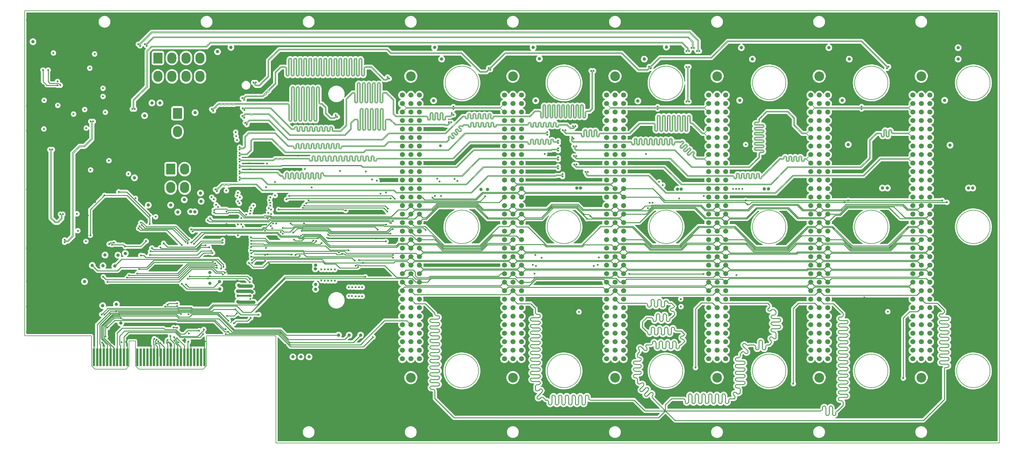
<source format=gbr>
G04 #@! TF.GenerationSoftware,KiCad,Pcbnew,6.0.7-f9a2dced07~116~ubuntu22.04.1*
G04 #@! TF.CreationDate,2023-05-31T10:56:09+01:00*
G04 #@! TF.ProjectId,hiltop_backplane_brd,68696c74-6f70-45f6-9261-636b706c616e,A*
G04 #@! TF.SameCoordinates,Original*
G04 #@! TF.FileFunction,Copper,L6,Bot*
G04 #@! TF.FilePolarity,Positive*
%FSLAX46Y46*%
G04 Gerber Fmt 4.6, Leading zero omitted, Abs format (unit mm)*
G04 Created by KiCad (PCBNEW 6.0.7-f9a2dced07~116~ubuntu22.04.1) date 2023-05-31 10:56:09*
%MOMM*%
%LPD*%
G01*
G04 APERTURE LIST*
G04 Aperture macros list*
%AMRoundRect*
0 Rectangle with rounded corners*
0 $1 Rounding radius*
0 $2 $3 $4 $5 $6 $7 $8 $9 X,Y pos of 4 corners*
0 Add a 4 corners polygon primitive as box body*
4,1,4,$2,$3,$4,$5,$6,$7,$8,$9,$2,$3,0*
0 Add four circle primitives for the rounded corners*
1,1,$1+$1,$2,$3*
1,1,$1+$1,$4,$5*
1,1,$1+$1,$6,$7*
1,1,$1+$1,$8,$9*
0 Add four rect primitives between the rounded corners*
20,1,$1+$1,$2,$3,$4,$5,0*
20,1,$1+$1,$4,$5,$6,$7,0*
20,1,$1+$1,$6,$7,$8,$9,0*
20,1,$1+$1,$8,$9,$2,$3,0*%
G04 Aperture macros list end*
G04 #@! TA.AperFunction,Profile*
%ADD10C,0.150000*%
G04 #@! TD*
G04 #@! TA.AperFunction,ComponentPad*
%ADD11C,2.900680*%
G04 #@! TD*
G04 #@! TA.AperFunction,ComponentPad*
%ADD12C,1.501140*%
G04 #@! TD*
G04 #@! TA.AperFunction,ComponentPad*
%ADD13RoundRect,0.250001X-1.099999X-1.399999X1.099999X-1.399999X1.099999X1.399999X-1.099999X1.399999X0*%
G04 #@! TD*
G04 #@! TA.AperFunction,ComponentPad*
%ADD14O,2.700000X3.300000*%
G04 #@! TD*
G04 #@! TA.AperFunction,SMDPad,CuDef*
%ADD15R,0.750000X5.300000*%
G04 #@! TD*
G04 #@! TA.AperFunction,ComponentPad*
%ADD16C,1.000000*%
G04 #@! TD*
G04 #@! TA.AperFunction,ViaPad*
%ADD17C,0.600000*%
G04 #@! TD*
G04 #@! TA.AperFunction,ViaPad*
%ADD18C,0.800000*%
G04 #@! TD*
G04 #@! TA.AperFunction,ViaPad*
%ADD19C,1.000000*%
G04 #@! TD*
G04 #@! TA.AperFunction,Conductor*
%ADD20C,0.250000*%
G04 #@! TD*
G04 #@! TA.AperFunction,Conductor*
%ADD21C,0.200000*%
G04 #@! TD*
G04 #@! TA.AperFunction,Conductor*
%ADD22C,0.500000*%
G04 #@! TD*
G04 #@! TA.AperFunction,Conductor*
%ADD23C,1.000000*%
G04 #@! TD*
G04 #@! TA.AperFunction,Conductor*
%ADD24C,0.150000*%
G04 #@! TD*
G04 APERTURE END LIST*
D10*
X179840000Y-50700000D02*
G75*
G03*
X179840000Y-50700000I-5000000J0D01*
G01*
X210320000Y-50700000D02*
G75*
G03*
X210320000Y-50700000I-5000000J0D01*
G01*
X240800000Y-50700000D02*
G75*
G03*
X240800000Y-50700000I-5000000J0D01*
G01*
X210320000Y-93700000D02*
G75*
G03*
X210320000Y-93700000I-5000000J0D01*
G01*
X240800000Y-93700000D02*
G75*
G03*
X240800000Y-93700000I-5000000J0D01*
G01*
X179840000Y-136700000D02*
G75*
G03*
X179840000Y-136700000I-5000000J0D01*
G01*
X210320000Y-136700000D02*
G75*
G03*
X210320000Y-136700000I-5000000J0D01*
G01*
X240800000Y-136700000D02*
G75*
G03*
X240800000Y-136700000I-5000000J0D01*
G01*
X179840000Y-93700000D02*
G75*
G03*
X179840000Y-93700000I-5000000J0D01*
G01*
X271600000Y-136700000D02*
G75*
G03*
X271600000Y-136700000I-5000000J0D01*
G01*
X65300000Y-136200000D02*
X74500000Y-136200000D01*
X75500000Y-135200000D02*
X75500000Y-127700000D01*
X98600000Y-126200000D02*
X119300000Y-126200000D01*
X302080000Y-136700000D02*
G75*
G03*
X302080000Y-136700000I-5000000J0D01*
G01*
X332560000Y-93700000D02*
G75*
G03*
X332560000Y-93700000I-5000000J0D01*
G01*
X75500000Y-135200000D02*
X74500000Y-136200000D01*
X97600000Y-136200000D02*
X98600000Y-135200000D01*
X332560000Y-50700000D02*
G75*
G03*
X332560000Y-50700000I-5000000J0D01*
G01*
X271600000Y-50700000D02*
G75*
G03*
X271600000Y-50700000I-5000000J0D01*
G01*
X302080000Y-93700000D02*
G75*
G03*
X302080000Y-93700000I-5000000J0D01*
G01*
X44300000Y-29200000D02*
X335300000Y-29200000D01*
X64300000Y-135200000D02*
X64300000Y-126200000D01*
X271600000Y-93700000D02*
G75*
G03*
X271600000Y-93700000I-5000000J0D01*
G01*
X332560000Y-136700000D02*
G75*
G03*
X332560000Y-136700000I-5000000J0D01*
G01*
X77400000Y-135200000D02*
X78400000Y-136200000D01*
X119300000Y-136200000D02*
X119300000Y-158200000D01*
X44300000Y-126200000D02*
X44300000Y-29200000D01*
X119300000Y-126200000D02*
X119300000Y-136200000D01*
X78400000Y-136200000D02*
X97600000Y-136200000D01*
X64300000Y-135200000D02*
X65300000Y-136200000D01*
X75500000Y-127700000D02*
X77400000Y-127700000D01*
X98600000Y-135200000D02*
X98600000Y-127700000D01*
X335300000Y-29200000D02*
X335300000Y-158200000D01*
X302080000Y-50700000D02*
G75*
G03*
X302080000Y-50700000I-5000000J0D01*
G01*
X98600000Y-127700000D02*
X98600000Y-126200000D01*
X335300000Y-158200000D02*
X119300000Y-158200000D01*
X77400000Y-127700000D02*
X77400000Y-135200000D01*
X64300000Y-126200000D02*
X44300000Y-126200000D01*
D11*
X159600000Y-48703900D03*
X159600000Y-138696100D03*
D12*
X157060000Y-54330000D03*
X159600000Y-54330000D03*
X162140000Y-54330000D03*
X157060000Y-56870000D03*
X159600000Y-56870000D03*
X162140000Y-56870000D03*
X157060000Y-59410000D03*
X159600000Y-59410000D03*
X162140000Y-59410000D03*
X157060000Y-61950000D03*
X159600000Y-61950000D03*
X162140000Y-61950000D03*
X157060000Y-64490000D03*
X159600000Y-64490000D03*
X162140000Y-64490000D03*
X157060000Y-67030000D03*
X159600000Y-67030000D03*
X162140000Y-67030000D03*
X157060000Y-69570000D03*
X159600000Y-69570000D03*
X162140000Y-69570000D03*
X157060000Y-72110000D03*
X159600000Y-72110000D03*
X162140000Y-72110000D03*
X157060000Y-74650000D03*
X159600000Y-74650000D03*
X162140000Y-74650000D03*
X157060000Y-77190000D03*
X159600000Y-77190000D03*
X162140000Y-77190000D03*
X157060000Y-79730000D03*
X159600000Y-79730000D03*
X162140000Y-79730000D03*
X157060000Y-82270000D03*
X159600000Y-82270000D03*
X162140000Y-82270000D03*
X157060000Y-84810000D03*
X159600000Y-84810000D03*
X162140000Y-84810000D03*
X157060000Y-87350000D03*
X159600000Y-87350000D03*
X162140000Y-87350000D03*
X157060000Y-89890000D03*
X159600000Y-89890000D03*
X162140000Y-89890000D03*
X157060000Y-92430000D03*
X159600000Y-92430000D03*
X162140000Y-92430000D03*
X157060000Y-94970000D03*
X159600000Y-94970000D03*
X162140000Y-94970000D03*
X157060000Y-97510000D03*
X159600000Y-97510000D03*
X162140000Y-97510000D03*
X157060000Y-100050000D03*
X159600000Y-100050000D03*
X162140000Y-100050000D03*
X157060000Y-102590000D03*
X159600000Y-102590000D03*
X162140000Y-102590000D03*
X157060000Y-105130000D03*
X159600000Y-105130000D03*
X162140000Y-105130000D03*
X157060000Y-107670000D03*
X159600000Y-107670000D03*
X162140000Y-107670000D03*
X157060000Y-110210000D03*
X159600000Y-110210000D03*
X162140000Y-110210000D03*
X157060000Y-112750000D03*
X159600000Y-112750000D03*
X162140000Y-112750000D03*
X157060000Y-115290000D03*
X159600000Y-115290000D03*
X162140000Y-115290000D03*
X157060000Y-117830000D03*
X159600000Y-117830000D03*
X162140000Y-117830000D03*
X157060000Y-120370000D03*
X159600000Y-120370000D03*
X162140000Y-120370000D03*
X157060000Y-122910000D03*
X159600000Y-122910000D03*
X162140000Y-122910000D03*
X157060000Y-125450000D03*
X159600000Y-125450000D03*
X162140000Y-125450000D03*
X157060000Y-127990000D03*
X159600000Y-127990000D03*
X162140000Y-127990000D03*
X157060000Y-130530000D03*
X159600000Y-130530000D03*
X162140000Y-130530000D03*
X157060000Y-133070000D03*
X159600000Y-133070000D03*
X162140000Y-133070000D03*
D11*
X190080000Y-138696100D03*
X190080000Y-48703900D03*
D12*
X187540000Y-54330000D03*
X190080000Y-54330000D03*
X192620000Y-54330000D03*
X187540000Y-56870000D03*
X190080000Y-56870000D03*
X192620000Y-56870000D03*
X187540000Y-59410000D03*
X190080000Y-59410000D03*
X192620000Y-59410000D03*
X187540000Y-61950000D03*
X190080000Y-61950000D03*
X192620000Y-61950000D03*
X187540000Y-64490000D03*
X190080000Y-64490000D03*
X192620000Y-64490000D03*
X187540000Y-67030000D03*
X190080000Y-67030000D03*
X192620000Y-67030000D03*
X187540000Y-69570000D03*
X190080000Y-69570000D03*
X192620000Y-69570000D03*
X187540000Y-72110000D03*
X190080000Y-72110000D03*
X192620000Y-72110000D03*
X187540000Y-74650000D03*
X190080000Y-74650000D03*
X192620000Y-74650000D03*
X187540000Y-77190000D03*
X190080000Y-77190000D03*
X192620000Y-77190000D03*
X187540000Y-79730000D03*
X190080000Y-79730000D03*
X192620000Y-79730000D03*
X187540000Y-82270000D03*
X190080000Y-82270000D03*
X192620000Y-82270000D03*
X187540000Y-84810000D03*
X190080000Y-84810000D03*
X192620000Y-84810000D03*
X187540000Y-87350000D03*
X190080000Y-87350000D03*
X192620000Y-87350000D03*
X187540000Y-89890000D03*
X190080000Y-89890000D03*
X192620000Y-89890000D03*
X187540000Y-92430000D03*
X190080000Y-92430000D03*
X192620000Y-92430000D03*
X187540000Y-94970000D03*
X190080000Y-94970000D03*
X192620000Y-94970000D03*
X187540000Y-97510000D03*
X190080000Y-97510000D03*
X192620000Y-97510000D03*
X187540000Y-100050000D03*
X190080000Y-100050000D03*
X192620000Y-100050000D03*
X187540000Y-102590000D03*
X190080000Y-102590000D03*
X192620000Y-102590000D03*
X187540000Y-105130000D03*
X190080000Y-105130000D03*
X192620000Y-105130000D03*
X187540000Y-107670000D03*
X190080000Y-107670000D03*
X192620000Y-107670000D03*
X187540000Y-110210000D03*
X190080000Y-110210000D03*
X192620000Y-110210000D03*
X187540000Y-112750000D03*
X190080000Y-112750000D03*
X192620000Y-112750000D03*
X187540000Y-115290000D03*
X190080000Y-115290000D03*
X192620000Y-115290000D03*
X187540000Y-117830000D03*
X190080000Y-117830000D03*
X192620000Y-117830000D03*
X187540000Y-120370000D03*
X190080000Y-120370000D03*
X192620000Y-120370000D03*
X187540000Y-122910000D03*
X190080000Y-122910000D03*
X192620000Y-122910000D03*
X187540000Y-125450000D03*
X190080000Y-125450000D03*
X192620000Y-125450000D03*
X187540000Y-127990000D03*
X190080000Y-127990000D03*
X192620000Y-127990000D03*
X187540000Y-130530000D03*
X190080000Y-130530000D03*
X192620000Y-130530000D03*
X187540000Y-133070000D03*
X190080000Y-133070000D03*
X192620000Y-133070000D03*
D11*
X220560000Y-48703900D03*
X220560000Y-138696100D03*
D12*
X218020000Y-54330000D03*
X220560000Y-54330000D03*
X223100000Y-54330000D03*
X218020000Y-56870000D03*
X220560000Y-56870000D03*
X223100000Y-56870000D03*
X218020000Y-59410000D03*
X220560000Y-59410000D03*
X223100000Y-59410000D03*
X218020000Y-61950000D03*
X220560000Y-61950000D03*
X223100000Y-61950000D03*
X218020000Y-64490000D03*
X220560000Y-64490000D03*
X223100000Y-64490000D03*
X218020000Y-67030000D03*
X220560000Y-67030000D03*
X223100000Y-67030000D03*
X218020000Y-69570000D03*
X220560000Y-69570000D03*
X223100000Y-69570000D03*
X218020000Y-72110000D03*
X220560000Y-72110000D03*
X223100000Y-72110000D03*
X218020000Y-74650000D03*
X220560000Y-74650000D03*
X223100000Y-74650000D03*
X218020000Y-77190000D03*
X220560000Y-77190000D03*
X223100000Y-77190000D03*
X218020000Y-79730000D03*
X220560000Y-79730000D03*
X223100000Y-79730000D03*
X218020000Y-82270000D03*
X220560000Y-82270000D03*
X223100000Y-82270000D03*
X218020000Y-84810000D03*
X220560000Y-84810000D03*
X223100000Y-84810000D03*
X218020000Y-87350000D03*
X220560000Y-87350000D03*
X223100000Y-87350000D03*
X218020000Y-89890000D03*
X220560000Y-89890000D03*
X223100000Y-89890000D03*
X218020000Y-92430000D03*
X220560000Y-92430000D03*
X223100000Y-92430000D03*
X218020000Y-94970000D03*
X220560000Y-94970000D03*
X223100000Y-94970000D03*
X218020000Y-97510000D03*
X220560000Y-97510000D03*
X223100000Y-97510000D03*
X218020000Y-100050000D03*
X220560000Y-100050000D03*
X223100000Y-100050000D03*
X218020000Y-102590000D03*
X220560000Y-102590000D03*
X223100000Y-102590000D03*
X218020000Y-105130000D03*
X220560000Y-105130000D03*
X223100000Y-105130000D03*
X218020000Y-107670000D03*
X220560000Y-107670000D03*
X223100000Y-107670000D03*
X218020000Y-110210000D03*
X220560000Y-110210000D03*
X223100000Y-110210000D03*
X218020000Y-112750000D03*
X220560000Y-112750000D03*
X223100000Y-112750000D03*
X218020000Y-115290000D03*
X220560000Y-115290000D03*
X223100000Y-115290000D03*
X218020000Y-117830000D03*
X220560000Y-117830000D03*
X223100000Y-117830000D03*
X218020000Y-120370000D03*
X220560000Y-120370000D03*
X223100000Y-120370000D03*
X218020000Y-122910000D03*
X220560000Y-122910000D03*
X223100000Y-122910000D03*
X218020000Y-125450000D03*
X220560000Y-125450000D03*
X223100000Y-125450000D03*
X218020000Y-127990000D03*
X220560000Y-127990000D03*
X223100000Y-127990000D03*
X218020000Y-130530000D03*
X220560000Y-130530000D03*
X223100000Y-130530000D03*
X218020000Y-133070000D03*
X220560000Y-133070000D03*
X223100000Y-133070000D03*
D13*
X84074000Y-43268000D03*
D14*
X88274000Y-43268000D03*
X92474000Y-43268000D03*
X96674000Y-43268000D03*
X84074000Y-48768000D03*
X88274000Y-48768000D03*
X92474000Y-48768000D03*
X96674000Y-48768000D03*
D13*
X89916000Y-59778000D03*
D14*
X89916000Y-65278000D03*
D13*
X87884000Y-76454000D03*
D14*
X92084000Y-76454000D03*
X87884000Y-81954000D03*
X92084000Y-81954000D03*
D15*
X64954000Y-132600000D03*
X65954000Y-132600000D03*
X66954000Y-132600000D03*
X67954000Y-132600000D03*
X68954000Y-132600000D03*
X69954000Y-132600000D03*
X70954000Y-132600000D03*
X71954000Y-132600000D03*
X72954000Y-132600000D03*
X73954000Y-132600000D03*
X74954000Y-132600000D03*
X77954000Y-132600000D03*
X78954000Y-132600000D03*
X79954000Y-132600000D03*
X80954000Y-132600000D03*
X81954000Y-132600000D03*
X82954000Y-132600000D03*
X83954000Y-132600000D03*
X84954000Y-132600000D03*
X85954000Y-132600000D03*
X86954000Y-132600000D03*
X87954000Y-132600000D03*
X88954000Y-132600000D03*
X89954000Y-132600000D03*
X90954000Y-132600000D03*
X91954000Y-132600000D03*
X92954000Y-132600000D03*
X93954000Y-132600000D03*
X94954000Y-132600000D03*
X95954000Y-132600000D03*
X96954000Y-132600000D03*
X97954000Y-132600000D03*
D16*
X67600000Y-117200000D03*
X71700000Y-116800000D03*
X62200000Y-110000000D03*
X73000000Y-122400000D03*
X138000000Y-126000000D03*
X141200000Y-126000000D03*
X144600000Y-126000000D03*
X68300000Y-102100000D03*
X67700000Y-105300000D03*
X64500000Y-105200000D03*
X71200000Y-105400000D03*
X102600000Y-112200000D03*
X102500000Y-110000000D03*
X99600000Y-110500000D03*
X77090000Y-79040000D03*
X99600000Y-107300000D03*
X81200000Y-87200000D03*
X72130000Y-102140000D03*
X74350000Y-101620000D03*
X46800000Y-38400000D03*
X101900000Y-41400000D03*
X95200000Y-59600000D03*
X82300000Y-56700000D03*
X84700000Y-56700000D03*
X80120000Y-60470000D03*
X87900000Y-87200000D03*
X96800000Y-83600000D03*
X97010000Y-86030000D03*
X124400000Y-132500000D03*
D11*
X251040000Y-138696100D03*
X251040000Y-48703900D03*
D12*
X248500000Y-54330000D03*
X251040000Y-54330000D03*
X253580000Y-54330000D03*
X248500000Y-56870000D03*
X251040000Y-56870000D03*
X253580000Y-56870000D03*
X248500000Y-59410000D03*
X251040000Y-59410000D03*
X253580000Y-59410000D03*
X248500000Y-61950000D03*
X251040000Y-61950000D03*
X253580000Y-61950000D03*
X248500000Y-64490000D03*
X251040000Y-64490000D03*
X253580000Y-64490000D03*
X248500000Y-67030000D03*
X251040000Y-67030000D03*
X253580000Y-67030000D03*
X248500000Y-69570000D03*
X251040000Y-69570000D03*
X253580000Y-69570000D03*
X248500000Y-72110000D03*
X251040000Y-72110000D03*
X253580000Y-72110000D03*
X248500000Y-74650000D03*
X251040000Y-74650000D03*
X253580000Y-74650000D03*
X248500000Y-77190000D03*
X251040000Y-77190000D03*
X253580000Y-77190000D03*
X248500000Y-79730000D03*
X251040000Y-79730000D03*
X253580000Y-79730000D03*
X248500000Y-82270000D03*
X251040000Y-82270000D03*
X253580000Y-82270000D03*
X248500000Y-84810000D03*
X251040000Y-84810000D03*
X253580000Y-84810000D03*
X248500000Y-87350000D03*
X251040000Y-87350000D03*
X253580000Y-87350000D03*
X248500000Y-89890000D03*
X251040000Y-89890000D03*
X253580000Y-89890000D03*
X248500000Y-92430000D03*
X251040000Y-92430000D03*
X253580000Y-92430000D03*
X248500000Y-94970000D03*
X251040000Y-94970000D03*
X253580000Y-94970000D03*
X248500000Y-97510000D03*
X251040000Y-97510000D03*
X253580000Y-97510000D03*
X248500000Y-100050000D03*
X251040000Y-100050000D03*
X253580000Y-100050000D03*
X248500000Y-102590000D03*
X251040000Y-102590000D03*
X253580000Y-102590000D03*
X248500000Y-105130000D03*
X251040000Y-105130000D03*
X253580000Y-105130000D03*
X248500000Y-107670000D03*
X251040000Y-107670000D03*
X253580000Y-107670000D03*
X248500000Y-110210000D03*
X251040000Y-110210000D03*
X253580000Y-110210000D03*
X248500000Y-112750000D03*
X251040000Y-112750000D03*
X253580000Y-112750000D03*
X248500000Y-115290000D03*
X251040000Y-115290000D03*
X253580000Y-115290000D03*
X248500000Y-117830000D03*
X251040000Y-117830000D03*
X253580000Y-117830000D03*
X248500000Y-120370000D03*
X251040000Y-120370000D03*
X253580000Y-120370000D03*
X248500000Y-122910000D03*
X251040000Y-122910000D03*
X253580000Y-122910000D03*
X248500000Y-125450000D03*
X251040000Y-125450000D03*
X253580000Y-125450000D03*
X248500000Y-127990000D03*
X251040000Y-127990000D03*
X253580000Y-127990000D03*
X248500000Y-130530000D03*
X251040000Y-130530000D03*
X253580000Y-130530000D03*
X248500000Y-133070000D03*
X251040000Y-133070000D03*
X253580000Y-133070000D03*
D16*
X129200000Y-132500000D03*
D11*
X312000000Y-138696100D03*
X312000000Y-48703900D03*
D12*
X309460000Y-54330000D03*
X312000000Y-54330000D03*
X314540000Y-54330000D03*
X309460000Y-56870000D03*
X312000000Y-56870000D03*
X314540000Y-56870000D03*
X309460000Y-59410000D03*
X312000000Y-59410000D03*
X314540000Y-59410000D03*
X309460000Y-61950000D03*
X312000000Y-61950000D03*
X314540000Y-61950000D03*
X309460000Y-64490000D03*
X312000000Y-64490000D03*
X314540000Y-64490000D03*
X309460000Y-67030000D03*
X312000000Y-67030000D03*
X314540000Y-67030000D03*
X309460000Y-69570000D03*
X312000000Y-69570000D03*
X314540000Y-69570000D03*
X309460000Y-72110000D03*
X312000000Y-72110000D03*
X314540000Y-72110000D03*
X309460000Y-74650000D03*
X312000000Y-74650000D03*
X314540000Y-74650000D03*
X309460000Y-77190000D03*
X312000000Y-77190000D03*
X314540000Y-77190000D03*
X309460000Y-79730000D03*
X312000000Y-79730000D03*
X314540000Y-79730000D03*
X309460000Y-82270000D03*
X312000000Y-82270000D03*
X314540000Y-82270000D03*
X309460000Y-84810000D03*
X312000000Y-84810000D03*
X314540000Y-84810000D03*
X309460000Y-87350000D03*
X312000000Y-87350000D03*
X314540000Y-87350000D03*
X309460000Y-89890000D03*
X312000000Y-89890000D03*
X314540000Y-89890000D03*
X309460000Y-92430000D03*
X312000000Y-92430000D03*
X314540000Y-92430000D03*
X309460000Y-94970000D03*
X312000000Y-94970000D03*
X314540000Y-94970000D03*
X309460000Y-97510000D03*
X312000000Y-97510000D03*
X314540000Y-97510000D03*
X309460000Y-100050000D03*
X312000000Y-100050000D03*
X314540000Y-100050000D03*
X309460000Y-102590000D03*
X312000000Y-102590000D03*
X314540000Y-102590000D03*
X309460000Y-105130000D03*
X312000000Y-105130000D03*
X314540000Y-105130000D03*
X309460000Y-107670000D03*
X312000000Y-107670000D03*
X314540000Y-107670000D03*
X309460000Y-110210000D03*
X312000000Y-110210000D03*
X314540000Y-110210000D03*
X309460000Y-112750000D03*
X312000000Y-112750000D03*
X314540000Y-112750000D03*
X309460000Y-115290000D03*
X312000000Y-115290000D03*
X314540000Y-115290000D03*
X309460000Y-117830000D03*
X312000000Y-117830000D03*
X314540000Y-117830000D03*
X309460000Y-120370000D03*
X312000000Y-120370000D03*
X314540000Y-120370000D03*
X309460000Y-122910000D03*
X312000000Y-122910000D03*
X314540000Y-122910000D03*
X309460000Y-125450000D03*
X312000000Y-125450000D03*
X314540000Y-125450000D03*
X309460000Y-127990000D03*
X312000000Y-127990000D03*
X314540000Y-127990000D03*
X309460000Y-130530000D03*
X312000000Y-130530000D03*
X314540000Y-130530000D03*
X309460000Y-133070000D03*
X312000000Y-133070000D03*
X314540000Y-133070000D03*
D11*
X281520000Y-138696100D03*
X281520000Y-48703900D03*
D12*
X278980000Y-54330000D03*
X281520000Y-54330000D03*
X284060000Y-54330000D03*
X278980000Y-56870000D03*
X281520000Y-56870000D03*
X284060000Y-56870000D03*
X278980000Y-59410000D03*
X281520000Y-59410000D03*
X284060000Y-59410000D03*
X278980000Y-61950000D03*
X281520000Y-61950000D03*
X284060000Y-61950000D03*
X278980000Y-64490000D03*
X281520000Y-64490000D03*
X284060000Y-64490000D03*
X278980000Y-67030000D03*
X281520000Y-67030000D03*
X284060000Y-67030000D03*
X278980000Y-69570000D03*
X281520000Y-69570000D03*
X284060000Y-69570000D03*
X278980000Y-72110000D03*
X281520000Y-72110000D03*
X284060000Y-72110000D03*
X278980000Y-74650000D03*
X281520000Y-74650000D03*
X284060000Y-74650000D03*
X278980000Y-77190000D03*
X281520000Y-77190000D03*
X284060000Y-77190000D03*
X278980000Y-79730000D03*
X281520000Y-79730000D03*
X284060000Y-79730000D03*
X278980000Y-82270000D03*
X281520000Y-82270000D03*
X284060000Y-82270000D03*
X278980000Y-84810000D03*
X281520000Y-84810000D03*
X284060000Y-84810000D03*
X278980000Y-87350000D03*
X281520000Y-87350000D03*
X284060000Y-87350000D03*
X278980000Y-89890000D03*
X281520000Y-89890000D03*
X284060000Y-89890000D03*
X278980000Y-92430000D03*
X281520000Y-92430000D03*
X284060000Y-92430000D03*
X278980000Y-94970000D03*
X281520000Y-94970000D03*
X284060000Y-94970000D03*
X278980000Y-97510000D03*
X281520000Y-97510000D03*
X284060000Y-97510000D03*
X278980000Y-100050000D03*
X281520000Y-100050000D03*
X284060000Y-100050000D03*
X278980000Y-102590000D03*
X281520000Y-102590000D03*
X284060000Y-102590000D03*
X278980000Y-105130000D03*
X281520000Y-105130000D03*
X284060000Y-105130000D03*
X278980000Y-107670000D03*
X281520000Y-107670000D03*
X284060000Y-107670000D03*
X278980000Y-110210000D03*
X281520000Y-110210000D03*
X284060000Y-110210000D03*
X278980000Y-112750000D03*
X281520000Y-112750000D03*
X284060000Y-112750000D03*
X278980000Y-115290000D03*
X281520000Y-115290000D03*
X284060000Y-115290000D03*
X278980000Y-117830000D03*
X281520000Y-117830000D03*
X284060000Y-117830000D03*
X278980000Y-120370000D03*
X281520000Y-120370000D03*
X284060000Y-120370000D03*
X278980000Y-122910000D03*
X281520000Y-122910000D03*
X284060000Y-122910000D03*
X278980000Y-125450000D03*
X281520000Y-125450000D03*
X284060000Y-125450000D03*
X278980000Y-127990000D03*
X281520000Y-127990000D03*
X284060000Y-127990000D03*
X278980000Y-130530000D03*
X281520000Y-130530000D03*
X284060000Y-130530000D03*
X278980000Y-133070000D03*
X281520000Y-133070000D03*
X284060000Y-133070000D03*
D16*
X126800000Y-132500000D03*
D17*
X82500000Y-32000000D03*
X72500000Y-32000000D03*
X62500000Y-32000000D03*
X92500000Y-32000000D03*
X102500000Y-32000000D03*
X112500000Y-32000000D03*
X125000000Y-32000000D03*
X135000000Y-32000000D03*
X145000000Y-32000000D03*
X155000000Y-32000000D03*
X165000000Y-32000000D03*
X175000000Y-32000000D03*
X185000000Y-32000000D03*
X195000000Y-32000000D03*
X215000000Y-32000000D03*
X205000000Y-32000000D03*
X236000000Y-32000000D03*
X232500000Y-77500000D03*
X238300000Y-76800000D03*
X234700000Y-145400000D03*
X240000000Y-142500000D03*
X247000000Y-155000000D03*
X225000000Y-155000000D03*
X236000000Y-155000000D03*
X215000000Y-155000000D03*
X195000000Y-155000000D03*
X205000000Y-155000000D03*
X185000000Y-155000000D03*
X165000000Y-155000000D03*
X177500000Y-155000000D03*
X152500000Y-155000000D03*
X132500000Y-155000000D03*
X142500000Y-155000000D03*
X122500000Y-155000000D03*
X122200000Y-129000000D03*
X142500000Y-140000000D03*
X122500000Y-140000000D03*
X60000000Y-120000000D03*
X65070000Y-119100000D03*
X60000000Y-125000000D03*
X52500000Y-125000000D03*
X45000000Y-125000000D03*
X45000000Y-117500000D03*
X45000000Y-110000000D03*
X47500000Y-100000000D03*
X47500000Y-82500000D03*
X47500000Y-72500000D03*
X47500000Y-65000000D03*
X47500000Y-57500000D03*
X45000000Y-57500000D03*
X45000000Y-65000000D03*
X45000000Y-82500000D03*
X45000000Y-100000000D03*
X57500000Y-117500000D03*
X60000000Y-107500000D03*
X55000000Y-100000000D03*
X47500000Y-80000000D03*
X100200000Y-61370000D03*
X85000000Y-62500000D03*
X85000000Y-70000000D03*
X92500000Y-70000000D03*
X84600000Y-87600000D03*
X97900000Y-81700000D03*
X170000000Y-97500000D03*
X167500000Y-92500000D03*
X180000000Y-97500000D03*
X170000000Y-105000000D03*
X180000000Y-105000000D03*
X175500000Y-116600000D03*
X200000000Y-110600000D03*
X212300000Y-110500000D03*
X217500000Y-142500000D03*
X225000000Y-142500000D03*
X102500000Y-70000000D03*
X75000000Y-67500000D03*
X61976000Y-53086000D03*
X60506000Y-51616000D03*
X63446000Y-51616000D03*
X60506000Y-54556000D03*
X63446000Y-54556000D03*
X69450000Y-89770000D03*
X75000000Y-89770000D03*
X69450000Y-95650000D03*
X75000000Y-95650000D03*
X54600000Y-97380000D03*
X179900000Y-142390000D03*
X186500000Y-147600000D03*
X193200000Y-142200000D03*
X72390000Y-92710000D03*
X185200000Y-59400000D03*
X51400000Y-42600000D03*
X75350000Y-81110000D03*
X62000000Y-102000000D03*
X206400000Y-75000000D03*
X104750000Y-87370000D03*
X92057984Y-127242016D03*
X116900000Y-101900000D03*
X116110000Y-102050000D03*
X91600000Y-113800000D03*
D18*
X128800000Y-115800000D03*
D17*
X123900000Y-102000000D03*
X277000000Y-155000000D03*
X297000000Y-155000000D03*
X277300000Y-81800000D03*
X133600000Y-61900000D03*
X260000000Y-72000000D03*
X211500000Y-54540000D03*
X112600000Y-71900000D03*
X295000000Y-114800000D03*
X49200000Y-54400000D03*
X206030000Y-69430000D03*
X149200000Y-97200000D03*
X80000000Y-96550000D03*
X104740000Y-85570000D03*
X67175000Y-84000000D03*
X111600000Y-76500000D03*
X110400000Y-99900000D03*
X208400000Y-119000000D03*
X148200000Y-112400000D03*
X325000000Y-32000000D03*
X104670000Y-74940000D03*
X110400000Y-103500000D03*
X225000000Y-32000000D03*
X78080000Y-95480000D03*
X317000000Y-155000000D03*
X94155191Y-128113421D03*
X80100000Y-113600000D03*
X74980000Y-87270000D03*
X111400000Y-74700000D03*
X73020000Y-85550000D03*
X50000000Y-51400000D03*
X90190000Y-128119986D03*
X62080000Y-86090000D03*
X64490000Y-47550000D03*
X117300000Y-104624500D03*
X111600000Y-72700000D03*
X116400000Y-99924501D03*
X205700000Y-79800000D03*
X205390000Y-67050000D03*
X241000000Y-90000000D03*
X63220000Y-90270000D03*
X104700000Y-71150000D03*
X72330000Y-73910000D03*
X203800000Y-122899500D03*
X212368761Y-117368761D03*
X290800000Y-115600000D03*
X204470000Y-62200000D03*
X112780006Y-112300010D03*
X278000000Y-32000000D03*
X110400000Y-98200000D03*
X78910000Y-91070000D03*
D18*
X132400000Y-111800000D03*
D17*
X174290000Y-59580000D03*
X304400000Y-133900000D03*
X267000000Y-32000000D03*
X104600000Y-91000000D03*
X98124980Y-127902103D03*
X111699998Y-115200000D03*
X59200000Y-42800000D03*
X155150000Y-45870000D03*
X116094000Y-89486000D03*
X180800000Y-46100000D03*
X104730000Y-69390000D03*
X296800000Y-122800000D03*
X65500000Y-66110000D03*
X239100000Y-66500000D03*
X230700000Y-47800000D03*
X70600000Y-65400000D03*
X104580000Y-92880000D03*
X62820000Y-66380000D03*
X104760000Y-107160000D03*
X62230000Y-82880000D03*
X333000000Y-155000000D03*
X112682461Y-114100022D03*
X63980000Y-125060000D03*
X308000000Y-155000000D03*
X104620000Y-96300000D03*
X63000000Y-74000000D03*
X71600000Y-60600000D03*
X70220000Y-128240000D03*
X333000000Y-119000000D03*
X116422375Y-92972375D03*
X101200000Y-124800000D03*
X290800000Y-93100000D03*
X239900000Y-119500000D03*
X147500000Y-107300000D03*
X116000000Y-110100000D03*
X116003998Y-87686000D03*
X255000000Y-155000000D03*
X119600000Y-96574500D03*
X294200000Y-60500000D03*
X72950000Y-98170000D03*
X66790000Y-93485010D03*
X211200000Y-46900000D03*
X67440000Y-128220000D03*
X113400000Y-46400000D03*
X308000000Y-32000000D03*
X65420000Y-86210000D03*
X104070000Y-62180000D03*
X333000000Y-61000000D03*
X45000000Y-32000000D03*
X115996000Y-84086000D03*
X56000000Y-74600000D03*
X104800000Y-115000000D03*
X242200000Y-132400000D03*
X50800000Y-57400000D03*
X269400000Y-146100000D03*
X103900000Y-76570000D03*
X104680000Y-72670000D03*
X285000000Y-32000000D03*
X61700000Y-64200000D03*
X333000000Y-140000000D03*
X333000000Y-76000000D03*
X261500000Y-119100000D03*
X199000000Y-93600000D03*
X150700000Y-80100000D03*
X211000000Y-85000000D03*
X104700000Y-112000000D03*
X316000000Y-49000000D03*
X205200000Y-123000000D03*
X284400000Y-50800000D03*
X112900000Y-84700000D03*
X202400000Y-123000000D03*
X69000000Y-113000000D03*
X224800000Y-147800000D03*
X104700000Y-113600000D03*
X238150000Y-114950000D03*
X71150000Y-46050000D03*
X316000000Y-32000000D03*
X206090000Y-72000000D03*
X73240000Y-128180000D03*
X293400000Y-142500000D03*
X81674990Y-129100000D03*
X259800000Y-94000000D03*
X247000000Y-32000000D03*
X206500000Y-148400000D03*
X104080000Y-63930000D03*
X301600000Y-80500000D03*
X109800000Y-120800000D03*
X232400000Y-59800000D03*
X300200000Y-119200000D03*
X333000000Y-44000000D03*
X103800000Y-93300000D03*
X295600000Y-122800500D03*
X70357994Y-101697994D03*
X104670000Y-105330000D03*
X228400000Y-93600000D03*
X70600000Y-51800000D03*
X58300000Y-62700000D03*
X333000000Y-32000000D03*
X116100000Y-94800000D03*
X303200000Y-115000000D03*
X203110000Y-114860000D03*
X107820000Y-109650000D03*
X224400000Y-49800000D03*
X295400000Y-148200000D03*
X169630000Y-64560000D03*
X63080000Y-96190000D03*
X301700000Y-69700000D03*
X70130000Y-70460000D03*
X87194635Y-128129546D03*
X74500000Y-128040000D03*
X293800000Y-122800000D03*
X116046000Y-85886000D03*
X117100000Y-70000000D03*
X256000000Y-49000000D03*
X266000000Y-155000000D03*
X75434429Y-86354990D03*
X116850000Y-91250000D03*
X269300000Y-67200000D03*
X114860000Y-52740000D03*
X112990000Y-64290000D03*
X70500000Y-54800000D03*
X83751002Y-128491136D03*
X150400000Y-132000000D03*
X67490000Y-88240000D03*
X86300000Y-105800000D03*
X76700000Y-113600000D03*
X67710000Y-70190000D03*
X99100000Y-102250000D03*
X66740000Y-96900000D03*
X124200000Y-86600000D03*
X104050000Y-54430000D03*
X112600000Y-81900000D03*
X301800000Y-89600000D03*
X135000000Y-97100000D03*
X66310000Y-95470000D03*
X63420000Y-83120000D03*
X136000000Y-123400000D03*
X54400000Y-83600000D03*
X125900000Y-72400000D03*
X104590000Y-89130000D03*
X294800000Y-69700000D03*
X116090000Y-103875000D03*
X303900000Y-46000000D03*
X137490000Y-58280000D03*
X270700000Y-98500000D03*
X264500000Y-84700000D03*
X212000000Y-94000000D03*
X110400000Y-101800000D03*
X286000000Y-155000000D03*
X116090000Y-71440000D03*
X333000000Y-98000000D03*
X143000000Y-89000000D03*
X255000000Y-32000000D03*
X65860000Y-94260000D03*
X87300000Y-91000000D03*
X72200000Y-65400000D03*
X248800000Y-41000000D03*
X297000000Y-32000000D03*
X169500000Y-74300000D03*
X309200000Y-146600000D03*
X137000000Y-50800000D03*
X75650000Y-101090000D03*
X90940000Y-119680000D03*
X69530795Y-98826672D03*
X71000000Y-98469994D03*
X54940000Y-51390000D03*
X51308000Y-46880000D03*
X63920000Y-96190000D03*
X68130000Y-84290000D03*
X81675000Y-92874990D03*
X70347869Y-99003359D03*
X80580000Y-97960000D03*
X72400000Y-83260000D03*
X74320000Y-99570000D03*
X81696239Y-90363761D03*
X64050000Y-62200000D03*
X56250000Y-97600000D03*
X64750000Y-62200000D03*
X56250000Y-98300000D03*
X52550000Y-70600000D03*
X55015775Y-89916020D03*
X55715775Y-89916020D03*
X51850000Y-70600000D03*
X49784000Y-46880000D03*
X54130000Y-51400000D03*
X86275021Y-117485578D03*
X152150000Y-83475500D03*
X259600000Y-85800000D03*
X290214430Y-85785570D03*
X89876628Y-117269949D03*
X318285570Y-85785570D03*
X101450000Y-87100000D03*
X166100000Y-85000000D03*
X319650000Y-86350000D03*
X289050000Y-86350000D03*
X86995807Y-116934461D03*
X102080000Y-87800000D03*
X150600000Y-83800000D03*
X260200000Y-87000000D03*
X89831810Y-116571373D03*
X99043760Y-91713762D03*
X154270000Y-91870000D03*
X212233750Y-91266250D03*
X89870000Y-123790000D03*
X88790000Y-123780000D03*
X99647778Y-91109744D03*
X213200000Y-90500000D03*
X80747488Y-39647488D03*
X243450000Y-40223942D03*
X244150000Y-40223942D03*
X80252512Y-39152512D03*
X78747488Y-39647488D03*
X245050000Y-41202252D03*
X245750000Y-41202252D03*
X78252512Y-39152512D03*
X68985009Y-123783744D03*
X105045105Y-124987583D03*
X111800000Y-120900000D03*
X106800000Y-122500000D03*
X240250000Y-117500000D03*
X104311799Y-124254277D03*
X73025042Y-120825042D03*
X240200000Y-115250000D03*
X107600000Y-119500000D03*
X104300000Y-125700000D03*
X148300000Y-126600000D03*
X104800000Y-120300000D03*
X68459999Y-126440000D03*
X235600000Y-148600000D03*
X69955000Y-119655000D03*
X105103737Y-121689992D03*
X107200000Y-118311915D03*
X71700000Y-118900009D03*
X114200000Y-119900000D03*
X94825010Y-98769359D03*
X94130000Y-98340000D03*
X93200002Y-128000000D03*
X89800365Y-126963620D03*
X94413625Y-95024099D03*
X88898304Y-126632505D03*
X153740000Y-92460000D03*
X94051537Y-94425008D03*
X88991781Y-127674516D03*
X100870000Y-89410000D03*
X100930000Y-88650000D03*
X87846752Y-126295045D03*
X100790000Y-85500000D03*
X86966752Y-127459629D03*
X148050000Y-79550000D03*
X166850000Y-84450000D03*
X168561693Y-84419937D03*
X100130000Y-84820000D03*
X168150000Y-80100000D03*
X146200000Y-77200000D03*
X173500000Y-80000000D03*
X84801013Y-128438481D03*
X172700000Y-79400000D03*
X84174968Y-127901453D03*
X107700000Y-67750000D03*
X167500000Y-79300000D03*
X107450000Y-66600000D03*
X83649958Y-127424357D03*
X107300000Y-65400000D03*
X83034191Y-127091420D03*
X146019997Y-108604990D03*
X67300000Y-119810000D03*
X68100000Y-119850000D03*
D19*
X91948000Y-85598000D03*
D17*
X67700000Y-52300000D03*
X259600000Y-69100000D03*
X50140000Y-55890000D03*
D19*
X290200000Y-69100000D03*
D18*
X168400000Y-69500000D03*
D17*
X54210000Y-57400000D03*
X199600000Y-71900000D03*
X58900000Y-60000000D03*
D19*
X320600000Y-69300000D03*
D17*
X62250000Y-58650000D03*
X62600000Y-98010000D03*
X93270000Y-119740000D03*
X63990000Y-76700000D03*
X302000000Y-119000000D03*
X229800000Y-71900000D03*
D19*
X131170000Y-112290000D03*
D17*
X63760000Y-46300000D03*
X52899998Y-41776500D03*
X54098761Y-50261239D03*
X83410000Y-90650000D03*
X65200000Y-42050000D03*
X93350000Y-125520000D03*
X68390000Y-59460000D03*
X67700000Y-54749500D03*
X209800000Y-119074500D03*
X60198000Y-94842000D03*
X59930000Y-89800000D03*
X75300000Y-77850000D03*
X69460000Y-73910000D03*
X50050000Y-64450000D03*
X77396239Y-85153761D03*
X62700000Y-64200000D03*
D19*
X90020000Y-89270000D03*
X131200000Y-110900000D03*
X131140000Y-105125010D03*
X95095000Y-89175000D03*
X93860000Y-89150002D03*
X131078699Y-106223312D03*
X288400000Y-55900000D03*
X319000000Y-55900000D03*
X196900000Y-56000000D03*
X257800000Y-55900000D03*
X166400000Y-56000000D03*
X227400000Y-56100000D03*
X196100000Y-40100000D03*
X166700000Y-40100000D03*
X323000000Y-40200000D03*
X258300000Y-40200000D03*
X105900000Y-40100000D03*
X235900000Y-40000000D03*
X284400000Y-40200000D03*
X290500000Y-43600000D03*
X198000000Y-43500000D03*
X229300000Y-43600000D03*
X261600000Y-43600000D03*
X168800000Y-43600000D03*
X323000000Y-43600000D03*
X301894500Y-82105500D03*
X240300000Y-82400000D03*
X239223000Y-82423000D03*
X182500000Y-82500000D03*
X266394500Y-82300000D03*
X180500000Y-82500000D03*
X209194500Y-82105500D03*
X326105500Y-82105500D03*
X265105500Y-82300000D03*
X210280000Y-82100000D03*
X327394500Y-82105500D03*
X300394500Y-82105500D03*
D18*
X108000000Y-114300000D03*
X111600000Y-114300000D03*
D19*
X112700000Y-116200000D03*
X108000000Y-116000000D03*
X108200000Y-111100000D03*
X112000000Y-111400000D03*
X107900000Y-112900000D03*
X112200012Y-113200012D03*
D17*
X112000000Y-102600000D03*
X126400000Y-102300000D03*
X134944585Y-96002108D03*
X142100000Y-111685000D03*
X141100000Y-111685000D03*
X154300000Y-102064990D03*
X112000000Y-101600000D03*
X139100000Y-101700000D03*
X136900000Y-106400000D03*
X111800000Y-100700000D03*
X138094990Y-101305010D03*
X111900000Y-99700000D03*
X135800000Y-106400000D03*
X141000000Y-100700000D03*
X142833977Y-103798069D03*
X112100000Y-103600000D03*
X143100000Y-105300000D03*
X143100000Y-111700000D03*
X112200000Y-104400000D03*
X145300000Y-104400000D03*
X144100000Y-111715000D03*
X111300000Y-104400000D03*
X143900000Y-105644990D03*
X145100000Y-111715000D03*
X144169364Y-103573113D03*
X112650000Y-50600000D03*
X183347488Y-46747488D03*
X231247488Y-46347488D03*
X294200000Y-57790000D03*
X172300000Y-57790000D03*
X233300000Y-57790000D03*
X301752512Y-46347488D03*
X172300000Y-58490000D03*
X230752512Y-45852512D03*
X113350000Y-50600000D03*
X302247488Y-45852512D03*
X294200000Y-58490000D03*
X182852512Y-46252512D03*
X233300000Y-58490000D03*
X153147488Y-49447488D03*
X109817488Y-55777488D03*
X152652512Y-48952512D03*
X109322512Y-55282512D03*
X100647488Y-59047488D03*
X137647488Y-60847488D03*
X100152512Y-58552512D03*
X137152512Y-60352512D03*
X112000000Y-98800000D03*
X224800000Y-107700000D03*
X132968731Y-98484833D03*
X256800000Y-108100000D03*
X196530000Y-107670000D03*
X247000000Y-107700000D03*
X134900000Y-106400000D03*
X133900000Y-106400000D03*
X112000000Y-97800000D03*
X131366099Y-97920246D03*
X130487518Y-97725010D03*
X111900000Y-96800000D03*
X132900000Y-106400000D03*
X138500000Y-77000000D03*
X116700000Y-74800000D03*
X154300000Y-102875989D03*
X125200000Y-102100000D03*
X126736817Y-96366043D03*
X152200000Y-98000000D03*
X153500000Y-95700000D03*
X126999980Y-94900024D03*
X152301710Y-92969736D03*
X127712288Y-92638258D03*
X127373003Y-88000000D03*
X152600000Y-89100000D03*
X152797137Y-88285685D03*
X127800000Y-87300000D03*
X128400000Y-86700000D03*
X181850000Y-84550000D03*
X129100000Y-85849929D03*
X127978193Y-76378191D03*
X170980000Y-62470000D03*
X109372512Y-60612512D03*
X109867488Y-61107488D03*
X171680000Y-62470000D03*
X171852512Y-59752512D03*
X109403751Y-58287604D03*
X172347488Y-60247488D03*
X109898727Y-58782580D03*
X214150000Y-47100000D03*
X110647488Y-63147488D03*
X110152512Y-62652512D03*
X213450000Y-47100000D03*
X108500000Y-70600000D03*
X208750000Y-63600000D03*
X108500000Y-69900000D03*
X208050000Y-63600000D03*
X123300000Y-84500000D03*
X154800000Y-85300000D03*
X153600000Y-85200000D03*
X122500000Y-85500000D03*
X149500000Y-79900000D03*
X119092628Y-80307372D03*
X154200000Y-94400000D03*
X124524500Y-95400000D03*
X123700000Y-92700000D03*
X164000000Y-94600000D03*
X131900000Y-97100045D03*
X214200000Y-105400000D03*
X197000000Y-105400000D03*
X124713179Y-97499774D03*
X196000000Y-105000000D03*
X140200000Y-88800000D03*
X120100000Y-88500000D03*
X215400000Y-105000000D03*
X130000000Y-81900000D03*
X198700000Y-102900000D03*
X116400000Y-81850000D03*
X215800000Y-102800000D03*
X119100000Y-84300000D03*
X149684018Y-94524979D03*
X196800000Y-102030011D03*
X121400000Y-94000000D03*
X103400000Y-97600000D03*
X85800000Y-98600000D03*
X132900000Y-109700000D03*
X84874990Y-99902963D03*
X103400000Y-98400000D03*
X133900000Y-109800000D03*
X98300000Y-99200000D03*
X82300000Y-100000000D03*
X134900000Y-109800000D03*
X81900000Y-101000000D03*
X135900000Y-109800000D03*
X99400000Y-99800000D03*
X100000000Y-100900000D03*
X136900000Y-109800000D03*
X81700000Y-102100000D03*
X79000000Y-102200000D03*
X100400000Y-101500000D03*
X141100000Y-114385000D03*
X142000000Y-114385000D03*
X100497037Y-104174990D03*
X78500000Y-106325010D03*
X77954001Y-107654001D03*
X101167701Y-104574990D03*
X143100000Y-114400000D03*
X101613055Y-105226110D03*
X144100000Y-114415000D03*
X75490000Y-108190000D03*
X74900000Y-108874990D03*
X101702627Y-105920368D03*
X145100000Y-114415000D03*
X103700000Y-105600000D03*
X103000000Y-106100000D03*
X104100000Y-107400000D03*
X67800000Y-108600000D03*
X103500000Y-107900000D03*
X69000000Y-110100000D03*
X78613055Y-93485010D03*
X92400000Y-98200000D03*
X92500000Y-110900000D03*
X111600000Y-109300000D03*
X93600001Y-108528102D03*
X79000000Y-92400000D03*
X99640107Y-108414153D03*
X93300000Y-97500000D03*
X91200000Y-99100000D03*
X91200000Y-110700000D03*
X78295497Y-94108847D03*
X111500000Y-110200000D03*
X93000000Y-109200000D03*
X92974990Y-98600000D03*
X99100000Y-109100000D03*
X79300000Y-93100000D03*
X96400000Y-124700000D03*
X244600000Y-135700000D03*
X273800000Y-140500000D03*
X97800000Y-124300000D03*
X306650000Y-138850000D03*
X97600000Y-125700000D03*
X205750000Y-64800000D03*
X200337520Y-66149806D03*
X108500000Y-72400000D03*
X205050000Y-64800000D03*
X108500000Y-71700000D03*
X200337520Y-65449806D03*
X203600000Y-68650000D03*
X208260261Y-67392876D03*
X108500000Y-74200000D03*
X203600000Y-67950000D03*
X108463363Y-73466093D03*
X207765285Y-66897900D03*
X203600000Y-70950000D03*
X108500000Y-76000000D03*
X208950000Y-69612595D03*
X108500000Y-75300000D03*
X203600000Y-70250000D03*
X208250000Y-69612595D03*
X108500000Y-77800000D03*
X203600000Y-73650000D03*
X208992389Y-72526676D03*
X203600000Y-72950000D03*
X208292389Y-72526676D03*
X108500000Y-77100000D03*
X209071496Y-75071680D03*
X203600000Y-76250000D03*
X108500000Y-79600000D03*
X203600000Y-75550000D03*
X208371496Y-75071680D03*
X108500000Y-78900000D03*
X204900000Y-78650000D03*
X101747488Y-83047488D03*
X212450000Y-77300000D03*
X211750000Y-77300000D03*
X101252512Y-82552512D03*
X204900000Y-77950000D03*
X104524500Y-82870878D03*
X108000000Y-83500000D03*
X107800000Y-84350000D03*
X231800000Y-86500000D03*
X117600000Y-84900000D03*
X233750000Y-80250000D03*
X108598436Y-84868913D03*
X230902672Y-86474307D03*
X234850000Y-81200000D03*
X117400000Y-85700000D03*
X108000000Y-86100000D03*
X247050000Y-84475500D03*
X239700000Y-85261070D03*
X230378688Y-88081718D03*
X117600000Y-86500000D03*
X108400000Y-86700000D03*
X117600000Y-87300000D03*
X112600000Y-87300000D03*
X117200000Y-88100000D03*
X112000000Y-88100000D03*
X117925500Y-88479500D03*
X111800000Y-88900000D03*
X117000000Y-89500000D03*
X111600000Y-89700000D03*
X117925500Y-89884394D03*
X110408628Y-90076872D03*
X119400000Y-92700000D03*
X109000000Y-91100000D03*
X118500000Y-92700000D03*
X108000000Y-92900000D03*
X117800000Y-93400000D03*
X255800000Y-82300000D03*
X109000000Y-92900000D03*
X256700000Y-82300000D03*
X118200000Y-94100000D03*
X109400000Y-93700000D03*
X257600000Y-82300000D03*
X120800000Y-95200000D03*
X108000000Y-96199512D03*
X258600000Y-82300000D03*
X121400000Y-95700000D03*
X77150000Y-58500000D03*
X241950000Y-56300000D03*
X241950000Y-45899500D03*
X241950000Y-41200000D03*
X242650000Y-56300000D03*
X76450000Y-58500000D03*
X242650000Y-41200000D03*
X242650000Y-45899500D03*
D20*
X67954000Y-132675000D02*
X67954000Y-128734000D01*
X74954000Y-128494000D02*
X74799999Y-128339999D01*
X81954000Y-132675000D02*
X81954000Y-129379010D01*
X64954000Y-132675000D02*
X64954000Y-126034000D01*
X87494634Y-128429545D02*
X87194635Y-128129546D01*
X64954000Y-126034000D02*
X63980000Y-125060000D01*
X87954000Y-128888911D02*
X87494634Y-128429545D01*
X67739999Y-128519999D02*
X67440000Y-128220000D01*
X93954000Y-128314612D02*
X94155191Y-128113421D01*
X81954000Y-129379010D02*
X81674990Y-129100000D01*
X74799999Y-128339999D02*
X74500000Y-128040000D01*
X97954000Y-132675000D02*
X97954000Y-128073083D01*
X87954000Y-132675000D02*
X87954000Y-128888911D01*
X67954000Y-128734000D02*
X67739999Y-128519999D01*
X93954000Y-132675000D02*
X93954000Y-128314612D01*
X97954000Y-128073083D02*
X98124980Y-127902103D01*
X74954000Y-132675000D02*
X74954000Y-128494000D01*
X71000000Y-98469994D02*
X69887473Y-98469994D01*
X69887473Y-98469994D02*
X69830794Y-98526673D01*
X69830794Y-98526673D02*
X69530795Y-98826672D01*
X54424998Y-50874998D02*
X51804998Y-50874998D01*
X51308000Y-47304264D02*
X51308000Y-46880000D01*
X51804998Y-50874998D02*
X51308000Y-50378000D01*
X54940000Y-51390000D02*
X54424998Y-50874998D01*
X51308000Y-50378000D02*
X51308000Y-47304264D01*
X81675000Y-91085000D02*
X81675000Y-92874990D01*
X63920000Y-95977868D02*
X63920000Y-96190000D01*
X63920000Y-88500000D02*
X63920000Y-95977868D01*
X74880000Y-84290000D02*
X81675000Y-91085000D01*
X68130000Y-84290000D02*
X74880000Y-84290000D01*
X68130000Y-84290000D02*
X63920000Y-88500000D01*
X80280001Y-98259999D02*
X80580000Y-97960000D01*
X74020001Y-99270001D02*
X74320000Y-99570000D01*
X70347869Y-99003359D02*
X73753359Y-99003359D01*
X73753359Y-99003359D02*
X74020001Y-99270001D01*
X78970000Y-99570000D02*
X80280001Y-98259999D01*
X72400000Y-83260000D02*
X74760000Y-83260000D01*
X74760000Y-83260000D02*
X81696239Y-90196239D01*
X74320000Y-99570000D02*
X78970000Y-99570000D01*
X81696239Y-90196239D02*
X81696239Y-90363761D01*
D21*
X56250000Y-97600000D02*
X56450000Y-97800000D01*
X57137867Y-97800000D02*
X58540000Y-96397867D01*
X60637866Y-69500000D02*
X62087866Y-69500000D01*
X64249999Y-62399999D02*
X64050000Y-62200000D01*
X64249999Y-67337867D02*
X64249999Y-62399999D01*
X58540000Y-71597866D02*
X60637866Y-69500000D01*
X58540000Y-96397867D02*
X58540000Y-71597866D01*
X62087866Y-69500000D02*
X64249999Y-67337867D01*
X56450000Y-97800000D02*
X57137867Y-97800000D01*
X56450000Y-98100000D02*
X57262133Y-98100000D01*
X56250000Y-98300000D02*
X56450000Y-98100000D01*
X60762134Y-69800000D02*
X62212134Y-69800000D01*
X62212134Y-69800000D02*
X64550001Y-67462133D01*
X57262133Y-98100000D02*
X58840000Y-96522133D01*
X58840000Y-96522133D02*
X58840000Y-71722134D01*
X58840000Y-71722134D02*
X60762134Y-69800000D01*
X64550001Y-62399999D02*
X64750000Y-62200000D01*
X64550001Y-67462133D02*
X64550001Y-62399999D01*
X55215774Y-91172092D02*
X54237866Y-92150000D01*
X52350001Y-70799999D02*
X52550000Y-70600000D01*
X53462134Y-92150000D02*
X52350000Y-91037866D01*
X55015775Y-89916020D02*
X55215774Y-90116019D01*
X55215774Y-90116019D02*
X55215774Y-91172092D01*
X54237866Y-92150000D02*
X53462134Y-92150000D01*
X52350000Y-91037866D02*
X52350001Y-70799999D01*
X54362134Y-92450000D02*
X53337866Y-92450000D01*
X52050000Y-91162134D02*
X52049999Y-70799999D01*
X55715775Y-89916020D02*
X55515776Y-90116019D01*
X52049999Y-70799999D02*
X51850000Y-70600000D01*
X55515776Y-91296358D02*
X54362134Y-92450000D01*
X53337866Y-92450000D02*
X52050000Y-91162134D01*
X55515776Y-90116019D02*
X55515776Y-91296358D01*
D20*
X50900000Y-51400000D02*
X53705736Y-51400000D01*
X49784000Y-46880000D02*
X49784000Y-50284000D01*
X49784000Y-50284000D02*
X50900000Y-51400000D01*
X53705736Y-51400000D02*
X54130000Y-51400000D01*
X166424429Y-85324429D02*
X166100000Y-85000000D01*
X192620000Y-82270000D02*
X191540000Y-83350000D01*
X86275021Y-117485578D02*
X89660999Y-117485578D01*
X223100000Y-82270000D02*
X231870000Y-82270000D01*
X221994500Y-83375500D02*
X223100000Y-82270000D01*
X191540000Y-83350000D02*
X180950000Y-83350000D01*
X180950000Y-83350000D02*
X178975571Y-85324429D01*
X178975571Y-85324429D02*
X166424429Y-85324429D01*
X89660999Y-117485578D02*
X89876628Y-117269949D01*
X290214430Y-85785570D02*
X318285570Y-85785570D01*
X193755500Y-83375500D02*
X221994500Y-83375500D01*
X235385570Y-85785570D02*
X290214430Y-85785570D01*
X192650000Y-82270000D02*
X193755500Y-83375500D01*
X231870000Y-82270000D02*
X235385570Y-85785570D01*
X86995807Y-116934461D02*
X87358895Y-116571373D01*
X233810000Y-84810000D02*
X235350000Y-86350000D01*
X163769404Y-85674429D02*
X162904975Y-84810000D01*
X193704489Y-83725511D02*
X222015511Y-83725511D01*
X162904975Y-84810000D02*
X162140000Y-84810000D01*
X87358895Y-116571373D02*
X89831810Y-116571373D01*
X260700000Y-87000000D02*
X261350000Y-86350000D01*
X260200000Y-87000000D02*
X260700000Y-87000000D01*
X259350000Y-86350000D02*
X260000000Y-87000000D01*
X261350000Y-86350000D02*
X289050000Y-86350000D01*
X235350000Y-86350000D02*
X259350000Y-86350000D01*
X289050000Y-86350000D02*
X319650000Y-86350000D01*
X222015511Y-83725511D02*
X223100000Y-84810000D01*
X179120545Y-85674429D02*
X163769404Y-85674429D01*
X192620000Y-84810000D02*
X193704489Y-83725511D01*
X192620000Y-84810000D02*
X191510000Y-83700000D01*
X191510000Y-83700000D02*
X181094974Y-83700000D01*
X260000000Y-87000000D02*
X260200000Y-87000000D01*
X181094974Y-83700000D02*
X179120545Y-85674429D01*
X223100000Y-84810000D02*
X233810000Y-84810000D01*
X198715970Y-91376500D02*
X202048880Y-88043590D01*
X154270000Y-91870000D02*
X153220006Y-91870000D01*
X153074993Y-91724987D02*
X117697005Y-91724987D01*
X153220006Y-91870000D02*
X153074993Y-91724987D01*
X164223500Y-91376500D02*
X167800000Y-87800000D01*
X222015511Y-91345511D02*
X223100000Y-92430000D01*
X262944974Y-88250000D02*
X259894974Y-91300000D01*
X282880000Y-91250000D02*
X275150000Y-91250000D01*
X254710000Y-91300000D02*
X253580000Y-92430000D01*
X253580000Y-92430000D02*
X252400000Y-91250000D01*
X163130000Y-91376500D02*
X164223500Y-91376500D01*
X209011090Y-88043590D02*
X212233750Y-91266250D01*
X167800000Y-87800000D02*
X179000000Y-87800000D01*
X272150000Y-88250000D02*
X262944974Y-88250000D01*
X162076500Y-92430000D02*
X163130000Y-91376500D01*
X182545511Y-91345511D02*
X191472011Y-91345511D01*
X305750000Y-91250000D02*
X305200000Y-90700000D01*
X193673500Y-91376500D02*
X198715970Y-91376500D01*
X202048880Y-88043590D02*
X209011090Y-88043590D01*
X99505010Y-92175012D02*
X99043760Y-91713762D01*
X302500000Y-88000000D02*
X290000000Y-88000000D01*
X117697005Y-91724987D02*
X117246980Y-92175012D01*
X192620000Y-92430000D02*
X193673500Y-91376500D01*
X227830695Y-92430000D02*
X223100000Y-92430000D01*
X284060000Y-92430000D02*
X282880000Y-91250000D01*
X313360000Y-91250000D02*
X305750000Y-91250000D01*
X117246980Y-92175012D02*
X99505010Y-92175012D01*
X275150000Y-91250000D02*
X272150000Y-88250000D01*
X244400000Y-88200000D02*
X232060695Y-88200000D01*
X252400000Y-91250000D02*
X247450000Y-91250000D01*
X212313011Y-91345511D02*
X222015511Y-91345511D01*
X286290000Y-90200000D02*
X284060000Y-92430000D01*
X314540000Y-92430000D02*
X313360000Y-91250000D01*
X305200000Y-90700000D02*
X302500000Y-88000000D01*
X247450000Y-91250000D02*
X244400000Y-88200000D01*
X179000000Y-87800000D02*
X182545511Y-91345511D01*
X212233750Y-91266250D02*
X212313011Y-91345511D01*
X191472011Y-91345511D02*
X192556500Y-92430000D01*
X287800000Y-90200000D02*
X286290000Y-90200000D01*
X259894974Y-91300000D02*
X254710000Y-91300000D01*
X290000000Y-88000000D02*
X287800000Y-90200000D01*
X232060695Y-88200000D02*
X227830695Y-92430000D01*
X160690000Y-91340000D02*
X117587002Y-91340000D01*
X100363035Y-91825001D02*
X99647778Y-91109744D01*
X303750499Y-87650499D02*
X306000000Y-89900000D01*
X193725500Y-90995500D02*
X192620000Y-89890000D01*
X213200000Y-90500000D02*
X212618755Y-89918755D01*
X182689770Y-90995500D02*
X191451000Y-90995500D01*
X198601980Y-90995500D02*
X193725500Y-90995500D01*
X221994500Y-90995500D02*
X213695500Y-90995500D01*
X272294974Y-87900000D02*
X275294974Y-90900000D01*
X167655232Y-87450499D02*
X179144769Y-87450499D01*
X223100000Y-89890000D02*
X221994500Y-90995500D01*
X306000000Y-89900000D02*
X307000000Y-90900000D01*
X244544769Y-87850499D02*
X247594270Y-90900000D01*
X209149918Y-87687428D02*
X201910052Y-87687428D01*
X275294974Y-90900000D02*
X283050000Y-90900000D01*
X262800000Y-87900000D02*
X272294974Y-87900000D01*
X247594270Y-90900000D02*
X252570000Y-90900000D01*
X313530000Y-90900000D02*
X314540000Y-89890000D01*
X307000000Y-90900000D02*
X313530000Y-90900000D01*
X259750000Y-90950000D02*
X262800000Y-87900000D01*
X191451000Y-90995500D02*
X192556500Y-89890000D01*
X287655231Y-89850499D02*
X289855232Y-87650499D01*
X231915927Y-87850499D02*
X244544769Y-87850499D01*
X223100000Y-89890000D02*
X229876425Y-89890000D01*
X254640000Y-90950000D02*
X259750000Y-90950000D01*
X283050000Y-90900000D02*
X284060000Y-89890000D01*
X162140000Y-89890000D02*
X160690000Y-91340000D01*
X253580000Y-89890000D02*
X254640000Y-90950000D01*
X117102001Y-91825001D02*
X100363035Y-91825001D01*
X162076500Y-89890000D02*
X163182000Y-90995500D01*
X88790000Y-123780000D02*
X89860000Y-123780000D01*
X212618755Y-89918755D02*
X211381245Y-89918755D01*
X164110230Y-90995500D02*
X167655232Y-87450499D01*
X201910052Y-87687428D02*
X198601980Y-90995500D01*
X89860000Y-123780000D02*
X89870000Y-123790000D01*
X163182000Y-90995500D02*
X164110230Y-90995500D01*
X252570000Y-90900000D02*
X253580000Y-89890000D01*
X211381245Y-89918755D02*
X209149918Y-87687428D01*
X289855232Y-87650499D02*
X303750499Y-87650499D01*
X229876425Y-89890000D02*
X231915927Y-87850499D01*
X213695500Y-90995500D02*
X213200000Y-90500000D01*
X117587002Y-91340000D02*
X117102001Y-91825001D01*
X179144769Y-87450499D02*
X182689770Y-90995500D01*
X284099501Y-89850499D02*
X287655231Y-89850499D01*
D21*
X243649999Y-38562133D02*
X242337866Y-37250000D01*
X243450000Y-40223942D02*
X243649999Y-40023943D01*
X80747488Y-39364645D02*
X80747488Y-39647488D01*
X243649999Y-40023943D02*
X243649999Y-38562133D01*
X242337866Y-37250000D02*
X82862133Y-37250000D01*
X82862133Y-37250000D02*
X80747488Y-39364645D01*
X242462134Y-36950000D02*
X82737867Y-36950000D01*
X80535355Y-39152512D02*
X80252512Y-39152512D01*
X243950001Y-40023943D02*
X243950001Y-38437867D01*
X82737867Y-36950000D02*
X80535355Y-39152512D01*
X244150000Y-40223942D02*
X243950001Y-40023943D01*
X243950001Y-38437867D02*
X242462134Y-36950000D01*
X245249999Y-38162133D02*
X245249999Y-41002253D01*
X82362133Y-35750000D02*
X242837866Y-35750000D01*
X78747488Y-39647488D02*
X78747488Y-39364645D01*
X242837866Y-35750000D02*
X245249999Y-38162133D01*
X245249999Y-41002253D02*
X245050000Y-41202252D01*
X78747488Y-39364645D02*
X82362133Y-35750000D01*
X82237867Y-35450000D02*
X242962134Y-35450000D01*
X78535355Y-39152512D02*
X82237867Y-35450000D01*
X242962134Y-35450000D02*
X245550001Y-38037867D01*
X245550001Y-41002253D02*
X245750000Y-41202252D01*
X78252512Y-39152512D02*
X78535355Y-39152512D01*
X245550001Y-38037867D02*
X245550001Y-41002253D01*
D20*
X71113710Y-121655043D02*
X89780068Y-121655043D01*
X104125867Y-124987583D02*
X105045105Y-124987583D01*
X144525001Y-128874999D02*
X151700000Y-121700000D01*
X68985009Y-123783744D02*
X71113710Y-121655043D01*
X151700000Y-121700000D02*
X158390000Y-121700000D01*
X100988284Y-121850000D02*
X104125867Y-124987583D01*
X105507510Y-125449988D02*
X120249988Y-125449988D01*
X110879122Y-121820878D02*
X111800000Y-120900000D01*
X106800000Y-122500000D02*
X107479122Y-121820878D01*
X120249988Y-125449988D02*
X123674999Y-128874999D01*
X158390000Y-121700000D02*
X159600000Y-122910000D01*
X89975025Y-121850000D02*
X100988284Y-121850000D01*
X107479122Y-121820878D02*
X110879122Y-121820878D01*
X89780068Y-121655043D02*
X89975025Y-121850000D01*
X123674999Y-128874999D02*
X144525001Y-128874999D01*
X105045105Y-124987583D02*
X105507510Y-125449988D01*
X89925032Y-121305032D02*
X90120000Y-121500000D01*
X104399999Y-125799999D02*
X104300000Y-125700000D01*
X73025042Y-120825042D02*
X73505032Y-121305032D01*
X68459999Y-123411973D02*
X71046930Y-120825042D01*
X119999999Y-125799999D02*
X104399999Y-125799999D01*
X71046930Y-120825042D02*
X73025042Y-120825042D01*
X145400000Y-129500000D02*
X123700000Y-129500000D01*
X90120000Y-121500000D02*
X101133258Y-121500000D01*
X123700000Y-129500000D02*
X119999999Y-125799999D01*
X107600000Y-119500000D02*
X106800000Y-120300000D01*
X101133258Y-121500000D02*
X103887535Y-124254277D01*
X73505032Y-121305032D02*
X89925032Y-121305032D01*
X148300000Y-126600000D02*
X145400000Y-129500000D01*
X106800000Y-120300000D02*
X104800000Y-120300000D01*
X68459999Y-126440000D02*
X68459999Y-123411973D01*
X103887535Y-124254277D02*
X104311799Y-124254277D01*
X72558142Y-119524960D02*
X72308084Y-119775018D01*
X90687999Y-119154999D02*
X90318038Y-119524960D01*
X120800043Y-124399957D02*
X106899957Y-124399957D01*
X106899957Y-124399957D02*
X102024961Y-119524961D01*
X67190023Y-123196979D02*
X67190023Y-127083021D01*
X72308084Y-119775018D02*
X70611983Y-119775019D01*
X68954000Y-128846998D02*
X68954000Y-132675000D01*
X70611983Y-119775019D02*
X67190023Y-123196979D01*
X67190023Y-127083021D02*
X68954000Y-128846998D01*
X138000000Y-126000000D02*
X122400086Y-126000000D01*
X122400086Y-126000000D02*
X120800043Y-124399957D01*
X102024961Y-119524961D02*
X93891963Y-119524961D01*
X93891963Y-119524961D02*
X93522001Y-119154999D01*
X90318038Y-119524960D02*
X72558142Y-119524960D01*
X93522001Y-119154999D02*
X90687999Y-119154999D01*
X258428681Y-131071321D02*
X257950000Y-131550000D01*
X253500000Y-145971321D02*
X253500000Y-145500000D01*
X209700000Y-146389232D02*
X209700000Y-145400000D01*
X234900000Y-120800000D02*
X234900000Y-121483451D01*
X231834488Y-143938652D02*
X231740124Y-144033017D01*
X166750000Y-132200000D02*
X167724671Y-132200000D01*
X268064212Y-118414213D02*
X268064212Y-118414212D01*
X230000000Y-120800000D02*
X228700000Y-122100000D01*
X228700000Y-122100000D02*
X228700000Y-123650000D01*
X207700000Y-145400000D02*
X207700000Y-144410768D01*
X220560000Y-115290000D02*
X221770000Y-116500000D01*
X319815725Y-133650000D02*
X318850000Y-133650000D01*
X166750000Y-122200000D02*
X167724671Y-122200000D01*
X234750000Y-128950000D02*
X234750000Y-128266549D01*
X166750000Y-128200000D02*
X167724671Y-128200000D01*
X191390000Y-116600000D02*
X195400000Y-116600000D01*
X243500000Y-145000000D02*
X243500000Y-144028679D01*
X246500000Y-144028679D02*
X246500000Y-145000000D01*
X231350000Y-125483451D02*
X231350000Y-125300000D01*
X257450000Y-133750000D02*
X258921321Y-133750000D01*
X167724671Y-127200000D02*
X166750000Y-127200000D01*
X197373296Y-145029389D02*
X197373297Y-145029389D01*
X229192895Y-130364215D02*
X228356067Y-129527387D01*
X221770000Y-116500000D02*
X229800000Y-116500000D01*
X199133449Y-144683450D02*
X199133449Y-144683449D01*
X258802511Y-129323831D02*
X259135785Y-129657105D01*
X230455629Y-142489085D02*
X230455630Y-142489084D01*
X235300000Y-117183451D02*
X235300000Y-116500000D01*
X231250000Y-128950000D02*
X229900000Y-128950000D01*
X250500000Y-145000000D02*
X250500000Y-145971321D01*
X166750000Y-133200000D02*
X165775329Y-133200000D01*
X232750000Y-128950000D02*
X232750000Y-128266549D01*
X236350000Y-124800000D02*
X236350000Y-125483451D01*
X243500000Y-145971321D02*
X243500000Y-145000000D01*
X212700000Y-144410768D02*
X212700000Y-144900000D01*
X227750000Y-132750000D02*
X227933451Y-132750000D01*
X266650000Y-117707106D02*
X266316725Y-118040380D01*
X318850000Y-121650000D02*
X317884275Y-121650000D01*
X159600000Y-115290000D02*
X160910000Y-116600000D01*
X240350000Y-124800000D02*
X241300000Y-125750000D01*
X258921321Y-138750000D02*
X257950000Y-138750000D01*
X266852511Y-127373831D02*
X267185785Y-127707105D01*
X230196192Y-144162736D02*
X230196191Y-144162737D01*
X209700000Y-145400000D02*
X209700000Y-144410768D01*
X226300000Y-145400000D02*
X229500000Y-148600000D01*
X287739739Y-121600000D02*
X288200000Y-121600000D01*
X236666725Y-116500000D02*
X237400000Y-116500000D01*
X318850000Y-132650000D02*
X319815725Y-132650000D01*
X285500000Y-149560261D02*
X285500000Y-149100000D01*
X317884275Y-120650000D02*
X318350000Y-120650000D01*
X288700000Y-119500000D02*
X288700000Y-120100000D01*
X205700000Y-146389232D02*
X205700000Y-145400000D01*
X288700000Y-123600000D02*
X289660261Y-123600000D01*
X167724671Y-121200000D02*
X167250000Y-121200000D01*
X165775329Y-128200000D02*
X166750000Y-128200000D01*
X250500000Y-144028679D02*
X250500000Y-145000000D01*
X166750000Y-134200000D02*
X167724671Y-134200000D01*
X268600000Y-125550000D02*
X268600000Y-127000000D01*
X200700000Y-145900000D02*
X200700000Y-146389232D01*
X289660261Y-124600000D02*
X288700000Y-124600000D01*
X197300000Y-119800000D02*
X197789232Y-119800000D01*
X318850000Y-129650000D02*
X317884275Y-129650000D01*
X267628679Y-125050000D02*
X268100000Y-125050000D01*
X237616549Y-118900000D02*
X237800000Y-118900000D01*
X256978679Y-139750000D02*
X257950000Y-139750000D01*
X256200000Y-145000000D02*
X255000000Y-145000000D01*
X257950000Y-131550000D02*
X257950000Y-132250000D01*
X289660261Y-138600000D02*
X288700000Y-138600000D01*
X234350000Y-124116549D02*
X234350000Y-124800000D01*
X265550000Y-129450000D02*
X265550000Y-129921321D01*
X195810768Y-129800000D02*
X196800000Y-129800000D01*
X266650000Y-128950000D02*
X266050000Y-128950000D01*
X196800000Y-121800000D02*
X197789232Y-121800000D01*
X233750000Y-128266549D02*
X233750000Y-128950000D01*
X287739739Y-131600000D02*
X288700000Y-131600000D01*
X165775329Y-130200000D02*
X166750000Y-130200000D01*
X238750000Y-129633451D02*
X238750000Y-129450000D01*
X288200000Y-121600000D02*
X289660261Y-121600000D01*
X313210000Y-116500000D02*
X316750000Y-116500000D01*
X312600000Y-151500000D02*
X238500000Y-151500000D01*
X66954000Y-128921002D02*
X66754999Y-128722001D01*
X289660261Y-122600000D02*
X288700000Y-122600000D01*
X197789232Y-138800000D02*
X196800000Y-138800000D01*
X196800000Y-124800000D02*
X195810768Y-124800000D01*
X318850000Y-130650000D02*
X319815725Y-130650000D01*
X166750000Y-127200000D02*
X165775329Y-127200000D01*
X251040000Y-115290000D02*
X252250000Y-116500000D01*
X227933451Y-133750000D02*
X227750000Y-133750000D01*
X267185784Y-128414212D02*
X267185785Y-128414212D01*
X238300000Y-119400000D02*
X238300000Y-119450000D01*
X231834488Y-143231547D02*
X231834488Y-143231546D01*
X165775329Y-132200000D02*
X166750000Y-132200000D01*
X231300000Y-117183451D02*
X231300000Y-117000000D01*
X196800000Y-129800000D02*
X197789232Y-129800000D01*
X196800000Y-136800000D02*
X195810768Y-136800000D01*
X235750000Y-128950000D02*
X235750000Y-129633451D01*
X318850000Y-136150000D02*
X318850000Y-145250000D01*
X227933451Y-137750000D02*
X227250000Y-137750000D01*
X196800000Y-133800000D02*
X197789232Y-133800000D01*
X232300000Y-116500000D02*
X232300000Y-117183451D01*
X288700000Y-130600000D02*
X287739739Y-130600000D01*
X255955026Y-143871316D02*
X256288300Y-144204590D01*
X166750000Y-130200000D02*
X167724671Y-130200000D01*
X229322614Y-130493934D02*
X229192895Y-130364215D01*
X283500000Y-148600000D02*
X283500000Y-147639739D01*
X227250000Y-134750000D02*
X227933451Y-134750000D01*
X263550000Y-128950000D02*
X263550000Y-129921321D01*
X201700000Y-146389232D02*
X201700000Y-145900000D01*
X165775329Y-136200000D02*
X166750000Y-136200000D01*
X229900000Y-129657108D02*
X229899999Y-129657108D01*
X318850000Y-125650000D02*
X317884275Y-125650000D01*
X237350000Y-124800000D02*
X237350000Y-124116549D01*
X252500000Y-145000000D02*
X252500000Y-145971321D01*
X196800000Y-137800000D02*
X197789232Y-137800000D01*
X283500000Y-149560261D02*
X283500000Y-148600000D01*
X208700000Y-144410768D02*
X208700000Y-145400000D01*
X252500000Y-144028679D02*
X252500000Y-145000000D01*
X287739739Y-143600000D02*
X288700000Y-143600000D01*
X238850000Y-124800000D02*
X240350000Y-124800000D01*
X227250000Y-137750000D02*
X226566549Y-137750000D01*
X201700000Y-145900000D02*
X201700000Y-144410768D01*
X257950000Y-140750000D02*
X256978679Y-140750000D01*
X234300000Y-115816549D02*
X234300000Y-116500000D01*
X163950000Y-116600000D02*
X166750000Y-119400000D01*
X288700000Y-135600000D02*
X289660261Y-135600000D01*
X256978679Y-135750000D02*
X257950000Y-135750000D01*
X266150000Y-116500000D02*
X266650000Y-117000000D01*
X226566549Y-134750000D02*
X227250000Y-134750000D01*
X264550000Y-129921321D02*
X264550000Y-129450000D01*
X199133449Y-144683449D02*
X199850000Y-145400000D01*
X196800000Y-132800000D02*
X195810768Y-132800000D01*
X256995407Y-143497485D02*
X256995408Y-143497485D01*
X166750000Y-131200000D02*
X165775329Y-131200000D01*
X229489084Y-144162737D02*
X229489085Y-144162737D01*
X266649999Y-117707107D02*
X266650000Y-117707106D01*
X288700000Y-131600000D02*
X289660261Y-131600000D01*
X288700000Y-129600000D02*
X289660261Y-129600000D01*
X229041417Y-140367766D02*
X229041417Y-140367765D01*
X288700000Y-144600000D02*
X287739739Y-144600000D01*
X245500000Y-145971321D02*
X245500000Y-145000000D01*
X197789232Y-124800000D02*
X196800000Y-124800000D01*
X287739739Y-133600000D02*
X288700000Y-133600000D01*
X260176169Y-131404595D02*
X260176167Y-131404596D01*
X165775329Y-126200000D02*
X166750000Y-126200000D01*
X284500000Y-148600000D02*
X284500000Y-149560261D01*
X268100000Y-121050000D02*
X269571321Y-121050000D01*
X204700000Y-144410768D02*
X204700000Y-145400000D01*
X286500000Y-149100000D02*
X286500000Y-149560261D01*
X227933451Y-135750000D02*
X227250000Y-135750000D01*
X234300000Y-116500000D02*
X234300000Y-117183451D01*
X257950000Y-138750000D02*
X256978679Y-138750000D01*
X268064212Y-118414212D02*
X268600000Y-118950000D01*
X256978679Y-133750000D02*
X257450000Y-133750000D01*
X203700000Y-146389232D02*
X203700000Y-145400000D01*
X167724671Y-141200000D02*
X166750000Y-141200000D01*
X229041416Y-141074872D02*
X229041417Y-141074871D01*
X197789232Y-120800000D02*
X197300000Y-120800000D01*
X289660261Y-132600000D02*
X288700000Y-132600000D01*
X237400000Y-116500000D02*
X238300000Y-117400000D01*
X269571321Y-124050000D02*
X268600000Y-124050000D01*
X241300000Y-127750000D02*
X241300000Y-127800000D01*
X166750000Y-129200000D02*
X165775329Y-129200000D01*
X318850000Y-131650000D02*
X317884275Y-131650000D01*
X227648960Y-130234493D02*
X227778679Y-130364212D01*
X234350000Y-124800000D02*
X234350000Y-125483451D01*
X210700000Y-145400000D02*
X210700000Y-146389232D01*
X197789232Y-136800000D02*
X196800000Y-136800000D01*
X166750000Y-119400000D02*
X166750000Y-119700000D01*
X318850000Y-118600000D02*
X318850000Y-119150000D01*
X197789232Y-132800000D02*
X196800000Y-132800000D01*
X233300000Y-117183451D02*
X233300000Y-116500000D01*
X235300000Y-116500000D02*
X235300000Y-116133274D01*
X235600000Y-146800000D02*
X235600000Y-148600000D01*
X227778679Y-131071319D02*
X227250000Y-131600000D01*
X203700000Y-145400000D02*
X203700000Y-144410768D01*
X231740125Y-144740124D02*
X231740124Y-144740123D01*
X206700000Y-145400000D02*
X206700000Y-146389232D01*
X228204592Y-140497484D02*
X228204591Y-140497485D01*
X262050000Y-128950000D02*
X260550000Y-128950000D01*
X288700000Y-139600000D02*
X289660261Y-139600000D01*
X281520000Y-115290000D02*
X282830000Y-116600000D01*
X257950000Y-142250000D02*
X257950000Y-143250000D01*
X197789232Y-130800000D02*
X196800000Y-130800000D01*
X259469061Y-131404596D02*
X259135787Y-131071322D01*
X252250000Y-116500000D02*
X266150000Y-116500000D01*
X282500000Y-147639739D02*
X282500000Y-148100000D01*
X196800000Y-130800000D02*
X195810768Y-130800000D01*
X231900000Y-121483451D02*
X231900000Y-121300000D01*
X259842892Y-128950000D02*
X259842893Y-128950000D01*
X236900000Y-121300000D02*
X236900000Y-121483451D01*
X235350000Y-124800000D02*
X235350000Y-124116549D01*
X66754999Y-128722001D02*
X66754999Y-122855001D01*
X257950000Y-143250000D02*
X257702515Y-143497485D01*
X196800000Y-118000000D02*
X196800000Y-119300000D01*
X317884275Y-132650000D02*
X318850000Y-132650000D01*
X239750000Y-129450000D02*
X239750000Y-129633451D01*
X251500000Y-145000000D02*
X251500000Y-144028679D01*
X234750000Y-129633451D02*
X234750000Y-128950000D01*
X318850000Y-133650000D02*
X317884275Y-133650000D01*
X69955000Y-119655000D02*
X70184990Y-119425010D01*
X167724671Y-133200000D02*
X166750000Y-133200000D01*
X242500000Y-144028679D02*
X242500000Y-145000000D01*
X228781978Y-142748524D02*
X229748522Y-141781977D01*
X256995408Y-143497485D02*
X256662133Y-143164210D01*
X227778679Y-131071318D02*
X227778679Y-131071319D01*
X267023831Y-118747487D02*
X267357105Y-118414212D01*
X196800000Y-122800000D02*
X195810768Y-122800000D01*
X318350000Y-120650000D02*
X319815725Y-120650000D01*
X241300000Y-127900000D02*
X240250000Y-128950000D01*
X288700000Y-136600000D02*
X287739739Y-136600000D01*
X237750000Y-128266549D02*
X237750000Y-128950000D01*
X204700000Y-145400000D02*
X204700000Y-146389232D01*
X287739739Y-127600000D02*
X288700000Y-127600000D01*
X289660261Y-126600000D02*
X288700000Y-126600000D01*
X195810768Y-121800000D02*
X196800000Y-121800000D01*
X66754999Y-122855001D02*
X69955000Y-119655000D01*
X236750000Y-129633451D02*
X236750000Y-128950000D01*
X167250000Y-121200000D02*
X165775329Y-121200000D01*
X319815725Y-125650000D02*
X318850000Y-125650000D01*
X256288299Y-144911697D02*
X256288300Y-144911697D01*
X165775329Y-124200000D02*
X166750000Y-124200000D01*
X236350000Y-124116549D02*
X236350000Y-124800000D01*
X231400000Y-120800000D02*
X230000000Y-120800000D01*
X231300000Y-117000000D02*
X231300000Y-115816549D01*
X197719237Y-142562129D02*
X197719236Y-142562130D01*
X287739739Y-125600000D02*
X288700000Y-125600000D01*
X196800000Y-123800000D02*
X197789232Y-123800000D01*
X195810768Y-125800000D02*
X196800000Y-125800000D01*
X230455630Y-142489084D02*
X229489085Y-143455630D01*
X288700000Y-128600000D02*
X287739739Y-128600000D01*
X257950000Y-139750000D02*
X258921321Y-139750000D01*
X238750000Y-129450000D02*
X238750000Y-128266549D01*
X208700000Y-145400000D02*
X208700000Y-146389232D01*
X196800000Y-141300000D02*
X196800000Y-142350000D01*
X196800000Y-135800000D02*
X197789232Y-135800000D01*
X232750000Y-129633451D02*
X232750000Y-128950000D01*
X288700000Y-143600000D02*
X289660261Y-143600000D01*
X235900000Y-121483451D02*
X235900000Y-121300000D01*
X227750000Y-133750000D02*
X226566549Y-133750000D01*
X234900000Y-120116549D02*
X234900000Y-120800000D01*
X318350000Y-119650000D02*
X317884275Y-119650000D01*
X207700000Y-146389232D02*
X207700000Y-145400000D01*
X319815725Y-123650000D02*
X318850000Y-123650000D01*
X197789232Y-128800000D02*
X196800000Y-128800000D01*
X230300000Y-117000000D02*
X230300000Y-117183451D01*
X229899999Y-129657108D02*
X230029719Y-129786828D01*
X318850000Y-134650000D02*
X319815725Y-134650000D01*
X255955026Y-143164211D02*
X255955026Y-143164210D01*
X277272096Y-148600000D02*
X235600000Y-148600000D01*
X167250000Y-120200000D02*
X167724671Y-120200000D01*
X256288300Y-144911697D02*
X256200000Y-145000000D01*
X167724671Y-129200000D02*
X166750000Y-129200000D01*
X289660261Y-144600000D02*
X288700000Y-144600000D01*
X166750000Y-139200000D02*
X165775329Y-139200000D01*
X231834487Y-143938653D02*
X231834488Y-143938652D01*
X287739739Y-129600000D02*
X288700000Y-129600000D01*
X317884275Y-124650000D02*
X318850000Y-124650000D01*
X165775329Y-140200000D02*
X166750000Y-140200000D01*
X228781979Y-142748523D02*
X228781978Y-142748524D01*
X258428680Y-131071323D02*
X258428681Y-131071321D01*
X238300000Y-119900000D02*
X237400000Y-120800000D01*
X289660261Y-140600000D02*
X288700000Y-140600000D01*
X229041417Y-141074871D02*
X228074872Y-142041417D01*
X237750000Y-128950000D02*
X237750000Y-129633451D01*
X233900000Y-120800000D02*
X233900000Y-120116549D01*
X196800000Y-142350000D02*
X197012130Y-142562130D01*
X238350000Y-124116549D02*
X238350000Y-124300000D01*
X288700000Y-146900000D02*
X287000000Y-148600000D01*
X264550000Y-129450000D02*
X264550000Y-127978679D01*
X288700000Y-122600000D02*
X287739739Y-122600000D01*
X258921321Y-140750000D02*
X257950000Y-140750000D01*
X288700000Y-125600000D02*
X289660261Y-125600000D01*
X241500000Y-145971321D02*
X241500000Y-145500000D01*
X257450000Y-132750000D02*
X256978679Y-132750000D01*
X318850000Y-145250000D02*
X312600000Y-151500000D01*
X312000000Y-115290000D02*
X313210000Y-116500000D01*
X257950000Y-136750000D02*
X256978679Y-136750000D01*
X247500000Y-145000000D02*
X247500000Y-144028679D01*
X231350000Y-125300000D02*
X231350000Y-124116549D01*
X288700000Y-141600000D02*
X289660261Y-141600000D01*
X196800000Y-125800000D02*
X197789232Y-125800000D01*
X232350000Y-124116549D02*
X232350000Y-124800000D01*
X288700000Y-133600000D02*
X289660261Y-133600000D01*
X267185785Y-128414212D02*
X266650000Y-128950000D01*
X227250000Y-139250000D02*
X227250000Y-140250000D01*
X288700000Y-146100000D02*
X288700000Y-146900000D01*
X240616549Y-127250000D02*
X240800000Y-127250000D01*
X267892893Y-127000000D02*
X267559618Y-126666725D01*
X259842893Y-128950000D02*
X259509618Y-128616725D01*
X288700000Y-132600000D02*
X287739739Y-132600000D01*
X202700000Y-144410768D02*
X202700000Y-145400000D01*
X166750000Y-136200000D02*
X167724671Y-136200000D01*
X245500000Y-145000000D02*
X245500000Y-144028679D01*
X233350000Y-125483451D02*
X233350000Y-124800000D01*
X235900000Y-121300000D02*
X235900000Y-120116549D01*
X240800000Y-126250000D02*
X240616549Y-126250000D01*
X165775329Y-138200000D02*
X166750000Y-138200000D01*
X205700000Y-145400000D02*
X205700000Y-144410768D01*
X230029719Y-130493934D02*
X230029720Y-130493934D01*
X251500000Y-145971321D02*
X251500000Y-145000000D01*
X267628679Y-121050000D02*
X268100000Y-121050000D01*
X236300000Y-116133274D02*
X236300000Y-116133275D01*
X102588694Y-119174949D02*
X104803738Y-121389993D01*
X198772281Y-142923297D02*
X198772282Y-142923296D01*
X231740124Y-144740123D02*
X235600000Y-148600000D01*
X202700000Y-145400000D02*
X202700000Y-146389232D01*
X241000000Y-145000000D02*
X237400000Y-145000000D01*
X232300000Y-115816549D02*
X232300000Y-116500000D01*
X195400000Y-116600000D02*
X196800000Y-118000000D01*
X196800000Y-128800000D02*
X195810768Y-128800000D01*
X228700000Y-123650000D02*
X229850000Y-124800000D01*
X289660261Y-136600000D02*
X288700000Y-136600000D01*
X262550000Y-129921321D02*
X262550000Y-129450000D01*
X249500000Y-145971321D02*
X249500000Y-145000000D01*
X257950000Y-134750000D02*
X256978679Y-134750000D01*
X267892892Y-127000000D02*
X267892893Y-127000000D01*
X318850000Y-123650000D02*
X317884275Y-123650000D01*
X316750000Y-116500000D02*
X318850000Y-118600000D01*
X166750000Y-137200000D02*
X165775329Y-137200000D01*
X237800000Y-117900000D02*
X237616549Y-117900000D01*
X230350000Y-125300000D02*
X230350000Y-125483451D01*
X195810768Y-133800000D02*
X196800000Y-133800000D01*
X217429932Y-145400000D02*
X226300000Y-145400000D01*
X237350000Y-125483451D02*
X237350000Y-124800000D01*
X287739739Y-139600000D02*
X288700000Y-139600000D01*
X167724671Y-135200000D02*
X166750000Y-135200000D01*
X196800000Y-131800000D02*
X197789232Y-131800000D01*
X289660261Y-142600000D02*
X288700000Y-142600000D01*
X319815725Y-129650000D02*
X318850000Y-129650000D01*
X287739739Y-123600000D02*
X288700000Y-123600000D01*
X288700000Y-134600000D02*
X287739739Y-134600000D01*
X93666980Y-118804988D02*
X94036941Y-119174949D01*
X249500000Y-145000000D02*
X249500000Y-144028679D01*
X190080000Y-115290000D02*
X191390000Y-116600000D01*
X257950000Y-137750000D02*
X258921321Y-137750000D01*
X195810768Y-127800000D02*
X196800000Y-127800000D01*
X227250000Y-140250000D02*
X227497485Y-140497485D01*
X288700000Y-126600000D02*
X287739739Y-126600000D01*
X72163103Y-119425009D02*
X72413163Y-119174949D01*
X317884275Y-130650000D02*
X318850000Y-130650000D01*
X256978679Y-141750000D02*
X257450000Y-141750000D01*
X289660261Y-130600000D02*
X288700000Y-130600000D01*
X206700000Y-144410768D02*
X206700000Y-145400000D01*
X238500000Y-151500000D02*
X235600000Y-148600000D01*
X197719236Y-142562130D02*
X198065176Y-142216191D01*
X318850000Y-126650000D02*
X319815725Y-126650000D01*
X266852511Y-126666726D02*
X266852511Y-126666725D01*
X269571321Y-122050000D02*
X268600000Y-122050000D01*
X288700000Y-137600000D02*
X289660261Y-137600000D01*
X199850000Y-145400000D02*
X200200000Y-145400000D01*
X288700000Y-140600000D02*
X287739739Y-140600000D01*
X228074871Y-142748524D02*
X228074872Y-142748524D01*
X319815725Y-131650000D02*
X318850000Y-131650000D01*
X282830000Y-116600000D02*
X285800000Y-116600000D01*
X195810768Y-139800000D02*
X196800000Y-139800000D01*
X318850000Y-122650000D02*
X319815725Y-122650000D01*
X197300000Y-120800000D02*
X195810768Y-120800000D01*
X287739739Y-141600000D02*
X288700000Y-141600000D01*
X166750000Y-126200000D02*
X167724671Y-126200000D01*
X226566549Y-138750000D02*
X226750000Y-138750000D01*
X267023832Y-118747486D02*
X267023831Y-118747487D01*
X288200000Y-120600000D02*
X287739739Y-120600000D01*
X167724671Y-123200000D02*
X166750000Y-123200000D01*
X195810768Y-131800000D02*
X196800000Y-131800000D01*
X285500000Y-149100000D02*
X285500000Y-147639739D01*
X317884275Y-134650000D02*
X318850000Y-134650000D01*
X236750000Y-128950000D02*
X236750000Y-128266549D01*
X242500000Y-145000000D02*
X242500000Y-145971321D01*
X165775329Y-122200000D02*
X166750000Y-122200000D01*
X232350000Y-124800000D02*
X232350000Y-125483451D01*
X197789232Y-140800000D02*
X197300000Y-140800000D01*
X197789232Y-126800000D02*
X196800000Y-126800000D01*
X257950000Y-135750000D02*
X258921321Y-135750000D01*
X318850000Y-127650000D02*
X317884275Y-127650000D01*
X287739739Y-135600000D02*
X288700000Y-135600000D01*
X166750000Y-124200000D02*
X167724671Y-124200000D01*
X266316726Y-118747487D02*
X266316725Y-118747487D01*
X235666725Y-115766549D02*
X235933275Y-115766549D01*
X319815725Y-121650000D02*
X318850000Y-121650000D01*
X227250000Y-136750000D02*
X227933451Y-136750000D01*
X166750000Y-142700000D02*
X166750000Y-144950000D01*
X282000000Y-148600000D02*
X277272096Y-148600000D01*
X268600000Y-124050000D02*
X267628679Y-124050000D01*
X196800000Y-138800000D02*
X195810768Y-138800000D01*
X228204591Y-140497485D02*
X228334311Y-140367766D01*
X268600000Y-123050000D02*
X269571321Y-123050000D01*
X288700000Y-142600000D02*
X287739739Y-142600000D01*
X235750000Y-128266549D02*
X235750000Y-128950000D01*
X288700000Y-138600000D02*
X287739739Y-138600000D01*
X211700000Y-145400000D02*
X211700000Y-144410768D01*
X263550000Y-127978679D02*
X263550000Y-128950000D01*
X232900000Y-120116549D02*
X232900000Y-120800000D01*
X196800000Y-139800000D02*
X197789232Y-139800000D01*
X227648960Y-129527386D02*
X227648960Y-129527387D01*
X198772282Y-142923296D02*
X197373297Y-144322282D01*
X319815725Y-127650000D02*
X318850000Y-127650000D01*
X258921321Y-136750000D02*
X257950000Y-136750000D01*
X244500000Y-145000000D02*
X244500000Y-145971321D01*
X167724671Y-139200000D02*
X166750000Y-139200000D01*
X196800000Y-126800000D02*
X195810768Y-126800000D01*
X72413163Y-119174949D02*
X90173059Y-119174949D01*
X166750000Y-144950000D02*
X172500000Y-150700000D01*
X248500000Y-145000000D02*
X248500000Y-145971321D01*
X166750000Y-135200000D02*
X165775329Y-135200000D01*
X197789232Y-134800000D02*
X196800000Y-134800000D01*
X268100000Y-120050000D02*
X267628679Y-120050000D01*
X288700000Y-127600000D02*
X289660261Y-127600000D01*
X318850000Y-128650000D02*
X319815725Y-128650000D01*
X166750000Y-140200000D02*
X167724671Y-140200000D01*
X94036941Y-119174949D02*
X102588694Y-119174949D01*
X198772283Y-142216192D02*
X198772282Y-142216190D01*
X166750000Y-125200000D02*
X165775329Y-125200000D01*
X254500000Y-145500000D02*
X254500000Y-145971321D01*
X268600000Y-122050000D02*
X267628679Y-122050000D01*
X289660261Y-134600000D02*
X288700000Y-134600000D01*
X287739739Y-145600000D02*
X288200000Y-145600000D01*
X226566549Y-136750000D02*
X227250000Y-136750000D01*
X196800000Y-134800000D02*
X195810768Y-134800000D01*
X230455631Y-141781978D02*
X230455630Y-141781978D01*
X288700000Y-124600000D02*
X287739739Y-124600000D01*
X253500000Y-145500000D02*
X253500000Y-144028679D01*
X166750000Y-123200000D02*
X165775329Y-123200000D01*
X227250000Y-131600000D02*
X227250000Y-132250000D01*
X244500000Y-144028679D02*
X244500000Y-145000000D01*
X258921321Y-134750000D02*
X257950000Y-134750000D01*
X167724671Y-137200000D02*
X166750000Y-137200000D01*
X196800000Y-127800000D02*
X197789232Y-127800000D01*
X235350000Y-125483451D02*
X235350000Y-124800000D01*
X165775329Y-142200000D02*
X166250000Y-142200000D01*
X160910000Y-116600000D02*
X163950000Y-116600000D01*
X237400000Y-145000000D02*
X235600000Y-146800000D01*
X231750000Y-128266549D02*
X231750000Y-128450000D01*
X317884275Y-122650000D02*
X318850000Y-122650000D01*
X267628679Y-123050000D02*
X268600000Y-123050000D01*
X317884275Y-128650000D02*
X318850000Y-128650000D01*
X285800000Y-116600000D02*
X288700000Y-119500000D01*
X289660261Y-128600000D02*
X288700000Y-128600000D01*
X233900000Y-121483451D02*
X233900000Y-120800000D01*
X241300000Y-127800000D02*
X241300000Y-127900000D01*
X90173059Y-119174949D02*
X90543020Y-118804988D01*
X165775329Y-134200000D02*
X166750000Y-134200000D01*
X166750000Y-141200000D02*
X165775329Y-141200000D01*
X246500000Y-145000000D02*
X246500000Y-145971321D01*
X227250000Y-135750000D02*
X226566549Y-135750000D01*
X230196191Y-144162737D02*
X231127380Y-143231545D01*
X256978679Y-137750000D02*
X257950000Y-137750000D01*
X213200000Y-145400000D02*
X217429932Y-145400000D01*
X167724671Y-131200000D02*
X166750000Y-131200000D01*
X166750000Y-138200000D02*
X167724671Y-138200000D01*
X268600000Y-118950000D02*
X268600000Y-119550000D01*
X70184990Y-119425010D02*
X72163103Y-119425009D01*
X210700000Y-144410768D02*
X210700000Y-145400000D01*
X317884275Y-126650000D02*
X318850000Y-126650000D01*
X238300000Y-119450000D02*
X238300000Y-119900000D01*
X195810768Y-123800000D02*
X196800000Y-123800000D01*
X232900000Y-120800000D02*
X232900000Y-121483451D01*
X197789232Y-122800000D02*
X196800000Y-122800000D01*
X233300000Y-116500000D02*
X233300000Y-115816549D01*
X318850000Y-124650000D02*
X319815725Y-124650000D01*
X90543020Y-118804988D02*
X93666980Y-118804988D01*
X211700000Y-146389232D02*
X211700000Y-145400000D01*
X229500000Y-148600000D02*
X235600000Y-148600000D01*
X104803738Y-121389993D02*
X105103737Y-121689992D01*
X195810768Y-135800000D02*
X196800000Y-135800000D01*
X198080403Y-145029389D02*
X198426342Y-144683449D01*
X247500000Y-145971321D02*
X247500000Y-145000000D01*
X66954000Y-132675000D02*
X66954000Y-128921002D01*
X233350000Y-124800000D02*
X233350000Y-124116549D01*
X287739739Y-137600000D02*
X288700000Y-137600000D01*
X258802511Y-128616726D02*
X258802511Y-128616725D01*
X198080404Y-145029388D02*
X198080403Y-145029389D01*
X233500000Y-150700000D02*
X235600000Y-148600000D01*
X172500000Y-150700000D02*
X233500000Y-150700000D01*
X167724671Y-125200000D02*
X166750000Y-125200000D01*
X248500000Y-144028679D02*
X248500000Y-145000000D01*
X195810768Y-137800000D02*
X196800000Y-137800000D01*
X233750000Y-128950000D02*
X233750000Y-129633451D01*
X259135785Y-129657105D02*
X260176168Y-130697488D01*
X319815725Y-135650000D02*
X319350000Y-135650000D01*
X284500000Y-147639739D02*
X284500000Y-148600000D01*
X230455654Y-141781955D02*
G75*
G03*
X229748523Y-141781978I-353554J-353545D01*
G01*
X235250000Y-130133400D02*
G75*
G03*
X235750000Y-129633451I0J500000D01*
G01*
X232800000Y-117683400D02*
G75*
G02*
X232300000Y-117183451I0J500000D01*
G01*
X231800000Y-115316600D02*
G75*
G03*
X231300000Y-115816549I0J-500000D01*
G01*
X167724671Y-133199971D02*
G75*
G03*
X168224671Y-132700000I29J499971D01*
G01*
X289660261Y-124599961D02*
G75*
G03*
X290160261Y-124100000I39J499961D01*
G01*
X240616549Y-127250051D02*
G75*
G02*
X240116549Y-126750000I51J500051D01*
G01*
X317884275Y-130650025D02*
G75*
G02*
X317384275Y-130150000I25J500025D01*
G01*
X197300000Y-119800000D02*
G75*
G02*
X196800000Y-119300000I0J500000D01*
G01*
X317384300Y-126150000D02*
G75*
G02*
X317884275Y-125650000I500000J0D01*
G01*
X288700000Y-146100000D02*
G75*
G03*
X288200000Y-145600000I-500000J0D01*
G01*
X287239700Y-141100000D02*
G75*
G02*
X287739739Y-140600000I500000J0D01*
G01*
X165775329Y-140199971D02*
G75*
G02*
X165275329Y-139700000I-29J499971D01*
G01*
X244499979Y-144028679D02*
G75*
G02*
X245000000Y-143528679I500021J-21D01*
G01*
X205200000Y-146889200D02*
G75*
G02*
X204700000Y-146389232I0J500000D01*
G01*
X256978679Y-139750021D02*
G75*
G02*
X256478679Y-139250000I21J500021D01*
G01*
X165275300Y-121700000D02*
G75*
G02*
X165775329Y-121200000I500000J0D01*
G01*
X287239700Y-145100000D02*
G75*
G02*
X287739739Y-144600000I500000J0D01*
G01*
X201200000Y-146889200D02*
G75*
G02*
X200700000Y-146389232I0J500000D01*
G01*
X317384300Y-134150000D02*
G75*
G02*
X317884275Y-133650000I500000J0D01*
G01*
X241499979Y-145971321D02*
G75*
G03*
X242000000Y-146471321I500021J21D01*
G01*
X320315700Y-133150000D02*
G75*
G03*
X319815725Y-132650000I-500000J0D01*
G01*
X318350000Y-119650000D02*
G75*
G03*
X318850000Y-119150000I0J500000D01*
G01*
X195810768Y-121800032D02*
G75*
G02*
X195310768Y-121300000I32J500032D01*
G01*
X165275300Y-123700000D02*
G75*
G02*
X165775329Y-123200000I500000J0D01*
G01*
X236900000Y-121300000D02*
G75*
G02*
X237400000Y-120800000I500000J0D01*
G01*
X269571321Y-122050021D02*
G75*
G03*
X270071321Y-121550000I-21J500021D01*
G01*
X195810768Y-133800032D02*
G75*
G02*
X195310768Y-133300000I32J500032D01*
G01*
X320315700Y-135150000D02*
G75*
G03*
X319815725Y-134650000I-500000J0D01*
G01*
X258428646Y-131071289D02*
G75*
G02*
X259135787Y-131071322I353554J-353611D01*
G01*
X287239700Y-125100000D02*
G75*
G02*
X287739739Y-124600000I500000J0D01*
G01*
X165275300Y-133700000D02*
G75*
G02*
X165775329Y-133200000I500000J0D01*
G01*
X284000000Y-150060300D02*
G75*
G03*
X284500000Y-149560261I0J500000D01*
G01*
X201700032Y-146389232D02*
G75*
G02*
X201200000Y-146889232I-500032J32D01*
G01*
X317884275Y-134650025D02*
G75*
G02*
X317384275Y-134150000I25J500025D01*
G01*
X235749949Y-128266549D02*
G75*
G02*
X236250000Y-127766549I500051J-51D01*
G01*
X268600000Y-125550000D02*
G75*
G03*
X268100000Y-125050000I-500000J0D01*
G01*
X209200000Y-146889200D02*
G75*
G02*
X208700000Y-146389232I0J500000D01*
G01*
X167724671Y-131199971D02*
G75*
G03*
X168224671Y-130700000I29J499971D01*
G01*
X229322614Y-130493934D02*
G75*
G03*
X230029720Y-130493934I353553J353551D01*
G01*
X262549979Y-129921321D02*
G75*
G03*
X263050000Y-130421321I500021J21D01*
G01*
X290160300Y-138100000D02*
G75*
G03*
X289660261Y-137600000I-500000J0D01*
G01*
X168224700Y-120700000D02*
G75*
G03*
X167724671Y-120200000I-500000J0D01*
G01*
X168224700Y-132700000D02*
G75*
G03*
X167724671Y-132200000I-500000J0D01*
G01*
X320315700Y-123150000D02*
G75*
G03*
X319815725Y-122650000I-500000J0D01*
G01*
X230455598Y-142489054D02*
G75*
G03*
X230455630Y-141781978I-353498J353554D01*
G01*
X197789232Y-124800032D02*
G75*
G03*
X198289232Y-124300000I-32J500032D01*
G01*
X165275300Y-127700000D02*
G75*
G02*
X165775329Y-127200000I500000J0D01*
G01*
X267128700Y-122550000D02*
G75*
G02*
X267628679Y-122050000I500000J0D01*
G01*
X165775329Y-132199971D02*
G75*
G02*
X165275329Y-131700000I-29J499971D01*
G01*
X167724671Y-139199971D02*
G75*
G03*
X168224671Y-138700000I29J499971D01*
G01*
X168224700Y-138700000D02*
G75*
G03*
X167724671Y-138200000I-500000J0D01*
G01*
X232400000Y-121983400D02*
G75*
G03*
X232900000Y-121483451I0J500000D01*
G01*
X168224700Y-130700000D02*
G75*
G03*
X167724671Y-130200000I-500000J0D01*
G01*
X231850000Y-123616600D02*
G75*
G03*
X231350000Y-124116549I0J-500000D01*
G01*
X212200000Y-143910800D02*
G75*
G03*
X211700000Y-144410768I0J-500000D01*
G01*
X289660261Y-140599961D02*
G75*
G03*
X290160261Y-140100000I39J499961D01*
G01*
X237116600Y-118400000D02*
G75*
G02*
X237616549Y-117900000I500000J0D01*
G01*
X195310800Y-121300000D02*
G75*
G02*
X195810768Y-120800000I500000J0D01*
G01*
X165775329Y-130199971D02*
G75*
G02*
X165275329Y-129700000I-29J499971D01*
G01*
X168224700Y-124700000D02*
G75*
G03*
X167724671Y-124200000I-500000J0D01*
G01*
X287739739Y-123599961D02*
G75*
G02*
X287239739Y-123100000I-39J499961D01*
G01*
X247000000Y-143528700D02*
G75*
G02*
X247500000Y-144028679I0J-500000D01*
G01*
X319815725Y-127650025D02*
G75*
G03*
X320315725Y-127150000I-25J500025D01*
G01*
X266852546Y-126666761D02*
G75*
G02*
X267559618Y-126666725I353554J-353539D01*
G01*
X198080354Y-145029338D02*
G75*
G02*
X197373297Y-145029389I-353554J353538D01*
G01*
X195810768Y-139800032D02*
G75*
G02*
X195310768Y-139300000I32J500032D01*
G01*
X197789232Y-120800032D02*
G75*
G03*
X198289232Y-120300000I-32J500032D01*
G01*
X256478700Y-133250000D02*
G75*
G02*
X256978679Y-132750000I500000J0D01*
G01*
X195310800Y-125300000D02*
G75*
G02*
X195810768Y-124800000I500000J0D01*
G01*
X209700032Y-146389232D02*
G75*
G02*
X209200000Y-146889232I-500032J32D01*
G01*
X256978679Y-137750021D02*
G75*
G02*
X256478679Y-137250000I21J500021D01*
G01*
X203200000Y-146889200D02*
G75*
G02*
X202700000Y-146389232I0J500000D01*
G01*
X197789232Y-140800032D02*
G75*
G03*
X198289232Y-140300000I-32J500032D01*
G01*
X167724671Y-127199971D02*
G75*
G03*
X168224671Y-126700000I29J499971D01*
G01*
X197789232Y-122800032D02*
G75*
G03*
X198289232Y-122300000I-32J500032D01*
G01*
X195810768Y-129800032D02*
G75*
G02*
X195310768Y-129300000I32J500032D01*
G01*
X287739739Y-137599961D02*
G75*
G02*
X287239739Y-137100000I-39J499961D01*
G01*
X199133454Y-144683445D02*
G75*
G03*
X198426342Y-144683449I-353554J-353555D01*
G01*
X165275300Y-131700000D02*
G75*
G02*
X165775329Y-131200000I500000J0D01*
G01*
X289660261Y-128599961D02*
G75*
G03*
X290160261Y-128100000I39J499961D01*
G01*
X259421300Y-138250000D02*
G75*
G03*
X258921321Y-137750000I-500000J0D01*
G01*
X226066600Y-138250000D02*
G75*
G02*
X226566549Y-137750000I500000J0D01*
G01*
X245000000Y-143528700D02*
G75*
G02*
X245500000Y-144028679I0J-500000D01*
G01*
X249499979Y-145971321D02*
G75*
G03*
X250000000Y-146471321I500021J21D01*
G01*
X289660261Y-138599961D02*
G75*
G03*
X290160261Y-138100000I39J499961D01*
G01*
X229489068Y-144162753D02*
G75*
G02*
X229489085Y-143455630I353532J353553D01*
G01*
X290160300Y-132100000D02*
G75*
G03*
X289660261Y-131600000I-500000J0D01*
G01*
X289660261Y-134599961D02*
G75*
G03*
X290160261Y-134100000I39J499961D01*
G01*
X165775329Y-142199971D02*
G75*
G02*
X165275329Y-141700000I-29J499971D01*
G01*
X239250000Y-130133400D02*
G75*
G03*
X239750000Y-129633451I0J500000D01*
G01*
X283500039Y-149560261D02*
G75*
G03*
X284000000Y-150060261I499961J-39D01*
G01*
X195310800Y-139300000D02*
G75*
G02*
X195810768Y-138800000I500000J0D01*
G01*
X319815725Y-123650025D02*
G75*
G03*
X320315725Y-123150000I-25J500025D01*
G01*
X286000000Y-150060300D02*
G75*
G03*
X286500000Y-149560261I0J500000D01*
G01*
X317884275Y-132650025D02*
G75*
G02*
X317384275Y-132150000I25J500025D01*
G01*
X258921321Y-136750021D02*
G75*
G03*
X259421321Y-136250000I-21J500021D01*
G01*
X208200000Y-143910800D02*
G75*
G03*
X207700000Y-144410768I0J-500000D01*
G01*
X195810768Y-123800032D02*
G75*
G02*
X195310768Y-123300000I32J500032D01*
G01*
X287239700Y-129100000D02*
G75*
G02*
X287739739Y-128600000I500000J0D01*
G01*
X320315700Y-121150000D02*
G75*
G03*
X319815725Y-120650000I-500000J0D01*
G01*
X320315700Y-127150000D02*
G75*
G03*
X319815725Y-126650000I-500000J0D01*
G01*
X231350051Y-125483451D02*
G75*
G02*
X230850000Y-125983451I-500051J51D01*
G01*
X200700000Y-145900000D02*
G75*
G03*
X200200000Y-145400000I-500000J0D01*
G01*
X290160300Y-140100000D02*
G75*
G03*
X289660261Y-139600000I-500000J0D01*
G01*
X234749949Y-129633451D02*
G75*
G03*
X235250000Y-130133451I500051J51D01*
G01*
X318850000Y-136150000D02*
G75*
G02*
X319350000Y-135650000I500000J0D01*
G01*
X290160300Y-128100000D02*
G75*
G03*
X289660261Y-127600000I-500000J0D01*
G01*
X252499979Y-144028679D02*
G75*
G02*
X253000000Y-143528679I500021J-21D01*
G01*
X228433400Y-137250000D02*
G75*
G03*
X227933451Y-136750000I-500000J0D01*
G01*
X264549979Y-129921321D02*
G75*
G03*
X265050000Y-130421321I500021J21D01*
G01*
X284500039Y-147639739D02*
G75*
G02*
X285000000Y-147139739I499961J39D01*
G01*
X167724671Y-141199971D02*
G75*
G03*
X168224671Y-140700000I29J499971D01*
G01*
X232749949Y-129633451D02*
G75*
G03*
X233250000Y-130133451I500051J51D01*
G01*
X195310800Y-131300000D02*
G75*
G02*
X195810768Y-130800000I500000J0D01*
G01*
X198289200Y-126300000D02*
G75*
G03*
X197789232Y-125800000I-500000J0D01*
G01*
X263050000Y-130421300D02*
G75*
G03*
X263550000Y-129921321I0J500000D01*
G01*
X213200000Y-145400000D02*
G75*
G02*
X212700000Y-144900000I0J500000D01*
G01*
X237749949Y-128266549D02*
G75*
G02*
X238250000Y-127766549I500051J-51D01*
G01*
X253000000Y-143528700D02*
G75*
G02*
X253500000Y-144028679I0J-500000D01*
G01*
X233350051Y-125483451D02*
G75*
G02*
X232850000Y-125983451I-500051J51D01*
G01*
X241300000Y-127750000D02*
G75*
G03*
X240800000Y-127250000I-500000J0D01*
G01*
X289660261Y-144599961D02*
G75*
G03*
X290160261Y-144100000I39J499961D01*
G01*
X282500039Y-147639739D02*
G75*
G02*
X283000000Y-147139739I499961J39D01*
G01*
X287739739Y-127599961D02*
G75*
G02*
X287239739Y-127100000I-39J499961D01*
G01*
X197789232Y-132800032D02*
G75*
G03*
X198289232Y-132300000I-32J500032D01*
G01*
X231834455Y-143231580D02*
G75*
G03*
X231127380Y-143231545I-353555J-353520D01*
G01*
X248000000Y-146471300D02*
G75*
G03*
X248500000Y-145971321I0J500000D01*
G01*
X287239700Y-139100000D02*
G75*
G02*
X287739739Y-138600000I500000J0D01*
G01*
X267128700Y-124550000D02*
G75*
G02*
X267628679Y-124050000I500000J0D01*
G01*
X212700032Y-144410768D02*
G75*
G03*
X212200000Y-143910768I-500032J-32D01*
G01*
X256478700Y-137250000D02*
G75*
G02*
X256978679Y-136750000I500000J0D01*
G01*
X229041398Y-141074854D02*
G75*
G03*
X229041417Y-140367765I-353498J353554D01*
G01*
X256478700Y-139250000D02*
G75*
G02*
X256978679Y-138750000I500000J0D01*
G01*
X233749949Y-128266549D02*
G75*
G02*
X234250000Y-127766549I500051J-51D01*
G01*
X197789232Y-126800032D02*
G75*
G03*
X198289232Y-126300000I-32J500032D01*
G01*
X290160300Y-130100000D02*
G75*
G03*
X289660261Y-129600000I-500000J0D01*
G01*
X317884275Y-122650025D02*
G75*
G02*
X317384275Y-122150000I25J500025D01*
G01*
X317884275Y-124650025D02*
G75*
G02*
X317384275Y-124150000I25J500025D01*
G01*
X195810768Y-131800032D02*
G75*
G02*
X195310768Y-131300000I32J500032D01*
G01*
X167724671Y-125199971D02*
G75*
G03*
X168224671Y-124700000I29J499971D01*
G01*
X237850000Y-123616600D02*
G75*
G03*
X237350000Y-124116549I0J-500000D01*
G01*
X287739739Y-141599961D02*
G75*
G02*
X287239739Y-141100000I-39J499961D01*
G01*
X237800000Y-117900000D02*
G75*
G03*
X238300000Y-117400000I0J500000D01*
G01*
X165775329Y-126199971D02*
G75*
G02*
X165275329Y-125700000I-29J499971D01*
G01*
X210700032Y-144410768D02*
G75*
G03*
X210200000Y-143910768I-500032J-32D01*
G01*
X246000000Y-146471300D02*
G75*
G03*
X246500000Y-145971321I0J500000D01*
G01*
X198289200Y-138300000D02*
G75*
G03*
X197789232Y-137800000I-500000J0D01*
G01*
X258921321Y-138750021D02*
G75*
G03*
X259421321Y-138250000I-21J500021D01*
G01*
X227778714Y-131071353D02*
G75*
G03*
X227778679Y-130364212I-353614J353553D01*
G01*
X240116600Y-126750000D02*
G75*
G02*
X240616549Y-126250000I500000J0D01*
G01*
X198289200Y-132300000D02*
G75*
G03*
X197789232Y-131800000I-500000J0D01*
G01*
X255954989Y-143871353D02*
G75*
G02*
X255955026Y-143164210I353611J353553D01*
G01*
X319815725Y-121650025D02*
G75*
G03*
X320315725Y-121150000I-25J500025D01*
G01*
X319815725Y-129650025D02*
G75*
G03*
X320315725Y-129150000I-25J500025D01*
G01*
X287239700Y-121100000D02*
G75*
G02*
X287739739Y-120600000I500000J0D01*
G01*
X250000000Y-146471300D02*
G75*
G03*
X250500000Y-145971321I0J500000D01*
G01*
X165775329Y-138199971D02*
G75*
G02*
X165275329Y-137700000I-29J499971D01*
G01*
X256978679Y-133750021D02*
G75*
G02*
X256478679Y-133250000I21J500021D01*
G01*
X256288256Y-144911654D02*
G75*
G03*
X256288300Y-144204590I-353556J353554D01*
G01*
X267892893Y-126999999D02*
G75*
G03*
X268599999Y-126999999I353553J353553D01*
G01*
X228433400Y-135250000D02*
G75*
G03*
X227933451Y-134750000I-500000J0D01*
G01*
X232300051Y-115816549D02*
G75*
G03*
X231800000Y-115316549I-500051J-51D01*
G01*
X233400000Y-119616600D02*
G75*
G02*
X233900000Y-120116549I0J-500000D01*
G01*
X207700032Y-146389232D02*
G75*
G02*
X207200000Y-146889232I-500032J32D01*
G01*
X236400000Y-121983400D02*
G75*
G03*
X236900000Y-121483451I0J500000D01*
G01*
X168224700Y-136700000D02*
G75*
G03*
X167724671Y-136200000I-500000J0D01*
G01*
X270071300Y-121550000D02*
G75*
G03*
X269571321Y-121050000I-500000J0D01*
G01*
X268100000Y-120050000D02*
G75*
G03*
X268600000Y-119550000I0J500000D01*
G01*
X287739739Y-133599961D02*
G75*
G02*
X287239739Y-133100000I-39J499961D01*
G01*
X197789232Y-138800032D02*
G75*
G03*
X198289232Y-138300000I-32J500032D01*
G01*
X267185825Y-128414253D02*
G75*
G03*
X267185784Y-127707106I-353625J353553D01*
G01*
X263549979Y-127978679D02*
G75*
G02*
X264050000Y-127478679I500021J-21D01*
G01*
X286500000Y-149100000D02*
G75*
G02*
X287000000Y-148600000I500000J0D01*
G01*
X236666725Y-116500000D02*
G75*
G02*
X236300000Y-116133275I-25J366700D01*
G01*
X317884275Y-126650025D02*
G75*
G02*
X317384275Y-126150000I25J500025D01*
G01*
X206200000Y-143910800D02*
G75*
G03*
X205700000Y-144410768I0J-500000D01*
G01*
X287739739Y-143599961D02*
G75*
G02*
X287239739Y-143100000I-39J499961D01*
G01*
X264050000Y-127478700D02*
G75*
G02*
X264550000Y-127978679I0J-500000D01*
G01*
X248499979Y-144028679D02*
G75*
G02*
X249000000Y-143528679I500021J-21D01*
G01*
X246499979Y-144028679D02*
G75*
G02*
X247000000Y-143528679I500021J-21D01*
G01*
X251000000Y-143528700D02*
G75*
G02*
X251500000Y-144028679I0J-500000D01*
G01*
X234800000Y-117683400D02*
G75*
G02*
X234300000Y-117183451I0J500000D01*
G01*
X198289200Y-140300000D02*
G75*
G03*
X197789232Y-139800000I-500000J0D01*
G01*
X198289200Y-128300000D02*
G75*
G03*
X197789232Y-127800000I-500000J0D01*
G01*
X258921321Y-140750021D02*
G75*
G03*
X259421321Y-140250000I-21J500021D01*
G01*
X202700032Y-144410768D02*
G75*
G03*
X202200000Y-143910768I-500032J-32D01*
G01*
X287239700Y-137100000D02*
G75*
G02*
X287739739Y-136600000I500000J0D01*
G01*
X259421300Y-136250000D02*
G75*
G03*
X258921321Y-135750000I-500000J0D01*
G01*
X290160300Y-124100000D02*
G75*
G03*
X289660261Y-123600000I-500000J0D01*
G01*
X238250000Y-127766600D02*
G75*
G02*
X238750000Y-128266549I0J-500000D01*
G01*
X241000000Y-145000000D02*
G75*
G02*
X241500000Y-145500000I0J-500000D01*
G01*
X287739739Y-121599961D02*
G75*
G02*
X287239739Y-121100000I-39J499961D01*
G01*
X226066600Y-134250000D02*
G75*
G02*
X226566549Y-133750000I500000J0D01*
G01*
X195810768Y-125800032D02*
G75*
G02*
X195310768Y-125300000I32J500032D01*
G01*
X197789232Y-136800032D02*
G75*
G03*
X198289232Y-136300000I-32J500032D01*
G01*
X198289200Y-124300000D02*
G75*
G03*
X197789232Y-123800000I-500000J0D01*
G01*
X197719254Y-142562146D02*
G75*
G02*
X197012130Y-142562130I-353554J353546D01*
G01*
X289660261Y-136599961D02*
G75*
G03*
X290160261Y-136100000I39J499961D01*
G01*
X211200000Y-146889200D02*
G75*
G02*
X210700000Y-146389232I0J500000D01*
G01*
X270071300Y-123550000D02*
G75*
G03*
X269571321Y-123050000I-500000J0D01*
G01*
X197789232Y-134800032D02*
G75*
G03*
X198289232Y-134300000I-32J500032D01*
G01*
X204700032Y-144410768D02*
G75*
G03*
X204200000Y-143910768I-500032J-32D01*
G01*
X230800000Y-117683400D02*
G75*
G02*
X230300000Y-117183451I0J500000D01*
G01*
X230300000Y-117000000D02*
G75*
G03*
X229800000Y-116500000I-500000J0D01*
G01*
X230029737Y-130493952D02*
G75*
G03*
X230029718Y-129786829I-353537J353552D01*
G01*
X244000000Y-146471300D02*
G75*
G03*
X244500000Y-145971321I0J500000D01*
G01*
X266852489Y-127373853D02*
G75*
G02*
X266852511Y-126666725I353611J353553D01*
G01*
X285500039Y-149560261D02*
G75*
G03*
X286000000Y-150060261I499961J-39D01*
G01*
X266650045Y-117707153D02*
G75*
G03*
X266649999Y-117000001I-353645J353553D01*
G01*
X236350051Y-124116549D02*
G75*
G03*
X235850000Y-123616549I-500051J-51D01*
G01*
X289660261Y-130599961D02*
G75*
G03*
X290160261Y-130100000I39J499961D01*
G01*
X202200000Y-143910800D02*
G75*
G03*
X201700000Y-144410768I0J-500000D01*
G01*
X317384300Y-128150000D02*
G75*
G02*
X317884275Y-127650000I500000J0D01*
G01*
X237350051Y-125483451D02*
G75*
G02*
X236850000Y-125983451I-500051J51D01*
G01*
X287239700Y-133100000D02*
G75*
G02*
X287739739Y-132600000I500000J0D01*
G01*
X287739739Y-139599961D02*
G75*
G02*
X287239739Y-139100000I-39J499961D01*
G01*
X231300051Y-117183451D02*
G75*
G02*
X230800000Y-117683451I-500051J51D01*
G01*
X168224700Y-134700000D02*
G75*
G03*
X167724671Y-134200000I-500000J0D01*
G01*
X226566549Y-136750051D02*
G75*
G02*
X226066549Y-136250000I51J500051D01*
G01*
X317884275Y-128650025D02*
G75*
G02*
X317384275Y-128150000I25J500025D01*
G01*
X259421300Y-134250000D02*
G75*
G03*
X258921321Y-133750000I-500000J0D01*
G01*
X233800000Y-115316600D02*
G75*
G03*
X233300000Y-115816549I0J-500000D01*
G01*
X168224700Y-140700000D02*
G75*
G03*
X167724671Y-140200000I-500000J0D01*
G01*
X251499979Y-145971321D02*
G75*
G03*
X252000000Y-146471321I500021J21D01*
G01*
X289660261Y-132599961D02*
G75*
G03*
X290160261Y-132100000I39J499961D01*
G01*
X208700032Y-144410768D02*
G75*
G03*
X208200000Y-143910768I-500032J-32D01*
G01*
X317884275Y-120650025D02*
G75*
G02*
X317384275Y-120150000I25J500025D01*
G01*
X235666725Y-115766600D02*
G75*
G03*
X235300000Y-116133274I-25J-366700D01*
G01*
X290160300Y-122100000D02*
G75*
G03*
X289660261Y-121600000I-500000J0D01*
G01*
X233300051Y-117183451D02*
G75*
G02*
X232800000Y-117683451I-500051J51D01*
G01*
X237250000Y-130133400D02*
G75*
G03*
X237750000Y-129633451I0J500000D01*
G01*
X238749949Y-129633451D02*
G75*
G03*
X239250000Y-130133451I500051J51D01*
G01*
X267628679Y-125050021D02*
G75*
G02*
X267128679Y-124550000I21J500021D01*
G01*
X195810768Y-137800032D02*
G75*
G02*
X195310768Y-137300000I32J500032D01*
G01*
X210200000Y-143910800D02*
G75*
G03*
X209700000Y-144410768I0J-500000D01*
G01*
X259421300Y-140250000D02*
G75*
G03*
X258921321Y-139750000I-500000J0D01*
G01*
X236250000Y-127766600D02*
G75*
G02*
X236750000Y-128266549I0J-500000D01*
G01*
X197789232Y-128800032D02*
G75*
G03*
X198289232Y-128300000I-32J500032D01*
G01*
X317384300Y-132150000D02*
G75*
G02*
X317884275Y-131650000I500000J0D01*
G01*
X317384300Y-122150000D02*
G75*
G02*
X317884275Y-121650000I500000J0D01*
G01*
X288200000Y-120600000D02*
G75*
G03*
X288700000Y-120100000I0J500000D01*
G01*
X195310800Y-137300000D02*
G75*
G02*
X195810768Y-136800000I500000J0D01*
G01*
X198289200Y-130300000D02*
G75*
G03*
X197789232Y-129800000I-500000J0D01*
G01*
X283000000Y-147139700D02*
G75*
G02*
X283500000Y-147639739I0J-500000D01*
G01*
X165775329Y-128199971D02*
G75*
G02*
X165275329Y-127700000I-29J499971D01*
G01*
X229899955Y-129657153D02*
G75*
G02*
X229900001Y-128950001I353645J353553D01*
G01*
X205700032Y-146389232D02*
G75*
G02*
X205200000Y-146889232I-500032J32D01*
G01*
X235300051Y-117183451D02*
G75*
G02*
X234800000Y-117683451I-500051J51D01*
G01*
X287239700Y-127100000D02*
G75*
G02*
X287739739Y-126600000I500000J0D01*
G01*
X235899949Y-121483451D02*
G75*
G03*
X236400000Y-121983451I500051J51D01*
G01*
X198289200Y-136300000D02*
G75*
G03*
X197789232Y-135800000I-500000J0D01*
G01*
X287739739Y-129599961D02*
G75*
G02*
X287239739Y-129100000I-39J499961D01*
G01*
X238850000Y-124800000D02*
G75*
G02*
X238350000Y-124300000I0J500000D01*
G01*
X232250000Y-127766600D02*
G75*
G02*
X232750000Y-128266549I0J-500000D01*
G01*
X227649001Y-130234452D02*
G75*
G02*
X227648961Y-129527388I353499J353552D01*
G01*
X227250000Y-139250000D02*
G75*
G03*
X226750000Y-138750000I-500000J0D01*
G01*
X320315700Y-125150000D02*
G75*
G03*
X319815725Y-124650000I-500000J0D01*
G01*
X231250000Y-128950000D02*
G75*
G03*
X231750000Y-128450000I0J500000D01*
G01*
X290160300Y-134100000D02*
G75*
G03*
X289660261Y-133600000I-500000J0D01*
G01*
X289660261Y-126599961D02*
G75*
G03*
X290160261Y-126100000I39J499961D01*
G01*
X165275300Y-137700000D02*
G75*
G02*
X165775329Y-137200000I500000J0D01*
G01*
X232850000Y-125983400D02*
G75*
G02*
X232350000Y-125483451I0J500000D01*
G01*
X320315700Y-131150000D02*
G75*
G03*
X319815725Y-130650000I-500000J0D01*
G01*
X254500000Y-145500000D02*
G75*
G02*
X255000000Y-145000000I500000J0D01*
G01*
X240800000Y-126250000D02*
G75*
G03*
X241300000Y-125750000I0J500000D01*
G01*
X267628679Y-123050021D02*
G75*
G02*
X267128679Y-122550000I21J500021D01*
G01*
X287239700Y-135100000D02*
G75*
G02*
X287739739Y-134600000I500000J0D01*
G01*
X165275300Y-141700000D02*
G75*
G02*
X165775329Y-141200000I500000J0D01*
G01*
X230850000Y-125983400D02*
G75*
G02*
X230350000Y-125483451I0J500000D01*
G01*
X238350051Y-124116549D02*
G75*
G03*
X237850000Y-123616549I-500051J-51D01*
G01*
X235850000Y-123616600D02*
G75*
G03*
X235350000Y-124116549I0J-500000D01*
G01*
X260176127Y-131404553D02*
G75*
G03*
X260176168Y-130697488I-353527J353553D01*
G01*
X234350051Y-124116549D02*
G75*
G03*
X233850000Y-123616549I-500051J-51D01*
G01*
X229041417Y-140367766D02*
G75*
G03*
X228334311Y-140367766I-353553J-353551D01*
G01*
X230196154Y-144162698D02*
G75*
G02*
X229489085Y-144162737I-353554J353498D01*
G01*
X242499979Y-144028679D02*
G75*
G02*
X243000000Y-143528679I500021J-21D01*
G01*
X165775329Y-124199971D02*
G75*
G02*
X165275329Y-123700000I-29J499971D01*
G01*
X269571321Y-124050021D02*
G75*
G03*
X270071321Y-123550000I-21J500021D01*
G01*
X258802546Y-128616761D02*
G75*
G02*
X259509618Y-128616725I353554J-353539D01*
G01*
X227648947Y-129527373D02*
G75*
G02*
X228356067Y-129527387I353553J-353527D01*
G01*
X230350000Y-125300000D02*
G75*
G03*
X229850000Y-124800000I-500000J0D01*
G01*
X243000000Y-143528700D02*
G75*
G02*
X243500000Y-144028679I0J-500000D01*
G01*
X232350051Y-124116549D02*
G75*
G03*
X231850000Y-123616549I-500051J-51D01*
G01*
X236850000Y-125983400D02*
G75*
G02*
X236350000Y-125483451I0J500000D01*
G01*
X165275300Y-129700000D02*
G75*
G02*
X165775329Y-129200000I500000J0D01*
G01*
X287239700Y-123100000D02*
G75*
G02*
X287739739Y-122600000I500000J0D01*
G01*
X198772253Y-142216222D02*
G75*
G03*
X198065177Y-142216192I-353553J-353478D01*
G01*
X165275300Y-135700000D02*
G75*
G02*
X165775329Y-135200000I500000J0D01*
G01*
X255955046Y-143164231D02*
G75*
G02*
X256662133Y-143164210I353554J-353569D01*
G01*
X195310800Y-127300000D02*
G75*
G02*
X195810768Y-126800000I500000J0D01*
G01*
X168224700Y-122700000D02*
G75*
G03*
X167724671Y-122200000I-500000J0D01*
G01*
X198772238Y-142923254D02*
G75*
G03*
X198772282Y-142216190I-353538J353554D01*
G01*
X256978679Y-141750021D02*
G75*
G02*
X256478679Y-141250000I21J500021D01*
G01*
X265550000Y-129450000D02*
G75*
G02*
X266050000Y-128950000I500000J0D01*
G01*
X252000000Y-146471300D02*
G75*
G03*
X252500000Y-145971321I0J500000D01*
G01*
X195810768Y-135800032D02*
G75*
G02*
X195310768Y-135300000I32J500032D01*
G01*
X266316759Y-118747454D02*
G75*
G02*
X266316725Y-118040380I353541J353554D01*
G01*
X231834487Y-143938653D02*
G75*
G03*
X231834487Y-143231547I-353587J353553D01*
G01*
X256478700Y-135250000D02*
G75*
G02*
X256978679Y-134750000I500000J0D01*
G01*
X234850000Y-125983400D02*
G75*
G02*
X234350000Y-125483451I0J500000D01*
G01*
X195310800Y-129300000D02*
G75*
G02*
X195810768Y-128800000I500000J0D01*
G01*
X165275300Y-125700000D02*
G75*
G02*
X165775329Y-125200000I500000J0D01*
G01*
X258802489Y-129323853D02*
G75*
G02*
X258802511Y-128616725I353611J353553D01*
G01*
X195310800Y-135300000D02*
G75*
G02*
X195810768Y-134800000I500000J0D01*
G01*
X226566549Y-138750051D02*
G75*
G02*
X226066549Y-138250000I51J500051D01*
G01*
X235400000Y-119616600D02*
G75*
G02*
X235900000Y-120116549I0J-500000D01*
G01*
X282000000Y-148600000D02*
G75*
G03*
X282500000Y-148100000I0J500000D01*
G01*
X242000000Y-146471300D02*
G75*
G03*
X242500000Y-145971321I0J500000D01*
G01*
X231400000Y-120800000D02*
G75*
G02*
X231900000Y-121300000I0J-500000D01*
G01*
X165275300Y-139700000D02*
G75*
G02*
X165775329Y-139200000I500000J0D01*
G01*
X285000000Y-147139700D02*
G75*
G02*
X285500000Y-147639739I0J-500000D01*
G01*
X207200000Y-146889200D02*
G75*
G02*
X206700000Y-146389232I0J500000D01*
G01*
X239750000Y-129450000D02*
G75*
G02*
X240250000Y-128950000I500000J0D01*
G01*
X206700032Y-144410768D02*
G75*
G03*
X206200000Y-143910768I-500032J-32D01*
G01*
X267023854Y-118747508D02*
G75*
G02*
X266316725Y-118747487I-353554J353608D01*
G01*
X196800000Y-141300000D02*
G75*
G02*
X197300000Y-140800000I500000J0D01*
G01*
X197373332Y-145029353D02*
G75*
G02*
X197373297Y-144322282I353568J353553D01*
G01*
X259469062Y-131404595D02*
G75*
G03*
X260176166Y-131404595I353552J353557D01*
G01*
X234250000Y-127766600D02*
G75*
G02*
X234750000Y-128266549I0J-500000D01*
G01*
X317384300Y-120150000D02*
G75*
G02*
X317884275Y-119650000I500000J0D01*
G01*
X165775329Y-134199971D02*
G75*
G02*
X165275329Y-133700000I-29J499971D01*
G01*
X258921321Y-134750021D02*
G75*
G03*
X259421321Y-134250000I-21J500021D01*
G01*
X247499979Y-145971321D02*
G75*
G03*
X248000000Y-146471321I500021J21D01*
G01*
X227933451Y-137750051D02*
G75*
G03*
X228433451Y-137250000I-51J500051D01*
G01*
X227933451Y-133750051D02*
G75*
G03*
X228433451Y-133250000I-51J500051D01*
G01*
X250499979Y-144028679D02*
G75*
G02*
X251000000Y-143528679I500021J-21D01*
G01*
X319815725Y-133650025D02*
G75*
G03*
X320315725Y-133150000I-25J500025D01*
G01*
X195310800Y-123300000D02*
G75*
G02*
X195810768Y-122800000I500000J0D01*
G01*
X197789232Y-130800032D02*
G75*
G03*
X198289232Y-130300000I-32J500032D01*
G01*
X195810768Y-127800032D02*
G75*
G02*
X195310768Y-127300000I32J500032D01*
G01*
X228074843Y-142748552D02*
G75*
G02*
X228074873Y-142041418I353557J353552D01*
G01*
X319815725Y-131650025D02*
G75*
G03*
X320315725Y-131150000I-25J500025D01*
G01*
X167724671Y-137199971D02*
G75*
G03*
X168224671Y-136700000I29J499971D01*
G01*
X235350051Y-125483451D02*
G75*
G02*
X234850000Y-125983451I-500051J51D01*
G01*
X227933451Y-135750051D02*
G75*
G03*
X228433451Y-135250000I-51J500051D01*
G01*
X227750000Y-132750000D02*
G75*
G02*
X227250000Y-132250000I0J500000D01*
G01*
X231740096Y-144740153D02*
G75*
G02*
X231740125Y-144033018I353604J353553D01*
G01*
X289660261Y-122599961D02*
G75*
G03*
X290160261Y-122100000I39J499961D01*
G01*
X253499979Y-145971321D02*
G75*
G03*
X254000000Y-146471321I500021J21D01*
G01*
X249000000Y-143528700D02*
G75*
G02*
X249500000Y-144028679I0J-500000D01*
G01*
X165775329Y-136199971D02*
G75*
G02*
X165275329Y-135700000I-29J499971D01*
G01*
X233899949Y-121483451D02*
G75*
G03*
X234400000Y-121983451I500051J51D01*
G01*
X289660261Y-142599961D02*
G75*
G03*
X290160261Y-142100000I39J499961D01*
G01*
X167250000Y-120200000D02*
G75*
G02*
X166750000Y-119700000I0J500000D01*
G01*
X236749949Y-129633451D02*
G75*
G03*
X237250000Y-130133451I500051J51D01*
G01*
X231899949Y-121483451D02*
G75*
G03*
X232400000Y-121983451I500051J51D01*
G01*
X198289200Y-120300000D02*
G75*
G03*
X197789232Y-119800000I-500000J0D01*
G01*
X231749949Y-128266549D02*
G75*
G02*
X232250000Y-127766549I500051J-51D01*
G01*
X233850000Y-123616600D02*
G75*
G03*
X233350000Y-124116549I0J-500000D01*
G01*
X319815725Y-135650025D02*
G75*
G03*
X320315725Y-135150000I-25J500025D01*
G01*
X198289200Y-134300000D02*
G75*
G03*
X197789232Y-133800000I-500000J0D01*
G01*
X234400000Y-121983400D02*
G75*
G03*
X234900000Y-121483451I0J500000D01*
G01*
X167724671Y-123199971D02*
G75*
G03*
X168224671Y-122700000I29J499971D01*
G01*
X287739739Y-135599961D02*
G75*
G02*
X287239739Y-135100000I-39J499961D01*
G01*
X167724671Y-129199971D02*
G75*
G03*
X168224671Y-128700000I29J499971D01*
G01*
X290160300Y-126100000D02*
G75*
G03*
X289660261Y-125600000I-500000J0D01*
G01*
X268064253Y-118414172D02*
G75*
G03*
X267357106Y-118414213I-353553J-353628D01*
G01*
X290160300Y-144100000D02*
G75*
G03*
X289660261Y-143600000I-500000J0D01*
G01*
X257450000Y-132750000D02*
G75*
G03*
X257950000Y-132250000I0J500000D01*
G01*
X319815725Y-125650025D02*
G75*
G03*
X320315725Y-125150000I-25J500025D01*
G01*
X287739739Y-125599961D02*
G75*
G02*
X287239739Y-125100000I-39J499961D01*
G01*
X290160300Y-142100000D02*
G75*
G03*
X289660261Y-141600000I-500000J0D01*
G01*
X237616549Y-118900051D02*
G75*
G02*
X237116549Y-118400000I51J500051D01*
G01*
X287739739Y-145599961D02*
G75*
G02*
X287239739Y-145100000I-39J499961D01*
G01*
X167724671Y-135199971D02*
G75*
G03*
X168224671Y-134700000I29J499971D01*
G01*
X232899949Y-120116549D02*
G75*
G02*
X233400000Y-119616549I500051J-51D01*
G01*
X256995408Y-143497484D02*
G75*
G03*
X257702514Y-143497484I353553J353553D01*
G01*
X234300051Y-115816549D02*
G75*
G03*
X233800000Y-115316549I-500051J-51D01*
G01*
X262050000Y-128950000D02*
G75*
G02*
X262550000Y-129450000I0J-500000D01*
G01*
X317384300Y-124150000D02*
G75*
G02*
X317884275Y-123650000I500000J0D01*
G01*
X228433400Y-133250000D02*
G75*
G03*
X227933451Y-132750000I-500000J0D01*
G01*
X254000000Y-146471300D02*
G75*
G03*
X254500000Y-145971321I0J500000D01*
G01*
X256478700Y-141250000D02*
G75*
G02*
X256978679Y-140750000I500000J0D01*
G01*
X287239700Y-131100000D02*
G75*
G02*
X287739739Y-130600000I500000J0D01*
G01*
X167724671Y-121199971D02*
G75*
G03*
X168224671Y-120700000I29J499971D01*
G01*
X228781954Y-142748498D02*
G75*
G02*
X228074872Y-142748524I-353554J353498D01*
G01*
X168224700Y-126700000D02*
G75*
G03*
X167724671Y-126200000I-500000J0D01*
G01*
X198289200Y-122300000D02*
G75*
G03*
X197789232Y-121800000I-500000J0D01*
G01*
X234899949Y-120116549D02*
G75*
G02*
X235400000Y-119616549I500051J-51D01*
G01*
X317384300Y-130150000D02*
G75*
G02*
X317884275Y-129650000I500000J0D01*
G01*
X195310800Y-133300000D02*
G75*
G02*
X195810768Y-132800000I500000J0D01*
G01*
X256978679Y-135750021D02*
G75*
G02*
X256478679Y-135250000I21J500021D01*
G01*
X287239700Y-143100000D02*
G75*
G02*
X287739739Y-142600000I500000J0D01*
G01*
X168224700Y-128700000D02*
G75*
G03*
X167724671Y-128200000I-500000J0D01*
G01*
X259842893Y-128949999D02*
G75*
G03*
X260549999Y-128949999I353553J353553D01*
G01*
X203700032Y-146389232D02*
G75*
G02*
X203200000Y-146889232I-500032J32D01*
G01*
X257950000Y-142250000D02*
G75*
G03*
X257450000Y-141750000I-500000J0D01*
G01*
X228204554Y-140497446D02*
G75*
G02*
X227497485Y-140497485I-353554J353546D01*
G01*
X290160300Y-136100000D02*
G75*
G03*
X289660261Y-135600000I-500000J0D01*
G01*
X226566549Y-134750051D02*
G75*
G02*
X226066549Y-134250000I51J500051D01*
G01*
X320315700Y-129150000D02*
G75*
G03*
X319815725Y-128650000I-500000J0D01*
G01*
X243499979Y-145971321D02*
G75*
G03*
X244000000Y-146471321I500021J21D01*
G01*
X238300000Y-119400000D02*
G75*
G03*
X237800000Y-118900000I-500000J0D01*
G01*
X226066600Y-136250000D02*
G75*
G02*
X226566549Y-135750000I500000J0D01*
G01*
X287739739Y-131599961D02*
G75*
G02*
X287239739Y-131100000I-39J499961D01*
G01*
X267628679Y-121050021D02*
G75*
G02*
X267128679Y-120550000I21J500021D01*
G01*
X236300051Y-116133274D02*
G75*
G03*
X235933275Y-115766549I-366751J-26D01*
G01*
X166750000Y-142700000D02*
G75*
G03*
X166250000Y-142200000I-500000J0D01*
G01*
X245499979Y-145971321D02*
G75*
G03*
X246000000Y-146471321I500021J21D01*
G01*
X233250000Y-130133400D02*
G75*
G03*
X233750000Y-129633451I0J500000D01*
G01*
X265050000Y-130421300D02*
G75*
G03*
X265550000Y-129921321I0J500000D01*
G01*
X267128700Y-120550000D02*
G75*
G02*
X267628679Y-120050000I500000J0D01*
G01*
X204200000Y-143910800D02*
G75*
G03*
X203700000Y-144410768I0J-500000D01*
G01*
X165775329Y-122199971D02*
G75*
G02*
X165275329Y-121700000I-29J499971D01*
G01*
X211700032Y-146389232D02*
G75*
G02*
X211200000Y-146889232I-500032J32D01*
G01*
X310650000Y-114100000D02*
X312000000Y-112750000D01*
X93811960Y-118454978D02*
X90398040Y-118454978D01*
X160750000Y-113900000D02*
X188930000Y-113900000D01*
X71775071Y-118824938D02*
X71700000Y-118900009D01*
X191330000Y-114000000D02*
X219310000Y-114000000D01*
X219310000Y-114000000D02*
X220560000Y-112750000D01*
X90028080Y-118824938D02*
X71775071Y-118824938D01*
X221810000Y-114000000D02*
X249790000Y-114000000D01*
X220560000Y-112750000D02*
X221810000Y-114000000D01*
X100790000Y-118310000D02*
X100275062Y-118824938D01*
X108788085Y-119900000D02*
X114200000Y-119900000D01*
X107200000Y-118311915D02*
X107198085Y-118310000D01*
X159600000Y-112750000D02*
X160750000Y-113900000D01*
X188930000Y-113900000D02*
X190080000Y-112750000D01*
X252290000Y-114000000D02*
X280270000Y-114000000D01*
X282870000Y-114100000D02*
X310650000Y-114100000D01*
X65954000Y-122878998D02*
X69932989Y-118900009D01*
X107198085Y-118310000D02*
X100790000Y-118310000D01*
X94181920Y-118824938D02*
X93811960Y-118454978D01*
X65954000Y-132675000D02*
X65954000Y-122878998D01*
X249790000Y-114000000D02*
X251040000Y-112750000D01*
X281520000Y-112750000D02*
X282870000Y-114100000D01*
X251040000Y-112750000D02*
X252290000Y-114000000D01*
X280270000Y-114000000D02*
X281520000Y-112750000D01*
X90398040Y-118454978D02*
X90028080Y-118824938D01*
X69932989Y-118900009D02*
X71700000Y-118900009D01*
X107200000Y-118311915D02*
X108788085Y-119900000D01*
X100275062Y-118824938D02*
X94181920Y-118824938D01*
X190080000Y-112750000D02*
X191330000Y-114000000D01*
X167322500Y-99060000D02*
X169032500Y-100770000D01*
X261923920Y-101100998D02*
X259672922Y-98850000D01*
X304727078Y-98850000D02*
X302779073Y-100798004D01*
X119643017Y-95615011D02*
X116556981Y-95615011D01*
X188963000Y-98996500D02*
X190016500Y-100050000D01*
X125873795Y-96775013D02*
X120803018Y-96775012D01*
X116496980Y-95675012D02*
X97919357Y-95675012D01*
X160526500Y-99060000D02*
X167322500Y-99060000D01*
X97919357Y-95675012D02*
X95125009Y-98469360D01*
X182499000Y-98996500D02*
X188963000Y-98996500D01*
X159536500Y-100050000D02*
X160526500Y-99060000D01*
X290798004Y-100798004D02*
X288900000Y-98900000D01*
X127799817Y-96575035D02*
X127133797Y-97241055D01*
X159600000Y-100050000D02*
X158490000Y-98940000D01*
X272493976Y-101100998D02*
X261923920Y-101100998D01*
X259672922Y-98850000D02*
X252240000Y-98850000D01*
X251040000Y-100050000D02*
X249890000Y-98900000D01*
X116556981Y-95615011D02*
X116496980Y-95675012D01*
X310800000Y-98850000D02*
X304727078Y-98850000D01*
X169032500Y-100770000D02*
X180725500Y-100770000D01*
X120803018Y-96775012D02*
X119643017Y-95615011D01*
X135327012Y-99750010D02*
X132152037Y-96575035D01*
X274759404Y-98835570D02*
X272493976Y-101100998D01*
X200000000Y-99600000D02*
X210800000Y-99600000D01*
X210800000Y-99600000D02*
X211403500Y-98996500D01*
X156144990Y-98940000D02*
X155334979Y-99750011D01*
X180725500Y-100770000D02*
X182499000Y-98996500D01*
X249890000Y-98900000D02*
X242077080Y-98900000D01*
X229372923Y-98950000D02*
X221660000Y-98950000D01*
X219506500Y-98996500D02*
X220560000Y-100050000D01*
X221660000Y-98950000D02*
X220560000Y-100050000D01*
X127133797Y-97241055D02*
X126339836Y-97241054D01*
X252240000Y-98850000D02*
X251040000Y-100050000D01*
X242077080Y-98900000D02*
X240379075Y-100598004D01*
X231020928Y-100598004D02*
X229372923Y-98950000D01*
X288900000Y-98900000D02*
X282670000Y-98900000D01*
X126339836Y-97241054D02*
X125873795Y-96775013D01*
X95125009Y-98469360D02*
X94825010Y-98769359D01*
X240379075Y-100598004D02*
X231020928Y-100598004D01*
X312000000Y-100050000D02*
X310800000Y-98850000D01*
X155334979Y-99750011D02*
X135327012Y-99750010D01*
X211403500Y-98996500D02*
X219506500Y-98996500D01*
X158490000Y-98940000D02*
X156144990Y-98940000D01*
X191160000Y-98970000D02*
X199370000Y-98970000D01*
X281520000Y-100050000D02*
X280305570Y-98835570D01*
X280305570Y-98835570D02*
X274759404Y-98835570D01*
X199370000Y-98970000D02*
X200000000Y-99600000D01*
X132152037Y-96575035D02*
X127799817Y-96575035D01*
X190080000Y-100050000D02*
X191160000Y-98970000D01*
X282670000Y-98900000D02*
X281520000Y-100050000D01*
X302779073Y-100798004D02*
X290798004Y-100798004D01*
X188911000Y-98615500D02*
X190016500Y-97510000D01*
X132297016Y-96225024D02*
X127654837Y-96225025D01*
X290942774Y-100448503D02*
X302634305Y-100448503D01*
X229517192Y-98600000D02*
X231165696Y-100248503D01*
X160736489Y-98709989D02*
X167467480Y-98709990D01*
X116412001Y-95265001D02*
X116352001Y-95325001D01*
X274614430Y-98485570D02*
X280544430Y-98485570D01*
X182385010Y-98615500D02*
X188911000Y-98615500D01*
X272348503Y-100751497D02*
X274614430Y-98485570D01*
X155190000Y-99400000D02*
X135471992Y-99400000D01*
X135471992Y-99400000D02*
X132297016Y-96225024D01*
X251040000Y-97510000D02*
X252030000Y-98500000D01*
X159536500Y-97510000D02*
X160736489Y-98709989D01*
X180590510Y-100410000D02*
X182385010Y-98615500D01*
X97144999Y-95325001D02*
X94429999Y-98040001D01*
X120947998Y-96425002D02*
X119787996Y-95265000D01*
X158520011Y-98589989D02*
X156000010Y-98589990D01*
X221650000Y-98600000D02*
X229517192Y-98600000D01*
X289044769Y-98550499D02*
X290942774Y-100448503D01*
X302634305Y-100448503D02*
X304582808Y-98500000D01*
X156000010Y-98589990D02*
X155190000Y-99400000D01*
X280544430Y-98485570D02*
X281520000Y-97510000D01*
X126047148Y-96425002D02*
X120947998Y-96425002D01*
X259817191Y-98500000D02*
X262068688Y-100751497D01*
X169167490Y-100410000D02*
X180590510Y-100410000D01*
X281520000Y-97510000D02*
X282560499Y-98550499D01*
X252030000Y-98500000D02*
X259817191Y-98500000D01*
X262068688Y-100751497D02*
X272348503Y-100751497D01*
X92954000Y-128246002D02*
X93200002Y-128000000D01*
X250050000Y-98500000D02*
X251040000Y-97510000D01*
X127654837Y-96225025D02*
X126988818Y-96891044D01*
X92954000Y-132675000D02*
X92954000Y-128246002D01*
X304582808Y-98500000D02*
X311010000Y-98500000D01*
X282560499Y-98550499D02*
X289044769Y-98550499D01*
X231165696Y-100248503D02*
X240234307Y-100248503D01*
X167467480Y-98709990D02*
X169167490Y-100410000D01*
X94429999Y-98040001D02*
X94130000Y-98340000D01*
X119787996Y-95265000D02*
X116412001Y-95265001D01*
X126513190Y-96891044D02*
X126047148Y-96425002D01*
X116352001Y-95325001D02*
X97144999Y-95325001D01*
X159600000Y-97510000D02*
X158520011Y-98589989D01*
X240234307Y-100248503D02*
X241982810Y-98500000D01*
X126988818Y-96891044D02*
X126513190Y-96891044D01*
X311010000Y-98500000D02*
X312000000Y-97510000D01*
X220560000Y-97510000D02*
X221650000Y-98600000D01*
X241982810Y-98500000D02*
X250050000Y-98500000D01*
X262358225Y-100052495D02*
X256205730Y-93900000D01*
X271044769Y-100049501D02*
X271041775Y-100052495D01*
X271041775Y-100052495D02*
X262358225Y-100052495D01*
X278244270Y-93850000D02*
X272044768Y-100049501D01*
X280400000Y-93850000D02*
X278244270Y-93850000D01*
X252110000Y-93900000D02*
X251040000Y-94970000D01*
X231455232Y-99549501D02*
X239944769Y-99549501D01*
X249920000Y-93850000D02*
X251040000Y-94970000D01*
X115757999Y-94204999D02*
X116262001Y-94204999D01*
X124932005Y-93839989D02*
X127184979Y-93839989D01*
X180354510Y-99630000D02*
X183909010Y-96075500D01*
X123571994Y-95200000D02*
X124932005Y-93839989D01*
X272044768Y-100049501D02*
X271044769Y-100049501D01*
X127445012Y-94100022D02*
X134910042Y-94100022D01*
X310880000Y-93850000D02*
X308244270Y-93850000D01*
X158385582Y-93755582D02*
X159600000Y-94970000D01*
X121125001Y-94625001D02*
X121700000Y-95200000D01*
X281520000Y-94970000D02*
X280400000Y-93850000D01*
X245644270Y-93850000D02*
X249920000Y-93850000D01*
X135860009Y-95049989D02*
X152445001Y-95049989D01*
X188911000Y-96075500D02*
X190016500Y-94970000D01*
X160896000Y-96329500D02*
X166102990Y-96329500D01*
X94713624Y-94724100D02*
X115238898Y-94724100D01*
X116262001Y-94204999D02*
X116682003Y-94625001D01*
X153739408Y-93755582D02*
X158385582Y-93755582D01*
X91954000Y-132675000D02*
X91954000Y-129117255D01*
X221680000Y-93850000D02*
X225755730Y-93850000D01*
X183909010Y-96075500D02*
X188911000Y-96075500D01*
X169403490Y-99630000D02*
X180354510Y-99630000D01*
X91954000Y-129117255D02*
X90100364Y-127263619D01*
X134910042Y-94100022D02*
X135860009Y-95049989D01*
X256205730Y-93900000D02*
X252110000Y-93900000D01*
X291232310Y-99749501D02*
X285332810Y-93850000D01*
X220560000Y-94970000D02*
X221680000Y-93850000D01*
X312000000Y-94970000D02*
X310880000Y-93850000D01*
X239944769Y-99549501D02*
X245644270Y-93850000D01*
X115238898Y-94724100D02*
X115757999Y-94204999D01*
X127184979Y-93839989D02*
X127445012Y-94100022D01*
X152445001Y-95049989D02*
X153739408Y-93755582D01*
X285332810Y-93850000D02*
X282640000Y-93850000D01*
X225755730Y-93850000D02*
X231455232Y-99549501D01*
X302344768Y-99749501D02*
X291232310Y-99749501D01*
X159536500Y-94970000D02*
X160896000Y-96329500D01*
X308244270Y-93850000D02*
X302344768Y-99749501D01*
X121700000Y-95200000D02*
X123571994Y-95200000D01*
X282640000Y-93850000D02*
X281520000Y-94970000D01*
X94413625Y-95024099D02*
X94713624Y-94724100D01*
X90100364Y-127263619D02*
X89800365Y-126963620D01*
X116682003Y-94625001D02*
X121125001Y-94625001D01*
X166102990Y-96329500D02*
X169403490Y-99630000D01*
X89664999Y-128372004D02*
X89664999Y-127605256D01*
X185871000Y-93599000D02*
X188847500Y-93599000D01*
X200144769Y-99250499D02*
X210655231Y-99250499D01*
X310930000Y-93500000D02*
X312000000Y-92430000D01*
X159536500Y-92430000D02*
X160656489Y-93549989D01*
X210655231Y-99250499D02*
X216306730Y-93599000D01*
X188847500Y-93599000D02*
X190016500Y-92430000D01*
X152930734Y-92074998D02*
X118156970Y-92074998D01*
X282590000Y-93500000D02*
X285477079Y-93500000D01*
X190080000Y-92430000D02*
X191312500Y-93662500D01*
X216306730Y-93599000D02*
X219391000Y-93599000D01*
X256300000Y-93500000D02*
X262500000Y-99700000D01*
X252110000Y-93500000D02*
X256300000Y-93500000D01*
X302200000Y-99400000D02*
X308100000Y-93500000D01*
X245500000Y-93500000D02*
X239800000Y-99200000D01*
X163859989Y-93549989D02*
X169550000Y-99240000D01*
X251040000Y-92430000D02*
X252110000Y-93500000D01*
X262500000Y-99700000D02*
X271900000Y-99700000D01*
X153315736Y-92460000D02*
X152930734Y-92074998D01*
X221630000Y-93500000D02*
X220560000Y-92430000D01*
X90954000Y-129661005D02*
X89664999Y-128372004D01*
X278100000Y-93500000D02*
X280450000Y-93500000D01*
X285477079Y-93500000D02*
X291377079Y-99400000D01*
X160656489Y-93549989D02*
X163859989Y-93549989D01*
X153740000Y-92460000D02*
X153315736Y-92460000D01*
X116376980Y-93854988D02*
X115613019Y-93854989D01*
X115613019Y-93854989D02*
X115093908Y-94374100D01*
X308100000Y-93500000D02*
X310930000Y-93500000D01*
X191312500Y-93662500D02*
X194556770Y-93662500D01*
X169550000Y-99240000D02*
X180230000Y-99240000D01*
X194556770Y-93662500D02*
X200144769Y-99250499D01*
X219391000Y-93599000D02*
X220560000Y-92430000D01*
X251040000Y-92430000D02*
X249970000Y-93500000D01*
X115093908Y-94374100D02*
X94102445Y-94374100D01*
X89198303Y-127138560D02*
X89198303Y-126932504D01*
X94102445Y-94374100D02*
X94051537Y-94425008D01*
X225900000Y-93500000D02*
X221630000Y-93500000D01*
X280450000Y-93500000D02*
X281520000Y-92430000D01*
X291377079Y-99400000D02*
X302200000Y-99400000D01*
X231600000Y-99200000D02*
X225900000Y-93500000D01*
X271900000Y-99700000D02*
X278100000Y-93500000D01*
X89198303Y-126932504D02*
X88898304Y-126632505D01*
X90954000Y-132675000D02*
X90954000Y-129661005D01*
X118156970Y-92074998D02*
X116376980Y-93854988D01*
X180230000Y-99240000D02*
X185871000Y-93599000D01*
X239800000Y-99200000D02*
X231600000Y-99200000D01*
X89664999Y-127605256D02*
X89198303Y-127138560D01*
X281520000Y-92430000D02*
X282590000Y-93500000D01*
X249970000Y-93500000D02*
X245500000Y-93500000D01*
X117594999Y-90724999D02*
X117850000Y-90980000D01*
X167510464Y-87100998D02*
X179370998Y-87100998D01*
X274950000Y-87250000D02*
X262000000Y-87250000D01*
X280480000Y-88850000D02*
X276550000Y-88850000D01*
X117850000Y-90980000D02*
X158510000Y-90980000D01*
X89291780Y-127974515D02*
X88991781Y-127674516D01*
X116597999Y-90724999D02*
X117594999Y-90724999D01*
X306406728Y-87300998D02*
X289693976Y-87300998D01*
X220560000Y-89890000D02*
X221600000Y-88850000D01*
X158510000Y-90980000D02*
X159600000Y-89890000D01*
X288094974Y-88900000D02*
X282510000Y-88900000D01*
X181043000Y-88773000D02*
X188899500Y-88773000D01*
X282510000Y-88900000D02*
X281520000Y-89890000D01*
X312000000Y-89890000D02*
X310785071Y-88675071D01*
X247450000Y-88850000D02*
X250000000Y-88850000D01*
X221600000Y-88850000D02*
X230422158Y-88850000D01*
X105167002Y-89410000D02*
X108300000Y-89410000D01*
X165935881Y-88675581D02*
X167510464Y-87100998D01*
X109870000Y-90980000D02*
X116342998Y-90980000D01*
X190080000Y-89890000D02*
X191294418Y-88675582D01*
X201789990Y-87312500D02*
X209359500Y-87312500D01*
X209359500Y-87312500D02*
X210820000Y-88773000D01*
X310785071Y-88675071D02*
X307780801Y-88675071D01*
X246100998Y-87500998D02*
X247450000Y-88850000D01*
X101169999Y-89709999D02*
X104867003Y-89709999D01*
X108300000Y-89410000D02*
X109870000Y-90980000D01*
X230422158Y-88850000D02*
X231771160Y-87500998D01*
X307780801Y-88675071D02*
X306406728Y-87300998D01*
X250000000Y-88850000D02*
X251040000Y-89890000D01*
X276550000Y-88850000D02*
X274950000Y-87250000D01*
X251040000Y-89890000D02*
X252030000Y-88900000D01*
X210820000Y-88773000D02*
X219443000Y-88773000D01*
X281520000Y-89890000D02*
X280480000Y-88850000D01*
X104867003Y-89709999D02*
X105167002Y-89410000D01*
X289693976Y-87300998D02*
X288094974Y-88900000D01*
X179370998Y-87100998D02*
X181043000Y-88773000D01*
X159536500Y-89890000D02*
X160750918Y-88675582D01*
X188899500Y-88773000D02*
X190016500Y-89890000D01*
X116342998Y-90980000D02*
X116597999Y-90724999D01*
X200426909Y-88675581D02*
X201789990Y-87312500D01*
X219443000Y-88773000D02*
X220560000Y-89890000D01*
X89954000Y-132675000D02*
X89954000Y-129155993D01*
X160750918Y-88675582D02*
X165935881Y-88675581D01*
X231771160Y-87500998D02*
X246100998Y-87500998D01*
X89314988Y-128516981D02*
X89314988Y-127997723D01*
X191294418Y-88675582D02*
X200426909Y-88675581D01*
X100870000Y-89410000D02*
X101169999Y-89709999D01*
X89954000Y-129155993D02*
X89314988Y-128516981D01*
X252030000Y-88900000D02*
X260400000Y-88900000D01*
X89314988Y-127997723D02*
X89291780Y-127974515D01*
X260400000Y-88900000D02*
X262000000Y-87300000D01*
X165791621Y-88325571D02*
X167365696Y-86751497D01*
X219487011Y-88422989D02*
X220560000Y-87350000D01*
X101229999Y-88350001D02*
X100930000Y-88650000D01*
X276700000Y-88500000D02*
X280370000Y-88500000D01*
X220560000Y-87350000D02*
X221710000Y-88500000D01*
X307925570Y-88325570D02*
X311024430Y-88325570D01*
X231377887Y-87400000D02*
X231626392Y-87151497D01*
X229600000Y-87400000D02*
X231377887Y-87400000D01*
X88954000Y-132675000D02*
X88954000Y-128390982D01*
X181212989Y-88422989D02*
X188943511Y-88422989D01*
X108240000Y-88650000D02*
X104887002Y-88650000D01*
X191055571Y-88325571D02*
X200281929Y-88325571D01*
X179541497Y-86751497D02*
X181212989Y-88422989D01*
X281520000Y-87350000D02*
X282670000Y-88500000D01*
X247600000Y-88500000D02*
X249890000Y-88500000D01*
X282670000Y-88500000D02*
X288000000Y-88500000D01*
X117739978Y-90374988D02*
X115803020Y-90374988D01*
X87846752Y-127283734D02*
X87846752Y-126295045D01*
X104587003Y-88350001D02*
X101229999Y-88350001D01*
X275100000Y-86900000D02*
X276700000Y-88500000D01*
X221710000Y-88500000D02*
X228500000Y-88500000D01*
X200281929Y-88325571D02*
X201676000Y-86931500D01*
X190080000Y-87350000D02*
X191055571Y-88325571D01*
X209486500Y-86931500D02*
X210977989Y-88422989D01*
X188943511Y-88422989D02*
X190016500Y-87350000D01*
X231626392Y-87151497D02*
X246251497Y-87151497D01*
X155803284Y-88603284D02*
X153796568Y-90610000D01*
X117974990Y-90610000D02*
X117739978Y-90374988D01*
X228500000Y-88500000D02*
X229600000Y-87400000D01*
X115803020Y-90374988D02*
X115568008Y-90610000D01*
X289548503Y-86951497D02*
X306551497Y-86951497D01*
X159600000Y-87350000D02*
X158346716Y-88603284D01*
X115568008Y-90610000D02*
X110200000Y-90610000D01*
X153796568Y-90610000D02*
X117974990Y-90610000D01*
X210977989Y-88422989D02*
X219487011Y-88422989D01*
X104887002Y-88650000D02*
X104587003Y-88350001D01*
X110200000Y-90610000D02*
X108240000Y-88650000D01*
X251040000Y-87350000D02*
X252190000Y-88500000D01*
X311024430Y-88325570D02*
X312000000Y-87350000D01*
X249890000Y-88500000D02*
X251040000Y-87350000D01*
X280370000Y-88500000D02*
X281520000Y-87350000D01*
X201676000Y-86931500D02*
X209486500Y-86931500D01*
X88954000Y-128390982D02*
X87846752Y-127283734D01*
X158346716Y-88603284D02*
X155803284Y-88603284D01*
X160512071Y-88325571D02*
X165791621Y-88325571D01*
X260200000Y-88500000D02*
X261800000Y-86900000D01*
X159536500Y-87350000D02*
X160512071Y-88325571D01*
X167365696Y-86751497D02*
X179541497Y-86751497D01*
X246251497Y-87151497D02*
X247600000Y-88500000D01*
X288000000Y-88500000D02*
X289548503Y-86951497D01*
X252190000Y-88500000D02*
X260200000Y-88500000D01*
X261800000Y-86900000D02*
X275100000Y-86900000D01*
X306551497Y-86951497D02*
X307925570Y-88325570D01*
X86954000Y-128641327D02*
X86666753Y-128354080D01*
X219443000Y-81153000D02*
X220560000Y-82270000D01*
X190080000Y-82270000D02*
X191197000Y-81153000D01*
X86666753Y-127759628D02*
X86966752Y-127459629D01*
X191197000Y-81153000D02*
X219443000Y-81153000D01*
X86954000Y-132675000D02*
X86954000Y-128641327D01*
X86666753Y-128354080D02*
X86666753Y-127759628D01*
X190080000Y-79730000D02*
X191152989Y-80802989D01*
X85954000Y-129591468D02*
X85101012Y-128738480D01*
X191152989Y-80802989D02*
X219487011Y-80802989D01*
X85954000Y-132675000D02*
X85954000Y-129591468D01*
X219487011Y-80802989D02*
X220560000Y-79730000D01*
X85101012Y-128738480D02*
X84801013Y-128438481D01*
X84652491Y-132373491D02*
X84652491Y-129066961D01*
X84954000Y-132675000D02*
X84652491Y-132373491D01*
X84276012Y-128690482D02*
X84276012Y-128002497D01*
X84276012Y-128002497D02*
X84174968Y-127901453D01*
X84652491Y-129066961D02*
X84276012Y-128690482D01*
X83226001Y-128743137D02*
X83226001Y-127848314D01*
X83954000Y-132675000D02*
X83954000Y-129471136D01*
X83954000Y-129471136D02*
X83226001Y-128743137D01*
X83226001Y-127848314D02*
X83649958Y-127424357D01*
X82734192Y-127391419D02*
X83034191Y-127091420D01*
X82954000Y-132675000D02*
X82954000Y-128966126D01*
X82954000Y-128966126D02*
X82734192Y-128746318D01*
X82734192Y-128746318D02*
X82734192Y-127391419D01*
X94272031Y-119874971D02*
X101879981Y-119874971D01*
X89672979Y-119874971D02*
X90403009Y-120605001D01*
X90403009Y-120605001D02*
X93542001Y-120605001D01*
X93542001Y-120605001D02*
X94272031Y-119874971D01*
X67549990Y-123332002D02*
X70756962Y-120125030D01*
X120539949Y-124749969D02*
X123089980Y-127300000D01*
X106754978Y-124749968D02*
X120539949Y-124749969D01*
X69954000Y-129352008D02*
X67549989Y-126947997D01*
X139900000Y-127300000D02*
X141200000Y-126000000D01*
X69954000Y-132675000D02*
X69954000Y-129352008D01*
X101879981Y-119874971D02*
X106754978Y-124749968D01*
X72453062Y-120125030D02*
X72703121Y-119874971D01*
X123089980Y-127300000D02*
X139900000Y-127300000D01*
X72703121Y-119874971D02*
X89672979Y-119874971D01*
X70756962Y-120125030D02*
X72453062Y-120125030D01*
X67549989Y-126947997D02*
X67549990Y-123332002D01*
X106294969Y-125099979D02*
X120394969Y-125099979D01*
X72598042Y-120475040D02*
X72791081Y-120282001D01*
X67900000Y-126803018D02*
X67900000Y-123476982D01*
X120394969Y-125099979D02*
X123494990Y-128200000D01*
X102282491Y-121087501D02*
X106294969Y-125099979D01*
X70954000Y-129857018D02*
X67900000Y-126803018D01*
X90390521Y-121087501D02*
X102282491Y-121087501D01*
X67900000Y-123476982D02*
X70901941Y-120475041D01*
X123494990Y-128200000D02*
X142400000Y-128200000D01*
X142400000Y-128200000D02*
X144600000Y-126000000D01*
X70901941Y-120475041D02*
X72598042Y-120475040D01*
X89585021Y-120282001D02*
X90390521Y-121087501D01*
X70954000Y-132675000D02*
X70954000Y-129857018D01*
X72791081Y-120282001D02*
X89585021Y-120282001D01*
X191472011Y-106585511D02*
X192556500Y-107670000D01*
X163160989Y-106585511D02*
X191472011Y-106585511D01*
X162076500Y-107670000D02*
X163160989Y-106585511D01*
X285080000Y-106650000D02*
X284060000Y-107670000D01*
X278000000Y-106700000D02*
X278200000Y-106500000D01*
X222015511Y-106585511D02*
X223100000Y-107670000D01*
X113750011Y-116949989D02*
X100550010Y-116949990D01*
X99375084Y-118124916D02*
X94471878Y-118124916D01*
X89838050Y-118024988D02*
X69085012Y-118024988D01*
X146019997Y-108604990D02*
X122095010Y-108604990D01*
X100550010Y-116949990D02*
X99375084Y-118124916D01*
X314540000Y-107670000D02*
X313520000Y-106650000D01*
X254550000Y-106700000D02*
X278000000Y-106700000D01*
X282890000Y-106500000D02*
X284060000Y-107670000D01*
X313520000Y-106650000D02*
X285080000Y-106650000D01*
X90108080Y-117754958D02*
X89838050Y-118024988D01*
X278200000Y-106500000D02*
X282890000Y-106500000D01*
X252560000Y-106650000D02*
X224120000Y-106650000D01*
X253580000Y-107670000D02*
X254550000Y-106700000D01*
X192620000Y-107670000D02*
X193704489Y-106585511D01*
X193704489Y-106585511D02*
X222015511Y-106585511D01*
X94101920Y-117754958D02*
X90108080Y-117754958D01*
X253580000Y-107670000D02*
X252560000Y-106650000D01*
X94471878Y-118124916D02*
X94101920Y-117754958D01*
X224120000Y-106650000D02*
X223100000Y-107670000D01*
X69085012Y-118024988D02*
X67300000Y-119810000D01*
X122095010Y-108604990D02*
X113750011Y-116949989D01*
X196630521Y-108999479D02*
X220828013Y-108999479D01*
X159998534Y-109130000D02*
X161078534Y-110210000D01*
X192620000Y-110210000D02*
X195420000Y-110210000D01*
X89983029Y-118374999D02*
X90253060Y-118104968D01*
X254690000Y-109100000D02*
X282950000Y-109100000D01*
X253580000Y-110210000D02*
X254690000Y-109100000D01*
X109500000Y-119200000D02*
X111994990Y-119200000D01*
X185730011Y-109125001D02*
X185730521Y-109125511D01*
X285170000Y-109100000D02*
X284060000Y-110210000D01*
X313430000Y-109100000D02*
X285170000Y-109100000D01*
X185730521Y-109125511D02*
X190745511Y-109125511D01*
X282950000Y-109100000D02*
X284060000Y-110210000D01*
X161078534Y-110210000D02*
X162140000Y-110210000D01*
X165630009Y-109125001D02*
X185730011Y-109125001D01*
X99520063Y-118474927D02*
X100694990Y-117300000D01*
X314540000Y-110210000D02*
X313430000Y-109100000D01*
X100694990Y-117300000D02*
X107600000Y-117300000D01*
X220828013Y-108999479D02*
X222038534Y-110210000D01*
X94326898Y-118474926D02*
X99520063Y-118474927D01*
X191830000Y-110210000D02*
X192556500Y-110210000D01*
X224075570Y-109234430D02*
X252604430Y-109234430D01*
X69575001Y-118374999D02*
X89983029Y-118374999D01*
X190745511Y-109125511D02*
X191830000Y-110210000D01*
X162076500Y-110210000D02*
X164545010Y-110210000D01*
X111994990Y-119200000D02*
X122064990Y-109130000D01*
X90253060Y-118104968D02*
X93956940Y-118104968D01*
X223100000Y-110210000D02*
X224075570Y-109234430D01*
X195420000Y-110210000D02*
X196630521Y-108999479D01*
X68100000Y-119850000D02*
X69575001Y-118374999D01*
X222038534Y-110210000D02*
X223100000Y-110210000D01*
X107600000Y-117300000D02*
X109500000Y-119200000D01*
X164545010Y-110210000D02*
X165630009Y-109125001D01*
X252604430Y-109234430D02*
X253580000Y-110210000D01*
X93956940Y-118104968D02*
X94326898Y-118474926D01*
X122064990Y-109130000D02*
X159998534Y-109130000D01*
D22*
X111600000Y-114300000D02*
X108000000Y-114300000D01*
D23*
X108200000Y-116200000D02*
X108000000Y-116000000D01*
X112700000Y-116200000D02*
X108200000Y-116200000D01*
X112000000Y-111400000D02*
X108500000Y-111400000D01*
X108500000Y-111400000D02*
X108200000Y-111100000D01*
X107900000Y-112900000D02*
X111900000Y-112900000D01*
X111900000Y-112900000D02*
X112200012Y-113200012D01*
D20*
X191125511Y-96425511D02*
X192210000Y-97510000D01*
X166788500Y-97510000D02*
X169298500Y-100020000D01*
X240089538Y-99899002D02*
X243888540Y-96100000D01*
X228921461Y-97510000D02*
X231310464Y-99899002D01*
X262213456Y-100401996D02*
X271186544Y-100401996D01*
X284060000Y-97510000D02*
X288498540Y-97510000D01*
X306288540Y-96300000D02*
X313330000Y-96300000D01*
X302489537Y-100099002D02*
X306288540Y-96300000D01*
X252170000Y-96100000D02*
X253580000Y-97510000D01*
X282850000Y-96300000D02*
X284060000Y-97510000D01*
X271189538Y-100399002D02*
X272189537Y-100399002D01*
X161194267Y-97510000D02*
X159959257Y-96274990D01*
X276288540Y-96300000D02*
X282850000Y-96300000D01*
X243888540Y-96100000D02*
X252170000Y-96100000D01*
X271186544Y-100401996D02*
X271189538Y-100399002D01*
X313330000Y-96300000D02*
X314540000Y-97510000D01*
X259321460Y-97510000D02*
X262213456Y-100401996D01*
X288498540Y-97510000D02*
X291087542Y-100099002D01*
X180459500Y-100020000D02*
X184053989Y-96425511D01*
X112025002Y-102625002D02*
X126074998Y-102625002D01*
X291087542Y-100099002D02*
X302489537Y-100099002D01*
X126074998Y-102625002D02*
X126400000Y-102300000D01*
X223100000Y-97510000D02*
X228921461Y-97510000D01*
X162140000Y-97510000D02*
X161194267Y-97510000D01*
X184053989Y-96425511D02*
X191125511Y-96425511D01*
X162076500Y-97510000D02*
X166788500Y-97510000D01*
X231310464Y-99899002D02*
X240089538Y-99899002D01*
X253580000Y-97510000D02*
X259321460Y-97510000D01*
X159959257Y-96274990D02*
X135217467Y-96274990D01*
X135217467Y-96274990D02*
X134944585Y-96002108D01*
X272189537Y-100399002D02*
X276288540Y-96300000D01*
X169298500Y-100020000D02*
X180459500Y-100020000D01*
X112000000Y-102600000D02*
X112025002Y-102625002D01*
X191451000Y-101155500D02*
X192556500Y-100050000D01*
X163182000Y-101155500D02*
X191451000Y-101155500D01*
X162076500Y-100050000D02*
X163182000Y-101155500D01*
X192620000Y-100050000D02*
X193725500Y-101155500D01*
X284060000Y-100050000D02*
X285210000Y-101200000D01*
X127369988Y-101074998D02*
X127894990Y-101600000D01*
X112525002Y-101074998D02*
X127369988Y-101074998D01*
X283010000Y-101100000D02*
X284060000Y-100050000D01*
X138500000Y-102000000D02*
X138800000Y-101700000D01*
X221994500Y-101155500D02*
X223100000Y-100050000D01*
X137600000Y-102000000D02*
X138500000Y-102000000D01*
X112000000Y-101600000D02*
X112525002Y-101074998D01*
X223100000Y-100050000D02*
X224150000Y-101100000D01*
X275000000Y-101100000D02*
X283010000Y-101100000D01*
X140064990Y-102064990D02*
X154300000Y-102064990D01*
X254980499Y-101450499D02*
X274649501Y-101450499D01*
X274649501Y-101450499D02*
X275000000Y-101100000D01*
X139700000Y-101700000D02*
X140064990Y-102064990D01*
X137200000Y-101600000D02*
X137600000Y-102000000D01*
X138800000Y-101700000D02*
X139100000Y-101700000D01*
X285210000Y-101200000D02*
X313390000Y-101200000D01*
X253580000Y-100050000D02*
X254980499Y-101450499D01*
X313390000Y-101200000D02*
X314540000Y-100050000D01*
X127894990Y-101600000D02*
X137200000Y-101600000D01*
X139100000Y-101700000D02*
X139700000Y-101700000D01*
X252530000Y-101100000D02*
X253580000Y-100050000D01*
X193725500Y-101155500D02*
X221994500Y-101155500D01*
X224150000Y-101100000D02*
X252530000Y-101100000D01*
X191472011Y-101505511D02*
X192556500Y-102590000D01*
X163160989Y-101505511D02*
X191472011Y-101505511D01*
X162076500Y-102590000D02*
X163160989Y-101505511D01*
X282920000Y-101450000D02*
X275144974Y-101450000D01*
X224240000Y-101450000D02*
X223100000Y-102590000D01*
X161089989Y-101539989D02*
X154545746Y-101539989D01*
X284060000Y-102590000D02*
X285100499Y-101549501D01*
X154525747Y-101519990D02*
X140319990Y-101519990D01*
X254370000Y-101800000D02*
X253580000Y-102590000D01*
X252440000Y-101450000D02*
X224240000Y-101450000D01*
X112224264Y-100700000D02*
X111800000Y-100700000D01*
X140319990Y-101519990D02*
X139800000Y-101000000D01*
X137789979Y-100999999D02*
X127789979Y-100999999D01*
X313499501Y-101549501D02*
X314540000Y-102590000D01*
X253580000Y-102590000D02*
X252440000Y-101450000D01*
X138094990Y-101305010D02*
X137789979Y-100999999D01*
X275144974Y-101450000D02*
X274794974Y-101800000D01*
X274794974Y-101800000D02*
X254370000Y-101800000D01*
X138400000Y-101000000D02*
X138094990Y-101305010D01*
X193704489Y-101505511D02*
X222015511Y-101505511D01*
X154545746Y-101539989D02*
X154525747Y-101519990D01*
X139800000Y-101000000D02*
X138400000Y-101000000D01*
X284060000Y-102590000D02*
X282920000Y-101450000D01*
X222015511Y-101505511D02*
X223100000Y-102590000D01*
X192620000Y-102590000D02*
X193704489Y-101505511D01*
X127789979Y-100999999D02*
X127489980Y-100700000D01*
X285100499Y-101549501D02*
X313499501Y-101549501D01*
X162140000Y-102590000D02*
X161089989Y-101539989D01*
X127489980Y-100700000D02*
X112224264Y-100700000D01*
X191451000Y-106235500D02*
X192556500Y-105130000D01*
X163182000Y-106235500D02*
X191451000Y-106235500D01*
X162076500Y-105130000D02*
X163182000Y-106235500D01*
X277855025Y-106350000D02*
X254850000Y-106350000D01*
X221994500Y-106235500D02*
X223100000Y-105130000D01*
X134179501Y-99379501D02*
X112220499Y-99379501D01*
X135400000Y-100600000D02*
X134179501Y-99379501D01*
X224270000Y-106300000D02*
X252410000Y-106300000D01*
X278055025Y-106150000D02*
X277855025Y-106350000D01*
X283034974Y-106150000D02*
X278055025Y-106150000D01*
X254850000Y-106350000D02*
X253630000Y-105130000D01*
X284060000Y-105130000D02*
X285230000Y-106300000D01*
X141000000Y-100700000D02*
X140900000Y-100600000D01*
X252410000Y-106300000D02*
X253580000Y-105130000D01*
X192620000Y-105130000D02*
X193725500Y-106235500D01*
X223100000Y-105130000D02*
X224270000Y-106300000D01*
X140900000Y-100600000D02*
X135400000Y-100600000D01*
X284060000Y-105130000D02*
X283040000Y-106150000D01*
X285230000Y-106300000D02*
X313370000Y-106300000D01*
X112220499Y-99379501D02*
X111900000Y-99700000D01*
X313370000Y-106300000D02*
X314540000Y-105130000D01*
X193725500Y-106235500D02*
X221994500Y-106235500D01*
X144152015Y-105000001D02*
X144452014Y-105300000D01*
X112100000Y-103600000D02*
X112700021Y-102999979D01*
X191210000Y-108800000D02*
X190080000Y-107670000D01*
X281520000Y-107670000D02*
X282550000Y-108700000D01*
X282550000Y-108700000D02*
X310970000Y-108700000D01*
X220560000Y-107670000D02*
X221665511Y-108775511D01*
X196320000Y-108800000D02*
X191210000Y-108800000D01*
X252120499Y-108750499D02*
X251040000Y-107670000D01*
X144452014Y-105300000D02*
X151850002Y-105300000D01*
X190016500Y-107670000D02*
X188911000Y-108775500D01*
X219580022Y-108649978D02*
X196470022Y-108649978D01*
X112700021Y-102999979D02*
X142035887Y-102999979D01*
X143399999Y-105000001D02*
X144152015Y-105000001D01*
X220560000Y-107670000D02*
X219580022Y-108649978D01*
X158510000Y-108760000D02*
X159600000Y-107670000D01*
X142035887Y-102999979D02*
X142533978Y-103498070D01*
X165030020Y-109230000D02*
X161096500Y-109230000D01*
X310970000Y-108700000D02*
X312000000Y-107670000D01*
X151850002Y-105300000D02*
X155310002Y-108760000D01*
X165484520Y-108775500D02*
X165030020Y-109230000D01*
X188911000Y-108775500D02*
X165484520Y-108775500D01*
X249934489Y-108775511D02*
X251040000Y-107670000D01*
X221665511Y-108775511D02*
X249934489Y-108775511D01*
X143100000Y-105300000D02*
X143399999Y-105000001D01*
X142533978Y-103498070D02*
X142833977Y-103798069D01*
X161096500Y-109230000D02*
X159536500Y-107670000D01*
X155310002Y-108760000D02*
X158510000Y-108760000D01*
X196470022Y-108649978D02*
X196320000Y-108800000D01*
X281520000Y-107670000D02*
X280439501Y-108750499D01*
X280439501Y-108750499D02*
X252120499Y-108750499D01*
X160653500Y-104013000D02*
X188899500Y-104013000D01*
X188899500Y-104013000D02*
X190016500Y-105130000D01*
X159536500Y-105130000D02*
X160653500Y-104013000D01*
X145300000Y-104400000D02*
X134100000Y-104400000D01*
X219443000Y-104013000D02*
X220560000Y-105130000D01*
X309576308Y-104050000D02*
X282600000Y-104050000D01*
X134100000Y-104400000D02*
X133049990Y-103349990D01*
X310896308Y-104026308D02*
X309600000Y-104026308D01*
X252070000Y-104100000D02*
X280490000Y-104100000D01*
X154500000Y-104400000D02*
X145300000Y-104400000D01*
X158470000Y-104000000D02*
X154900000Y-104000000D01*
X282600000Y-104050000D02*
X281520000Y-105130000D01*
X251040000Y-105130000D02*
X252070000Y-104100000D01*
X191197000Y-104013000D02*
X219443000Y-104013000D01*
X280490000Y-104100000D02*
X281520000Y-105130000D01*
X249960000Y-104050000D02*
X221640000Y-104050000D01*
X133049990Y-103349990D02*
X113250010Y-103349990D01*
X251040000Y-105130000D02*
X249960000Y-104050000D01*
X159600000Y-105130000D02*
X158470000Y-104000000D01*
X154900000Y-104000000D02*
X154500000Y-104400000D01*
X221640000Y-104050000D02*
X220560000Y-105130000D01*
X113250010Y-103349990D02*
X112200000Y-104400000D01*
X309600000Y-104026308D02*
X309576308Y-104050000D01*
X190080000Y-105130000D02*
X191197000Y-104013000D01*
X312000000Y-105130000D02*
X310896308Y-104026308D01*
X160609489Y-103662989D02*
X188943511Y-103662989D01*
X188943511Y-103662989D02*
X190016500Y-102590000D01*
X159536500Y-102590000D02*
X160609489Y-103662989D01*
X158616887Y-103573113D02*
X144169364Y-103573113D01*
X251040000Y-102590000D02*
X252200000Y-103750000D01*
X282630000Y-103700000D02*
X282653692Y-103676308D01*
X133284526Y-104079500D02*
X133955026Y-104750000D01*
X137150000Y-104750000D02*
X138344989Y-105944989D01*
X219487011Y-103662989D02*
X220560000Y-102590000D01*
X280360000Y-103750000D02*
X281520000Y-102590000D01*
X221670000Y-103700000D02*
X249930000Y-103700000D01*
X159600000Y-102590000D02*
X158616887Y-103573113D01*
X281520000Y-102590000D02*
X282630000Y-103700000D01*
X191152989Y-103662989D02*
X219487011Y-103662989D01*
X111300000Y-104400000D02*
X112600000Y-105700000D01*
X310913692Y-103676308D02*
X312000000Y-102590000D01*
X252200000Y-103750000D02*
X280360000Y-103750000D01*
X249930000Y-103700000D02*
X251040000Y-102590000D01*
X190080000Y-102590000D02*
X191152989Y-103662989D01*
X133955026Y-104750000D02*
X137150000Y-104750000D01*
X115453753Y-105700000D02*
X117074253Y-104079500D01*
X220560000Y-102590000D02*
X221670000Y-103700000D01*
X143600001Y-105944989D02*
X143900000Y-105644990D01*
X112600000Y-105700000D02*
X115453753Y-105700000D01*
X282653692Y-103676308D02*
X310913692Y-103676308D01*
X138344989Y-105944989D02*
X143600001Y-105944989D01*
X117074253Y-104079500D02*
X133284526Y-104079500D01*
D24*
X187540000Y-56870000D02*
X186395000Y-58015000D01*
X233300000Y-57790000D02*
X233075000Y-58015000D01*
X301752512Y-46029289D02*
X301752512Y-46347488D01*
X231247488Y-46347488D02*
X230929289Y-46347488D01*
X183347488Y-46747488D02*
X183029289Y-46747488D01*
X249351778Y-43325000D02*
X254251778Y-38425000D01*
X174698222Y-41925000D02*
X153598222Y-41925000D01*
X172300000Y-57790000D02*
X172075000Y-58015000D01*
X114451778Y-51625000D02*
X113348222Y-51625000D01*
X231247488Y-46029289D02*
X233951777Y-43325000D01*
X186395000Y-58015000D02*
X172525000Y-58015000D01*
X222498222Y-41925000D02*
X187851777Y-41925000D01*
X233951777Y-43325000D02*
X249351778Y-43325000D01*
X293975000Y-58015000D02*
X294200000Y-57790000D01*
X254251778Y-38425000D02*
X294148223Y-38425000D01*
X294425000Y-58015000D02*
X294200000Y-57790000D01*
X153598222Y-41925000D02*
X152498222Y-40825000D01*
X247355000Y-58015000D02*
X233525000Y-58015000D01*
X294148223Y-38425000D02*
X301752512Y-46029289D01*
X309460000Y-56870000D02*
X308315000Y-58015000D01*
X182251777Y-47525000D02*
X180298222Y-47525000D01*
X172075000Y-58015000D02*
X158205000Y-58015000D01*
X278980000Y-56870000D02*
X280125000Y-58015000D01*
X231247488Y-46347488D02*
X231247488Y-46029289D01*
X187851777Y-41925000D02*
X183347488Y-46429289D01*
X183029289Y-46747488D02*
X182251777Y-47525000D01*
X172525000Y-58015000D02*
X172300000Y-57790000D01*
X180298222Y-47525000D02*
X174698222Y-41925000D01*
X183347488Y-46429289D02*
X183347488Y-46747488D01*
X230351777Y-46925000D02*
X227498222Y-46925000D01*
X117225000Y-48851778D02*
X114451778Y-51625000D01*
X227498222Y-46925000D02*
X222498222Y-41925000D01*
X120351778Y-40825000D02*
X117225000Y-43951778D01*
X248500000Y-56870000D02*
X247355000Y-58015000D01*
X233525000Y-58015000D02*
X233300000Y-57790000D01*
X233075000Y-58015000D02*
X219165000Y-58015000D01*
X113348222Y-51625000D02*
X112875000Y-51151778D01*
X112875000Y-50825000D02*
X112650000Y-50600000D01*
X280125000Y-58015000D02*
X293975000Y-58015000D01*
X230929289Y-46347488D02*
X230351777Y-46925000D01*
X158205000Y-58015000D02*
X157060000Y-56870000D01*
X152498222Y-40825000D02*
X120351778Y-40825000D01*
X117225000Y-43951778D02*
X117225000Y-48851778D01*
X308315000Y-58015000D02*
X294425000Y-58015000D01*
X112875000Y-51151778D02*
X112875000Y-50825000D01*
X219165000Y-58015000D02*
X218020000Y-56870000D01*
X247355000Y-58265000D02*
X233525000Y-58265000D01*
X180401778Y-47275000D02*
X174801778Y-41675000D01*
X115183612Y-50539607D02*
X114348222Y-51375000D01*
X158205000Y-58265000D02*
X157060000Y-59410000D01*
X278980000Y-59410000D02*
X280125000Y-58265000D01*
X186395000Y-58265000D02*
X172525000Y-58265000D01*
X219165000Y-58265000D02*
X218020000Y-59410000D01*
X172075000Y-58265000D02*
X158205000Y-58265000D01*
X174801778Y-41675000D02*
X153701778Y-41675000D01*
X113125000Y-50825000D02*
X113350000Y-50600000D01*
X233075000Y-58265000D02*
X219165000Y-58265000D01*
X280125000Y-58265000D02*
X293975000Y-58265000D01*
X114348222Y-51375000D02*
X113451778Y-51375000D01*
X172300000Y-58490000D02*
X172075000Y-58265000D01*
X233525000Y-58265000D02*
X233300000Y-58490000D01*
X294251777Y-38175000D02*
X301929289Y-45852512D01*
X222601778Y-41675000D02*
X187748223Y-41675000D01*
X115711611Y-50011611D02*
X115711608Y-50011611D01*
X248500000Y-59410000D02*
X247355000Y-58265000D01*
X116975000Y-48748222D02*
X115711611Y-50011611D01*
X120248222Y-40575000D02*
X116975000Y-43848222D01*
X113125000Y-51048222D02*
X113125000Y-50825000D01*
X152601778Y-40575000D02*
X120248222Y-40575000D01*
X172525000Y-58265000D02*
X172300000Y-58490000D01*
X230752512Y-45852512D02*
X231070711Y-45852512D01*
X230752512Y-46170711D02*
X230248223Y-46675000D01*
X309460000Y-59410000D02*
X308315000Y-58265000D01*
X182148223Y-47275000D02*
X180401778Y-47275000D01*
X230752512Y-45852512D02*
X230752512Y-46170711D01*
X293975000Y-58265000D02*
X294200000Y-58490000D01*
X233300000Y-58490000D02*
X233075000Y-58265000D01*
X182852512Y-46252512D02*
X182852512Y-46570711D01*
X182852512Y-46570711D02*
X182148223Y-47275000D01*
X294425000Y-58265000D02*
X294200000Y-58490000D01*
X249248222Y-43075000D02*
X254148222Y-38175000D01*
X183170711Y-46252512D02*
X182852512Y-46252512D01*
X187748223Y-41675000D02*
X183170711Y-46252512D01*
X115711608Y-50011611D02*
X115183612Y-50539607D01*
X230248223Y-46675000D02*
X227601778Y-46675000D01*
X301929289Y-45852512D02*
X302247488Y-45852512D01*
X116975000Y-43848222D02*
X116975000Y-48748222D01*
X254148222Y-38175000D02*
X294251777Y-38175000D01*
X308315000Y-58265000D02*
X294425000Y-58265000D01*
X233848221Y-43075000D02*
X249248222Y-43075000D01*
X113451778Y-51375000D02*
X113125000Y-51048222D01*
X153701778Y-41675000D02*
X152601778Y-40575000D01*
X227601778Y-46675000D02*
X222601778Y-41675000D01*
X187540000Y-59410000D02*
X186395000Y-58265000D01*
X231070711Y-45852512D02*
X233848221Y-43075000D01*
X132325000Y-46125000D02*
X132325000Y-43771180D01*
X143325000Y-45875000D02*
X143325000Y-48228820D01*
X119325000Y-47651778D02*
X120851778Y-46125000D01*
X138325000Y-48228820D02*
X138325000Y-46125000D01*
X141325000Y-46125000D02*
X141325000Y-43771180D01*
X124825000Y-48228820D02*
X124825000Y-46125000D01*
X117395109Y-53015595D02*
X117395110Y-53015595D01*
X126825000Y-43771180D02*
X126825000Y-45875000D01*
X117104775Y-53439860D02*
X117395110Y-53149524D01*
X147798222Y-46125000D02*
X151598222Y-49925000D01*
X129825000Y-43771180D02*
X129825000Y-45875000D01*
X126325000Y-46125000D02*
X126325000Y-43771180D01*
X135325000Y-46125000D02*
X135325000Y-43771180D01*
X144325000Y-46125000D02*
X144325000Y-43771180D01*
X141825000Y-45875000D02*
X141825000Y-48228820D01*
X136825000Y-48228820D02*
X136825000Y-46125000D01*
X115451778Y-54825000D02*
X115988389Y-54288389D01*
X123325000Y-46375000D02*
X123325000Y-43771180D01*
X132825000Y-45875000D02*
X132825000Y-48228820D01*
X109817488Y-55777488D02*
X109817488Y-55459289D01*
X142825000Y-46125000D02*
X142825000Y-43771180D01*
X110451777Y-54825000D02*
X115451778Y-54825000D01*
X147117321Y-46125000D02*
X147798222Y-46125000D01*
X139825000Y-48228820D02*
X139825000Y-46125000D01*
X133825000Y-46125000D02*
X133825000Y-43771180D01*
X135325000Y-48228820D02*
X135325000Y-46125000D01*
X123825000Y-45875000D02*
X123825000Y-48228820D01*
X129325000Y-48228820D02*
X129325000Y-46125000D01*
X141825000Y-43771180D02*
X141825000Y-45875000D01*
X145825000Y-48228820D02*
X145825000Y-46375000D01*
X123325000Y-48228820D02*
X123325000Y-46375000D01*
X109817488Y-55459289D02*
X110451777Y-54825000D01*
X116546580Y-53864124D02*
X116546581Y-53864124D01*
X138325000Y-46125000D02*
X138325000Y-43771180D01*
X135825000Y-45875000D02*
X135825000Y-48228820D01*
X120851778Y-46125000D02*
X122075000Y-46125000D01*
X123825000Y-43771180D02*
X123825000Y-45875000D01*
X126325000Y-48228820D02*
X126325000Y-46125000D01*
X130825000Y-48228820D02*
X130825000Y-46125000D01*
X152829289Y-49447488D02*
X153147488Y-49447488D01*
X132825000Y-43771180D02*
X132825000Y-45875000D01*
X138825000Y-43771180D02*
X138825000Y-45875000D01*
X134325000Y-45875000D02*
X134325000Y-48228820D01*
X135825000Y-43771180D02*
X135825000Y-45875000D01*
X139825000Y-46125000D02*
X139825000Y-43771180D01*
X143325000Y-43771180D02*
X143325000Y-45875000D01*
X137325000Y-45875000D02*
X137325000Y-48228820D01*
X131325000Y-43771180D02*
X131325000Y-45875000D01*
X128325000Y-43771180D02*
X128325000Y-45875000D01*
X142825000Y-48228820D02*
X142825000Y-46125000D01*
X137325000Y-43771180D02*
X137325000Y-45875000D01*
X133825000Y-48228820D02*
X133825000Y-46125000D01*
X126825000Y-45875000D02*
X126825000Y-48228820D01*
X140325000Y-45875000D02*
X140325000Y-48228820D01*
X144325000Y-48228820D02*
X144325000Y-46125000D01*
X136825000Y-46125000D02*
X136825000Y-43771180D01*
X144825000Y-43771180D02*
X144825000Y-45875000D01*
X125325000Y-43771180D02*
X125325000Y-45875000D01*
X134325000Y-43771180D02*
X134325000Y-45875000D01*
X138825000Y-45875000D02*
X138825000Y-48228820D01*
X131325000Y-45875000D02*
X131325000Y-48228820D01*
X117395109Y-52881665D02*
X119325000Y-50951778D01*
X119325000Y-50951778D02*
X119325000Y-47651778D01*
X122325000Y-46375000D02*
X122325000Y-48228820D01*
X124825000Y-46125000D02*
X124825000Y-43771180D01*
X116256246Y-54288389D02*
X116546581Y-53998053D01*
X127825000Y-46125000D02*
X127825000Y-43771180D01*
X144825000Y-45875000D02*
X144825000Y-48228820D01*
X127825000Y-48228820D02*
X127825000Y-46125000D01*
X117104775Y-53439861D02*
X117104775Y-53439860D01*
X117395108Y-52881665D02*
X117395109Y-52881665D01*
X116546581Y-53864124D02*
X116546580Y-53864123D01*
X141325000Y-48228820D02*
X141325000Y-46125000D01*
X116546579Y-53730194D02*
X116546580Y-53730194D01*
X132325000Y-48228820D02*
X132325000Y-46125000D01*
X129825000Y-45875000D02*
X129825000Y-48228820D01*
X129325000Y-46125000D02*
X129325000Y-43771180D01*
X117395110Y-53015595D02*
X117395109Y-53015594D01*
X128325000Y-45875000D02*
X128325000Y-48228820D01*
X140325000Y-43771180D02*
X140325000Y-45875000D01*
X152351777Y-49925000D02*
X152829289Y-49447488D01*
X125325000Y-45875000D02*
X125325000Y-48228820D01*
X116546580Y-53730194D02*
X116836918Y-53439860D01*
X116256246Y-54288390D02*
X116256246Y-54288389D01*
X130825000Y-46125000D02*
X130825000Y-43771180D01*
X151598222Y-49925000D02*
X152351777Y-49925000D01*
X146075000Y-46125000D02*
X147117321Y-46125000D01*
X135575000Y-43521200D02*
G75*
G03*
X135325000Y-43771180I0J-250000D01*
G01*
X117395069Y-53015635D02*
G75*
G02*
X117395110Y-53149524I-66969J-66965D01*
G01*
X124825020Y-48228820D02*
G75*
G02*
X124325000Y-48728820I-500020J20D01*
G01*
X133825020Y-48228820D02*
G75*
G02*
X133325000Y-48728820I-500020J20D01*
G01*
X141825020Y-43771180D02*
G75*
G03*
X141575000Y-43521180I-250020J-20D01*
G01*
X116546569Y-53864135D02*
G75*
G02*
X116546581Y-53998053I-66969J-66965D01*
G01*
X139825020Y-48228820D02*
G75*
G02*
X139325000Y-48728820I-500020J20D01*
G01*
X143825000Y-48728800D02*
G75*
G02*
X143325000Y-48228820I0J500000D01*
G01*
X130825020Y-48228820D02*
G75*
G02*
X130325000Y-48728820I-500020J20D01*
G01*
X132325020Y-48228820D02*
G75*
G02*
X131825000Y-48728820I-500020J20D01*
G01*
X130325000Y-48728800D02*
G75*
G02*
X129825000Y-48228820I0J500000D01*
G01*
X123575000Y-43521200D02*
G75*
G03*
X123325000Y-43771180I0J-250000D01*
G01*
X117104764Y-53439850D02*
G75*
G02*
X116970846Y-53439860I-66964J66950D01*
G01*
X136825020Y-48228820D02*
G75*
G02*
X136325000Y-48728820I-500020J20D01*
G01*
X129575000Y-43521200D02*
G75*
G03*
X129325000Y-43771180I0J-250000D01*
G01*
X129325020Y-48228820D02*
G75*
G02*
X128825000Y-48728820I-500020J20D01*
G01*
X137825000Y-48728800D02*
G75*
G02*
X137325000Y-48228820I0J500000D01*
G01*
X129825020Y-43771180D02*
G75*
G03*
X129575000Y-43521180I-250020J-20D01*
G01*
X125075000Y-43521200D02*
G75*
G03*
X124825000Y-43771180I0J-250000D01*
G01*
X142325000Y-48728800D02*
G75*
G02*
X141825000Y-48228820I0J500000D01*
G01*
X144575000Y-43521200D02*
G75*
G03*
X144325000Y-43771180I0J-250000D01*
G01*
X117395079Y-52881637D02*
G75*
G03*
X117395109Y-53015594I67021J-66963D01*
G01*
X128825000Y-48728800D02*
G75*
G02*
X128325000Y-48228820I0J500000D01*
G01*
X144325020Y-48228820D02*
G75*
G02*
X143825000Y-48728820I-500020J20D01*
G01*
X116256264Y-54288408D02*
G75*
G02*
X116122317Y-54288389I-66964J67008D01*
G01*
X137325020Y-43771180D02*
G75*
G03*
X137075000Y-43521180I-250020J-20D01*
G01*
X116122317Y-54288389D02*
G75*
G03*
X115988389Y-54288389I-66964J-66965D01*
G01*
X143075000Y-43521200D02*
G75*
G03*
X142825000Y-43771180I0J-250000D01*
G01*
X126825020Y-43771180D02*
G75*
G03*
X126575000Y-43521180I-250020J-20D01*
G01*
X127825020Y-48228820D02*
G75*
G02*
X127325000Y-48728820I-500020J20D01*
G01*
X132825020Y-43771180D02*
G75*
G03*
X132575000Y-43521180I-250020J-20D01*
G01*
X126575000Y-43521200D02*
G75*
G03*
X126325000Y-43771180I0J-250000D01*
G01*
X125325020Y-43771180D02*
G75*
G03*
X125075000Y-43521180I-250020J-20D01*
G01*
X144825020Y-43771180D02*
G75*
G03*
X144575000Y-43521180I-250020J-20D01*
G01*
X140825000Y-48728800D02*
G75*
G02*
X140325000Y-48228820I0J500000D01*
G01*
X116970846Y-53439860D02*
G75*
G03*
X116836918Y-53439860I-66964J-66965D01*
G01*
X131825000Y-48728800D02*
G75*
G02*
X131325000Y-48228820I0J500000D01*
G01*
X141575000Y-43521200D02*
G75*
G03*
X141325000Y-43771180I0J-250000D01*
G01*
X128325020Y-43771180D02*
G75*
G03*
X128075000Y-43521180I-250020J-20D01*
G01*
X140325020Y-43771180D02*
G75*
G03*
X140075000Y-43521180I-250020J-20D01*
G01*
X138575000Y-43521200D02*
G75*
G03*
X138325000Y-43771180I0J-250000D01*
G01*
X135325020Y-48228820D02*
G75*
G02*
X134825000Y-48728820I-500020J20D01*
G01*
X142825020Y-48228820D02*
G75*
G02*
X142325000Y-48728820I-500020J20D01*
G01*
X132575000Y-43521200D02*
G75*
G03*
X132325000Y-43771180I0J-250000D01*
G01*
X143325020Y-43771180D02*
G75*
G03*
X143075000Y-43521180I-250020J-20D01*
G01*
X138325020Y-48228820D02*
G75*
G02*
X137825000Y-48728820I-500020J20D01*
G01*
X141325020Y-48228820D02*
G75*
G02*
X140825000Y-48728820I-500020J20D01*
G01*
X136325000Y-48728800D02*
G75*
G02*
X135825000Y-48228820I0J500000D01*
G01*
X125825000Y-48728800D02*
G75*
G02*
X125325000Y-48228820I0J500000D01*
G01*
X134825000Y-48728800D02*
G75*
G02*
X134325000Y-48228820I0J500000D01*
G01*
X116546621Y-53730236D02*
G75*
G03*
X116546580Y-53864123I66879J-66964D01*
G01*
X145825020Y-48228820D02*
G75*
G02*
X145325000Y-48728820I-500020J20D01*
G01*
X145325000Y-48728800D02*
G75*
G02*
X144825000Y-48228820I0J500000D01*
G01*
X127325000Y-48728800D02*
G75*
G02*
X126825000Y-48228820I0J500000D01*
G01*
X134325020Y-43771180D02*
G75*
G03*
X134075000Y-43521180I-250020J-20D01*
G01*
X137075000Y-43521200D02*
G75*
G03*
X136825000Y-43771180I0J-250000D01*
G01*
X131325020Y-43771180D02*
G75*
G03*
X131075000Y-43521180I-250020J-20D01*
G01*
X131075000Y-43521200D02*
G75*
G03*
X130825000Y-43771180I0J-250000D01*
G01*
X134075000Y-43521200D02*
G75*
G03*
X133825000Y-43771180I0J-250000D01*
G01*
X126325020Y-48228820D02*
G75*
G02*
X125825000Y-48728820I-500020J20D01*
G01*
X133325000Y-48728800D02*
G75*
G02*
X132825000Y-48228820I0J500000D01*
G01*
X146075000Y-46125000D02*
G75*
G03*
X145825000Y-46375000I0J-250000D01*
G01*
X123325020Y-48228820D02*
G75*
G02*
X122825000Y-48728820I-500020J20D01*
G01*
X124325000Y-48728800D02*
G75*
G02*
X123825000Y-48228820I0J500000D01*
G01*
X139325000Y-48728800D02*
G75*
G02*
X138825000Y-48228820I0J500000D01*
G01*
X128075000Y-43521200D02*
G75*
G03*
X127825000Y-43771180I0J-250000D01*
G01*
X140075000Y-43521200D02*
G75*
G03*
X139825000Y-43771180I0J-250000D01*
G01*
X122825000Y-48728800D02*
G75*
G02*
X122325000Y-48228820I0J500000D01*
G01*
X122325000Y-46375000D02*
G75*
G03*
X122075000Y-46125000I-250000J0D01*
G01*
X138825020Y-43771180D02*
G75*
G03*
X138575000Y-43521180I-250020J-20D01*
G01*
X135825020Y-43771180D02*
G75*
G03*
X135575000Y-43521180I-250020J-20D01*
G01*
X123825020Y-43771180D02*
G75*
G03*
X123575000Y-43521180I-250020J-20D01*
G01*
X130075000Y-45875000D02*
X130075000Y-48228820D01*
X138075000Y-46125000D02*
X138075000Y-43771180D01*
X139075000Y-43771180D02*
X139075000Y-45875000D01*
X109640711Y-55282512D02*
X110348223Y-54575000D01*
X120748222Y-45875000D02*
X122075000Y-45875000D01*
X139575000Y-48228820D02*
X139575000Y-46125000D01*
X143575000Y-45875000D02*
X143575000Y-48228820D01*
X133575000Y-46125000D02*
X133575000Y-43771180D01*
X133575000Y-48228820D02*
X133575000Y-46125000D01*
X142075000Y-43771180D02*
X142075000Y-45875000D01*
X141075000Y-48228820D02*
X141075000Y-46125000D01*
X124575000Y-46125000D02*
X124575000Y-43771180D01*
X141075000Y-46125000D02*
X141075000Y-43771180D01*
X132075000Y-48228820D02*
X132075000Y-46125000D01*
X145075000Y-43771180D02*
X145075000Y-45875000D01*
X144075000Y-46125000D02*
X144075000Y-43771180D01*
X127575000Y-48228820D02*
X127575000Y-46125000D01*
X145575000Y-48228820D02*
X145575000Y-46375000D01*
X134575000Y-43771180D02*
X134575000Y-45875000D01*
X125575000Y-45875000D02*
X125575000Y-48228820D01*
X130075000Y-43771180D02*
X130075000Y-45875000D01*
X119075000Y-50848222D02*
X119075000Y-47548222D01*
X133075000Y-45875000D02*
X133075000Y-48228820D01*
X137575000Y-45875000D02*
X137575000Y-48228820D01*
X138075000Y-48228820D02*
X138075000Y-46125000D01*
X125575000Y-43771180D02*
X125575000Y-45875000D01*
X124075000Y-45875000D02*
X124075000Y-48228820D01*
X144075000Y-48228820D02*
X144075000Y-46125000D01*
X146075000Y-45875000D02*
X147117321Y-45875000D01*
X136075000Y-45875000D02*
X136075000Y-48228820D01*
X122575000Y-46375000D02*
X122575000Y-48228820D01*
X142575000Y-46125000D02*
X142575000Y-43771180D01*
X136075000Y-43771180D02*
X136075000Y-45875000D01*
X151701778Y-49675000D02*
X152248223Y-49675000D01*
X131575000Y-45875000D02*
X131575000Y-48228820D01*
X136575000Y-46125000D02*
X136575000Y-43771180D01*
X129075000Y-48228820D02*
X129075000Y-46125000D01*
X135075000Y-46125000D02*
X135075000Y-43771180D01*
X119075000Y-47548222D02*
X120748222Y-45875000D01*
X109322512Y-55282512D02*
X109640711Y-55282512D01*
X143575000Y-43771180D02*
X143575000Y-45875000D01*
X134575000Y-45875000D02*
X134575000Y-48228820D01*
X115348222Y-54575000D02*
X119075000Y-50848222D01*
X152248223Y-49675000D02*
X152652512Y-49270711D01*
X132075000Y-46125000D02*
X132075000Y-43771180D01*
X140575000Y-43771180D02*
X140575000Y-45875000D01*
X139075000Y-45875000D02*
X139075000Y-48228820D01*
X126075000Y-46125000D02*
X126075000Y-43771180D01*
X136575000Y-48228820D02*
X136575000Y-46125000D01*
X139575000Y-46125000D02*
X139575000Y-43771180D01*
X124575000Y-48228820D02*
X124575000Y-46125000D01*
X135075000Y-48228820D02*
X135075000Y-46125000D01*
X131575000Y-43771180D02*
X131575000Y-45875000D01*
X142575000Y-48228820D02*
X142575000Y-46125000D01*
X128575000Y-43771180D02*
X128575000Y-45875000D01*
X110348223Y-54575000D02*
X115348222Y-54575000D01*
X128575000Y-45875000D02*
X128575000Y-48228820D01*
X130575000Y-48228820D02*
X130575000Y-46125000D01*
X127075000Y-43771180D02*
X127075000Y-45875000D01*
X123075000Y-48228820D02*
X123075000Y-46375000D01*
X129075000Y-46125000D02*
X129075000Y-43771180D01*
X127075000Y-45875000D02*
X127075000Y-48228820D01*
X137575000Y-43771180D02*
X137575000Y-45875000D01*
X142075000Y-45875000D02*
X142075000Y-48228820D01*
X147901778Y-45875000D02*
X151701778Y-49675000D01*
X123075000Y-46375000D02*
X123075000Y-43771180D01*
X130575000Y-46125000D02*
X130575000Y-43771180D01*
X126075000Y-48228820D02*
X126075000Y-46125000D01*
X152652512Y-49270711D02*
X152652512Y-48952512D01*
X145075000Y-45875000D02*
X145075000Y-48228820D01*
X127575000Y-46125000D02*
X127575000Y-43771180D01*
X133075000Y-43771180D02*
X133075000Y-45875000D01*
X140575000Y-45875000D02*
X140575000Y-48228820D01*
X147117321Y-45875000D02*
X147901778Y-45875000D01*
X124075000Y-43771180D02*
X124075000Y-45875000D01*
X136075020Y-43771180D02*
G75*
G03*
X135575000Y-43271180I-500020J-20D01*
G01*
X126075020Y-48228820D02*
G75*
G02*
X125825000Y-48478820I-250020J20D01*
G01*
X125075000Y-43271200D02*
G75*
G03*
X124575000Y-43771180I0J-500000D01*
G01*
X123075020Y-48228820D02*
G75*
G02*
X122825000Y-48478820I-250020J20D01*
G01*
X126575000Y-43271200D02*
G75*
G03*
X126075000Y-43771180I0J-500000D01*
G01*
X125825000Y-48478800D02*
G75*
G02*
X125575000Y-48228820I0J250000D01*
G01*
X129575000Y-43271200D02*
G75*
G03*
X129075000Y-43771180I0J-500000D01*
G01*
X139325000Y-48478800D02*
G75*
G02*
X139075000Y-48228820I0J250000D01*
G01*
X122825000Y-48478800D02*
G75*
G02*
X122575000Y-48228820I0J250000D01*
G01*
X128825000Y-48478800D02*
G75*
G02*
X128575000Y-48228820I0J250000D01*
G01*
X140075000Y-43271200D02*
G75*
G03*
X139575000Y-43771180I0J-500000D01*
G01*
X143075000Y-43271200D02*
G75*
G03*
X142575000Y-43771180I0J-500000D01*
G01*
X124325000Y-48478800D02*
G75*
G02*
X124075000Y-48228820I0J250000D01*
G01*
X125575020Y-43771180D02*
G75*
G03*
X125075000Y-43271180I-500020J-20D01*
G01*
X123575000Y-43271200D02*
G75*
G03*
X123075000Y-43771180I0J-500000D01*
G01*
X124075020Y-43771180D02*
G75*
G03*
X123575000Y-43271180I-500020J-20D01*
G01*
X127075020Y-43771180D02*
G75*
G03*
X126575000Y-43271180I-500020J-20D01*
G01*
X145325000Y-48478800D02*
G75*
G02*
X145075000Y-48228820I0J250000D01*
G01*
X146075000Y-45875000D02*
G75*
G03*
X145575000Y-46375000I0J-500000D01*
G01*
X137075000Y-43271200D02*
G75*
G03*
X136575000Y-43771180I0J-500000D01*
G01*
X130325000Y-48478800D02*
G75*
G02*
X130075000Y-48228820I0J250000D01*
G01*
X141075020Y-48228820D02*
G75*
G02*
X140825000Y-48478820I-250020J20D01*
G01*
X127325000Y-48478800D02*
G75*
G02*
X127075000Y-48228820I0J250000D01*
G01*
X131575020Y-43771180D02*
G75*
G03*
X131075000Y-43271180I-500020J-20D01*
G01*
X138575000Y-43271200D02*
G75*
G03*
X138075000Y-43771180I0J-500000D01*
G01*
X134825000Y-48478800D02*
G75*
G02*
X134575000Y-48228820I0J250000D01*
G01*
X136325000Y-48478800D02*
G75*
G02*
X136075000Y-48228820I0J250000D01*
G01*
X143825000Y-48478800D02*
G75*
G02*
X143575000Y-48228820I0J250000D01*
G01*
X127575020Y-48228820D02*
G75*
G02*
X127325000Y-48478820I-250020J20D01*
G01*
X144075020Y-48228820D02*
G75*
G02*
X143825000Y-48478820I-250020J20D01*
G01*
X143575020Y-43771180D02*
G75*
G03*
X143075000Y-43271180I-500020J-20D01*
G01*
X144575000Y-43271200D02*
G75*
G03*
X144075000Y-43771180I0J-500000D01*
G01*
X132575000Y-43271200D02*
G75*
G03*
X132075000Y-43771180I0J-500000D01*
G01*
X142325000Y-48478800D02*
G75*
G02*
X142075000Y-48228820I0J250000D01*
G01*
X137825000Y-48478800D02*
G75*
G02*
X137575000Y-48228820I0J250000D01*
G01*
X128075000Y-43271200D02*
G75*
G03*
X127575000Y-43771180I0J-500000D01*
G01*
X139075020Y-43771180D02*
G75*
G03*
X138575000Y-43271180I-500020J-20D01*
G01*
X133575020Y-48228820D02*
G75*
G02*
X133325000Y-48478820I-250020J20D01*
G01*
X131825000Y-48478800D02*
G75*
G02*
X131575000Y-48228820I0J250000D01*
G01*
X137575020Y-43771180D02*
G75*
G03*
X137075000Y-43271180I-500020J-20D01*
G01*
X130075020Y-43771180D02*
G75*
G03*
X129575000Y-43271180I-500020J-20D01*
G01*
X133075020Y-43771180D02*
G75*
G03*
X132575000Y-43271180I-500020J-20D01*
G01*
X124575020Y-48228820D02*
G75*
G02*
X124325000Y-48478820I-250020J20D01*
G01*
X142575020Y-48228820D02*
G75*
G02*
X142325000Y-48478820I-250020J20D01*
G01*
X133325000Y-48478800D02*
G75*
G02*
X133075000Y-48228820I0J250000D01*
G01*
X134575020Y-43771180D02*
G75*
G03*
X134075000Y-43271180I-500020J-20D01*
G01*
X140825000Y-48478800D02*
G75*
G02*
X140575000Y-48228820I0J250000D01*
G01*
X136575020Y-48228820D02*
G75*
G02*
X136325000Y-48478820I-250020J20D01*
G01*
X131075000Y-43271200D02*
G75*
G03*
X130575000Y-43771180I0J-500000D01*
G01*
X141575000Y-43271200D02*
G75*
G03*
X141075000Y-43771180I0J-500000D01*
G01*
X145075020Y-43771180D02*
G75*
G03*
X144575000Y-43271180I-500020J-20D01*
G01*
X132075020Y-48228820D02*
G75*
G02*
X131825000Y-48478820I-250020J20D01*
G01*
X135075020Y-48228820D02*
G75*
G02*
X134825000Y-48478820I-250020J20D01*
G01*
X128575020Y-43771180D02*
G75*
G03*
X128075000Y-43271180I-500020J-20D01*
G01*
X142075020Y-43771180D02*
G75*
G03*
X141575000Y-43271180I-500020J-20D01*
G01*
X139575020Y-48228820D02*
G75*
G02*
X139325000Y-48478820I-250020J20D01*
G01*
X130575020Y-48228820D02*
G75*
G02*
X130325000Y-48478820I-250020J20D01*
G01*
X135575000Y-43271200D02*
G75*
G03*
X135075000Y-43771180I0J-500000D01*
G01*
X138075020Y-48228820D02*
G75*
G02*
X137825000Y-48478820I-250020J20D01*
G01*
X145575020Y-48228820D02*
G75*
G02*
X145325000Y-48478820I-250020J20D01*
G01*
X129075020Y-48228820D02*
G75*
G02*
X128825000Y-48478820I-250020J20D01*
G01*
X122575000Y-46375000D02*
G75*
G03*
X122075000Y-45875000I-500000J0D01*
G01*
X134075000Y-43271200D02*
G75*
G03*
X133575000Y-43771180I0J-500000D01*
G01*
X140575020Y-43771180D02*
G75*
G03*
X140075000Y-43271180I-500020J-20D01*
G01*
X135548222Y-61325000D02*
X136851777Y-61325000D01*
X102814396Y-57314396D02*
X103225000Y-57314396D01*
X124625000Y-52277998D02*
X124625000Y-61722002D01*
X137329289Y-60847488D02*
X137647488Y-60847488D01*
X104614396Y-57125000D02*
X105025000Y-57125000D01*
X127125000Y-61722002D02*
X127125000Y-52277998D01*
X107425000Y-57125000D02*
X122875000Y-57125000D01*
X101338388Y-58038386D02*
X102251777Y-57125000D01*
X134075000Y-59851778D02*
X135548222Y-61325000D01*
X102251777Y-57125000D02*
X102625000Y-57125000D01*
X133048222Y-57125000D02*
X134075000Y-58151778D01*
X123125000Y-57375000D02*
X123125000Y-61722002D01*
X131625000Y-61722002D02*
X131625000Y-52277998D01*
X107014396Y-57125000D02*
X107425000Y-57125000D01*
X101338388Y-58038389D02*
X101338388Y-58038386D01*
X125625000Y-61722002D02*
X125625000Y-52277998D01*
X128625000Y-61722002D02*
X128625000Y-52277998D01*
X136851777Y-61325000D02*
X137329289Y-60847488D01*
X100647488Y-59047488D02*
X100647488Y-58729289D01*
X104014396Y-57314396D02*
X104425000Y-57314396D01*
X103414396Y-57125000D02*
X103825000Y-57125000D01*
X129125000Y-52277998D02*
X129125000Y-61722002D01*
X105814396Y-57125000D02*
X106225000Y-57125000D01*
X105214396Y-57314396D02*
X105625000Y-57314396D01*
X126125000Y-52277998D02*
X126125000Y-61722002D01*
X127625000Y-52277998D02*
X127625000Y-61722002D01*
X132125000Y-52277998D02*
X132125000Y-56625000D01*
X100647488Y-58729289D02*
X101338388Y-58038389D01*
X106414396Y-57314396D02*
X106825000Y-57314396D01*
X130125000Y-61722002D02*
X130125000Y-52277998D01*
X124125000Y-61722002D02*
X124125000Y-52277998D01*
X132625000Y-57125000D02*
X133048222Y-57125000D01*
X130625000Y-52277998D02*
X130625000Y-61722002D01*
X134075000Y-58151778D02*
X134075000Y-59851778D01*
X124625002Y-52277998D02*
G75*
G03*
X124375000Y-52027998I-250002J-2D01*
G01*
X102719700Y-57219698D02*
G75*
G03*
X102625000Y-57125000I-94700J-2D01*
G01*
X132625000Y-57125000D02*
G75*
G02*
X132125000Y-56625000I0J500000D01*
G01*
X132125002Y-52277998D02*
G75*
G03*
X131875000Y-52027998I-250002J-2D01*
G01*
X103414396Y-57124998D02*
G75*
G03*
X103319698Y-57219698I4J-94702D01*
G01*
X130625002Y-52277998D02*
G75*
G03*
X130375000Y-52027998I-250002J-2D01*
G01*
X127625002Y-52277998D02*
G75*
G03*
X127375000Y-52027998I-250002J-2D01*
G01*
X106319700Y-57219698D02*
G75*
G03*
X106225000Y-57125000I-94700J-2D01*
G01*
X128625002Y-61722002D02*
G75*
G02*
X128125000Y-62222002I-500002J2D01*
G01*
X126625000Y-62222000D02*
G75*
G02*
X126125000Y-61722002I0J500000D01*
G01*
X104614396Y-57124998D02*
G75*
G03*
X104519698Y-57219698I4J-94702D01*
G01*
X131875000Y-52028000D02*
G75*
G03*
X131625000Y-52277998I0J-250000D01*
G01*
X127375000Y-52028000D02*
G75*
G03*
X127125000Y-52277998I0J-250000D01*
G01*
X106414396Y-57314402D02*
G75*
G02*
X106319698Y-57219698I4J94702D01*
G01*
X128125000Y-62222000D02*
G75*
G02*
X127625000Y-61722002I0J500000D01*
G01*
X123625000Y-62222000D02*
G75*
G02*
X123125000Y-61722002I0J500000D01*
G01*
X105214396Y-57314402D02*
G75*
G02*
X105119698Y-57219698I4J94702D01*
G01*
X124375000Y-52028000D02*
G75*
G03*
X124125000Y-52277998I0J-250000D01*
G01*
X125625002Y-61722002D02*
G75*
G02*
X125125000Y-62222002I-500002J2D01*
G01*
X103319696Y-57219698D02*
G75*
G02*
X103225000Y-57314396I-94696J-2D01*
G01*
X125875000Y-52028000D02*
G75*
G03*
X125625000Y-52277998I0J-250000D01*
G01*
X106919696Y-57219698D02*
G75*
G02*
X106825000Y-57314396I-94696J-2D01*
G01*
X130375000Y-52028000D02*
G75*
G03*
X130125000Y-52277998I0J-250000D01*
G01*
X130125002Y-61722002D02*
G75*
G02*
X129625000Y-62222002I-500002J2D01*
G01*
X125125000Y-62222000D02*
G75*
G02*
X124625000Y-61722002I0J500000D01*
G01*
X105814396Y-57124998D02*
G75*
G03*
X105719698Y-57219698I4J-94702D01*
G01*
X126125002Y-52277998D02*
G75*
G03*
X125875000Y-52027998I-250002J-2D01*
G01*
X124125002Y-61722002D02*
G75*
G02*
X123625000Y-62222002I-500002J2D01*
G01*
X128875000Y-52028000D02*
G75*
G03*
X128625000Y-52277998I0J-250000D01*
G01*
X102814396Y-57314402D02*
G75*
G02*
X102719698Y-57219698I4J94702D01*
G01*
X105119700Y-57219698D02*
G75*
G03*
X105025000Y-57125000I-94700J-2D01*
G01*
X103919700Y-57219698D02*
G75*
G03*
X103825000Y-57125000I-94700J-2D01*
G01*
X129125002Y-52277998D02*
G75*
G03*
X128875000Y-52027998I-250002J-2D01*
G01*
X131625002Y-61722002D02*
G75*
G02*
X131125000Y-62222002I-500002J2D01*
G01*
X107014396Y-57124998D02*
G75*
G03*
X106919698Y-57219698I4J-94702D01*
G01*
X104014396Y-57314402D02*
G75*
G02*
X103919698Y-57219698I4J94702D01*
G01*
X127125002Y-61722002D02*
G75*
G02*
X126625000Y-62222002I-500002J2D01*
G01*
X129625000Y-62222000D02*
G75*
G02*
X129125000Y-61722002I0J500000D01*
G01*
X104519696Y-57219698D02*
G75*
G02*
X104425000Y-57314396I-94696J-2D01*
G01*
X123125000Y-57375000D02*
G75*
G03*
X122875000Y-57125000I-250000J0D01*
G01*
X105719696Y-57219698D02*
G75*
G02*
X105625000Y-57314396I-94696J-2D01*
G01*
X131125000Y-62222000D02*
G75*
G02*
X130625000Y-61722002I0J500000D01*
G01*
X126875000Y-61722002D02*
X126875000Y-57125000D01*
X127875000Y-52277998D02*
X127875000Y-56875000D01*
X132375000Y-52277998D02*
X132375000Y-56625000D01*
X136748223Y-61075000D02*
X137152512Y-60670711D01*
X124875000Y-52277998D02*
X124875000Y-56875000D01*
X129375000Y-56875000D02*
X129375000Y-61722002D01*
X134325000Y-58048222D02*
X134325000Y-59748222D01*
X133151778Y-56875000D02*
X134325000Y-58048222D01*
X126875000Y-57125000D02*
X126875000Y-52277998D01*
X131375000Y-61722002D02*
X131375000Y-57125000D01*
X125375000Y-61722002D02*
X125375000Y-57125000D01*
X129875000Y-61722002D02*
X129875000Y-57125000D01*
X124875000Y-56875000D02*
X124875000Y-61722002D01*
X131375000Y-57125000D02*
X131375000Y-52277998D01*
X129875000Y-57125000D02*
X129875000Y-52277998D01*
X130875000Y-56875000D02*
X130875000Y-61722002D01*
X102148223Y-56875000D02*
X122875000Y-56875000D01*
X135651778Y-61075000D02*
X136748223Y-61075000D01*
X100470711Y-58552512D02*
X102148223Y-56875000D01*
X100152512Y-58552512D02*
X100470711Y-58552512D01*
X126375000Y-52277998D02*
X126375000Y-56875000D01*
X123875000Y-61722002D02*
X123875000Y-57375000D01*
X132625000Y-56875000D02*
X133151778Y-56875000D01*
X128375000Y-57125000D02*
X128375000Y-52277998D01*
X123375000Y-57375000D02*
X123375000Y-61722002D01*
X129375000Y-52277998D02*
X129375000Y-56875000D01*
X137152512Y-60670711D02*
X137152512Y-60352512D01*
X130875000Y-52277998D02*
X130875000Y-56875000D01*
X123875000Y-57375000D02*
X123875000Y-52277998D01*
X128375000Y-61722002D02*
X128375000Y-57125000D01*
X125375000Y-57125000D02*
X125375000Y-52277998D01*
X127875000Y-56875000D02*
X127875000Y-61722002D01*
X134325000Y-59748222D02*
X135651778Y-61075000D01*
X126375000Y-56875000D02*
X126375000Y-61722002D01*
X123375000Y-57375000D02*
G75*
G03*
X122875000Y-56875000I-500000J0D01*
G01*
X128125000Y-61972000D02*
G75*
G02*
X127875000Y-61722002I0J250000D01*
G01*
X132625000Y-56875000D02*
G75*
G02*
X132375000Y-56625000I0J250000D01*
G01*
X125125000Y-61972000D02*
G75*
G02*
X124875000Y-61722002I0J250000D01*
G01*
X127875002Y-52277998D02*
G75*
G03*
X127375000Y-51777998I-500002J-2D01*
G01*
X123625000Y-61972000D02*
G75*
G02*
X123375000Y-61722002I0J250000D01*
G01*
X124375000Y-51778000D02*
G75*
G03*
X123875000Y-52277998I0J-500000D01*
G01*
X127375000Y-51778000D02*
G75*
G03*
X126875000Y-52277998I0J-500000D01*
G01*
X126625000Y-61972000D02*
G75*
G02*
X126375000Y-61722002I0J250000D01*
G01*
X129875002Y-61722002D02*
G75*
G02*
X129625000Y-61972002I-250002J2D01*
G01*
X131125000Y-61972000D02*
G75*
G02*
X130875000Y-61722002I0J250000D01*
G01*
X125875000Y-51778000D02*
G75*
G03*
X125375000Y-52277998I0J-500000D01*
G01*
X130875002Y-52277998D02*
G75*
G03*
X130375000Y-51777998I-500002J-2D01*
G01*
X132375002Y-52277998D02*
G75*
G03*
X131875000Y-51777998I-500002J-2D01*
G01*
X125375002Y-61722002D02*
G75*
G02*
X125125000Y-61972002I-250002J2D01*
G01*
X123875002Y-61722002D02*
G75*
G02*
X123625000Y-61972002I-250002J2D01*
G01*
X128375002Y-61722002D02*
G75*
G02*
X128125000Y-61972002I-250002J2D01*
G01*
X131875000Y-51778000D02*
G75*
G03*
X131375000Y-52277998I0J-500000D01*
G01*
X128875000Y-51778000D02*
G75*
G03*
X128375000Y-52277998I0J-500000D01*
G01*
X130375000Y-51778000D02*
G75*
G03*
X129875000Y-52277998I0J-500000D01*
G01*
X126375002Y-52277998D02*
G75*
G03*
X125875000Y-51777998I-500002J-2D01*
G01*
X129375002Y-52277998D02*
G75*
G03*
X128875000Y-51777998I-500002J-2D01*
G01*
X131375002Y-61722002D02*
G75*
G02*
X131125000Y-61972002I-250002J2D01*
G01*
X129625000Y-61972000D02*
G75*
G02*
X129375000Y-61722002I0J250000D01*
G01*
X124875002Y-52277998D02*
G75*
G03*
X124375000Y-51777998I-500002J-2D01*
G01*
X126875002Y-61722002D02*
G75*
G02*
X126625000Y-61972002I-250002J2D01*
G01*
D20*
X115612998Y-98800000D02*
X115747830Y-98934832D01*
X161490000Y-108810000D02*
X160880000Y-108200000D01*
X247000000Y-107700000D02*
X224800000Y-107700000D01*
X160880000Y-108200000D02*
X160880000Y-107150000D01*
X160880000Y-107150000D02*
X160300000Y-106570000D01*
X158160000Y-106570000D02*
X157060000Y-107670000D01*
X187540000Y-107670000D02*
X186478534Y-107670000D01*
X186478534Y-107670000D02*
X185748534Y-108400000D01*
X164910000Y-108810000D02*
X161490000Y-108810000D01*
X185748534Y-108400000D02*
X165320000Y-108400000D01*
X115747830Y-98934832D02*
X132518732Y-98934832D01*
X160300000Y-106570000D02*
X158160000Y-106570000D01*
X165320000Y-108400000D02*
X164910000Y-108810000D01*
X132518732Y-98934832D02*
X132968731Y-98484833D01*
X112000000Y-98800000D02*
X115612998Y-98800000D01*
X188630000Y-111300000D02*
X187540000Y-110210000D01*
X187390000Y-110210000D02*
X186350000Y-111250000D01*
X117082015Y-98575013D02*
X130711332Y-98575013D01*
X158100000Y-111250000D02*
X157060000Y-110210000D01*
X186350000Y-111250000D02*
X158100000Y-111250000D01*
X218020000Y-110210000D02*
X217158980Y-109348980D01*
X196851020Y-109348980D02*
X194900000Y-111300000D01*
X116307002Y-97800000D02*
X117082015Y-98575013D01*
X278980000Y-110210000D02*
X280070000Y-111300000D01*
X249590000Y-111300000D02*
X277890000Y-111300000D01*
X308370000Y-111300000D02*
X309460000Y-110210000D01*
X280070000Y-111300000D02*
X308370000Y-111300000D01*
X248500000Y-110210000D02*
X249590000Y-111300000D01*
X219110000Y-111300000D02*
X247410000Y-111300000D01*
X112000000Y-97800000D02*
X116307002Y-97800000D01*
X130711332Y-98575013D02*
X131366099Y-97920246D01*
X277890000Y-111300000D02*
X278980000Y-110210000D01*
X218020000Y-110210000D02*
X219110000Y-111300000D01*
X194900000Y-111300000D02*
X188630000Y-111300000D01*
X247410000Y-111300000D02*
X248500000Y-110210000D01*
X217158980Y-109348980D02*
X196851020Y-109348980D01*
X111900000Y-96800000D02*
X112199999Y-97099999D01*
X187540000Y-112750000D02*
X186390000Y-111600000D01*
X188590000Y-111700000D02*
X216970000Y-111700000D01*
X218020000Y-112750000D02*
X219070000Y-111700000D01*
X112199999Y-97099999D02*
X116101991Y-97099999D01*
X280080000Y-111650000D02*
X308360000Y-111650000D01*
X277880000Y-111650000D02*
X278980000Y-112750000D01*
X308360000Y-111650000D02*
X309460000Y-112750000D01*
X187540000Y-112750000D02*
X188590000Y-111700000D01*
X117226994Y-98225002D02*
X129987526Y-98225002D01*
X186390000Y-111600000D02*
X157700000Y-111600000D01*
X248500000Y-112750000D02*
X249600000Y-111650000D01*
X216970000Y-111700000D02*
X218020000Y-112750000D01*
X116101991Y-97099999D02*
X117226994Y-98225002D01*
X247450000Y-111700000D02*
X248500000Y-112750000D01*
X129987526Y-98225002D02*
X130487518Y-97725010D01*
X249600000Y-111650000D02*
X277880000Y-111650000D01*
X157700000Y-111600000D02*
X157200000Y-112100000D01*
X278980000Y-112750000D02*
X280080000Y-111650000D01*
X219070000Y-111700000D02*
X247450000Y-111700000D01*
X125545000Y-101755000D02*
X127555000Y-101755000D01*
X125200000Y-102100000D02*
X125545000Y-101755000D01*
X128400001Y-102600001D02*
X154024012Y-102600001D01*
X127555000Y-101755000D02*
X128400001Y-102600001D01*
X154024012Y-102600001D02*
X154300000Y-102875989D01*
X132441995Y-95875013D02*
X127227847Y-95875013D01*
X127227847Y-95875013D02*
X126736817Y-96366043D01*
X152200000Y-98000000D02*
X134566982Y-98000000D01*
X134566982Y-98000000D02*
X132441995Y-95875013D01*
X134619503Y-94900024D02*
X126999980Y-94900024D01*
X153449989Y-95750011D02*
X135469490Y-95750011D01*
X153500000Y-95700000D02*
X153449989Y-95750011D01*
X135469490Y-95750011D02*
X134619503Y-94900024D01*
X152301710Y-92969736D02*
X128043766Y-92969736D01*
X128043766Y-92969736D02*
X127712288Y-92638258D01*
X151500000Y-88000000D02*
X127373003Y-88000000D01*
X152600000Y-89100000D02*
X151500000Y-88000000D01*
X151911452Y-87400000D02*
X127900000Y-87400000D01*
X127900000Y-87400000D02*
X127800000Y-87300000D01*
X152797137Y-88285685D02*
X151911452Y-87400000D01*
X185975571Y-86374429D02*
X128725571Y-86374429D01*
X187540000Y-84810000D02*
X185975571Y-86374429D01*
X128725571Y-86374429D02*
X128400000Y-86700000D01*
X180375571Y-86024429D02*
X163624429Y-86024429D01*
X181850000Y-84550000D02*
X180375571Y-86024429D01*
X163600000Y-86000000D02*
X129250071Y-86000000D01*
X129250071Y-86000000D02*
X129100000Y-85849929D01*
X163624429Y-86024429D02*
X163600000Y-86000000D01*
D24*
X155051778Y-63075000D02*
X169851778Y-63075000D01*
X170526457Y-63223543D02*
X170940000Y-62810000D01*
X169851778Y-63075000D02*
X170000321Y-63223543D01*
X151925000Y-64438578D02*
X151925000Y-61975000D01*
X145925000Y-64438578D02*
X145925000Y-61725000D01*
X142748222Y-61475000D02*
X143425000Y-61475000D01*
X170000321Y-63223543D02*
X170526457Y-63223543D01*
X147425000Y-61725000D02*
X147425000Y-58761422D01*
X143925000Y-61975000D02*
X143925000Y-64438578D01*
X148925000Y-64438578D02*
X148925000Y-61725000D01*
X170940000Y-62510000D02*
X170980000Y-62470000D01*
X144425000Y-61975000D02*
X144425000Y-58761422D01*
X153451778Y-61475000D02*
X155051778Y-63075000D01*
X110090024Y-59895000D02*
X117321772Y-59895000D01*
X141575000Y-62648222D02*
X142748222Y-61475000D01*
X150425000Y-61725000D02*
X150425000Y-58761422D01*
X139883222Y-66150000D02*
X141575000Y-64458222D01*
X170940000Y-62810000D02*
X170940000Y-62510000D01*
X141575000Y-64458222D02*
X141575000Y-62648222D01*
X117321772Y-59895000D02*
X118039284Y-60612512D01*
X146925000Y-61475000D02*
X146925000Y-64438578D01*
X118039290Y-60612512D02*
X123576778Y-66150000D01*
X149925000Y-61475000D02*
X149925000Y-64438578D01*
X148425000Y-58761422D02*
X148425000Y-61475000D01*
X151425000Y-61475000D02*
X151425000Y-64438578D01*
X151425000Y-58761422D02*
X151425000Y-61475000D01*
X150425000Y-64438578D02*
X150425000Y-61725000D01*
X148925000Y-61725000D02*
X148925000Y-58761422D01*
X149925000Y-58761422D02*
X149925000Y-61475000D01*
X123576778Y-66150000D02*
X139883222Y-66150000D01*
X145425000Y-61475000D02*
X145425000Y-64438578D01*
X146925000Y-58761422D02*
X146925000Y-61475000D01*
X145925000Y-61725000D02*
X145925000Y-58761422D01*
X145425000Y-58761422D02*
X145425000Y-61475000D01*
X118039284Y-60612512D02*
X118039290Y-60612512D01*
X147425000Y-64438578D02*
X147425000Y-61725000D01*
X144425000Y-64438578D02*
X144425000Y-61975000D01*
X148425000Y-61475000D02*
X148425000Y-64438578D01*
X152425000Y-61475000D02*
X153451778Y-61475000D01*
X109372512Y-60612512D02*
X110090024Y-59895000D01*
X150175000Y-64688600D02*
G75*
G02*
X149925000Y-64438578I0J250000D01*
G01*
X143925000Y-61975000D02*
G75*
G03*
X143425000Y-61475000I-500000J0D01*
G01*
X147925000Y-58261400D02*
G75*
G03*
X147425000Y-58761422I0J-500000D01*
G01*
X147175000Y-64688600D02*
G75*
G02*
X146925000Y-64438578I0J250000D01*
G01*
X148424978Y-58761422D02*
G75*
G03*
X147925000Y-58261422I-499978J22D01*
G01*
X148675000Y-64688600D02*
G75*
G02*
X148425000Y-64438578I0J250000D01*
G01*
X145924978Y-64438578D02*
G75*
G02*
X145675000Y-64688578I-249978J-22D01*
G01*
X147424978Y-64438578D02*
G75*
G02*
X147175000Y-64688578I-249978J-22D01*
G01*
X146924978Y-58761422D02*
G75*
G03*
X146425000Y-58261422I-499978J22D01*
G01*
X144424978Y-64438578D02*
G75*
G02*
X144175000Y-64688578I-249978J-22D01*
G01*
X145675000Y-64688600D02*
G75*
G02*
X145425000Y-64438578I0J250000D01*
G01*
X149924978Y-58761422D02*
G75*
G03*
X149425000Y-58261422I-499978J22D01*
G01*
X151424978Y-58761422D02*
G75*
G03*
X150925000Y-58261422I-499978J22D01*
G01*
X144175000Y-64688600D02*
G75*
G02*
X143925000Y-64438578I0J250000D01*
G01*
X145424978Y-58761422D02*
G75*
G03*
X144925000Y-58261422I-499978J22D01*
G01*
X149425000Y-58261400D02*
G75*
G03*
X148925000Y-58761422I0J-500000D01*
G01*
X150925000Y-58261400D02*
G75*
G03*
X150425000Y-58761422I0J-500000D01*
G01*
X151675000Y-64688600D02*
G75*
G02*
X151425000Y-64438578I0J250000D01*
G01*
X151924978Y-64438578D02*
G75*
G02*
X151675000Y-64688578I-249978J-22D01*
G01*
X150424978Y-64438578D02*
G75*
G02*
X150175000Y-64688578I-249978J-22D01*
G01*
X146425000Y-58261400D02*
G75*
G03*
X145925000Y-58761422I0J-500000D01*
G01*
X144925000Y-58261400D02*
G75*
G03*
X144425000Y-58761422I0J-500000D01*
G01*
X152425000Y-61475000D02*
G75*
G03*
X151925000Y-61975000I0J-500000D01*
G01*
X148924978Y-64438578D02*
G75*
G02*
X148675000Y-64688578I-249978J-22D01*
G01*
X147675000Y-61725000D02*
X147675000Y-58761422D01*
X169896776Y-63473554D02*
X170676446Y-63473554D01*
X109867488Y-61107488D02*
X109867488Y-60471090D01*
X169748222Y-63325000D02*
X169896776Y-63473554D01*
X109867488Y-60471090D02*
X110193578Y-60145000D01*
X153348222Y-61725000D02*
X154948222Y-63325000D01*
X112430408Y-60145000D02*
X112855000Y-60145000D01*
X141825000Y-64561778D02*
X141825000Y-62751778D01*
X150675000Y-64438578D02*
X150675000Y-61725000D01*
X145175000Y-61475000D02*
X145175000Y-64438578D01*
X139986767Y-66400011D02*
X141825000Y-64561778D01*
X146175000Y-61725000D02*
X146175000Y-58761422D01*
X142851778Y-61725000D02*
X143425000Y-61725000D01*
X150675000Y-61725000D02*
X150675000Y-58761422D01*
X110193578Y-60145000D02*
X111655000Y-60145000D01*
X146675000Y-61475000D02*
X146675000Y-64438578D01*
X148175000Y-61475000D02*
X148175000Y-64438578D01*
X143675000Y-61975000D02*
X143675000Y-64438578D01*
X151175000Y-58761422D02*
X151175000Y-61475000D01*
X151175000Y-61475000D02*
X151175000Y-64438578D01*
X149175000Y-61725000D02*
X149175000Y-58761422D01*
X117218216Y-60145000D02*
X118180698Y-61107482D01*
X144675000Y-61975000D02*
X144675000Y-58761422D01*
X149675000Y-58761422D02*
X149675000Y-61475000D01*
X149175000Y-64438578D02*
X149175000Y-61725000D01*
X145175000Y-58761422D02*
X145175000Y-61475000D01*
X118180698Y-61107488D02*
X123473221Y-66400011D01*
X149675000Y-61475000D02*
X149675000Y-64438578D01*
X118180698Y-61107482D02*
X118180698Y-61107488D01*
X170676446Y-63473554D02*
X171680000Y-62470000D01*
X147675000Y-64438578D02*
X147675000Y-61725000D01*
X146675000Y-58761422D02*
X146675000Y-61475000D01*
X141825000Y-62751778D02*
X142851778Y-61725000D01*
X152425000Y-61725000D02*
X153348222Y-61725000D01*
X111830408Y-60320408D02*
X112255000Y-60320408D01*
X152175000Y-64438578D02*
X152175000Y-61975000D01*
X154948222Y-63325000D02*
X169748222Y-63325000D01*
X148175000Y-58761422D02*
X148175000Y-61475000D01*
X146175000Y-64438578D02*
X146175000Y-61725000D01*
X144675000Y-64438578D02*
X144675000Y-61975000D01*
X112855000Y-60145000D02*
X117218216Y-60145000D01*
X123473221Y-66400011D02*
X139986767Y-66400011D01*
X111830408Y-60320396D02*
G75*
G02*
X111742704Y-60232704I-8J87696D01*
G01*
X149174978Y-64438578D02*
G75*
G02*
X148675000Y-64938578I-499978J-22D01*
G01*
X112430408Y-60145004D02*
G75*
G03*
X112342704Y-60232704I-8J-87696D01*
G01*
X144925000Y-58511400D02*
G75*
G03*
X144675000Y-58761422I0J-250000D01*
G01*
X148174978Y-58761422D02*
G75*
G03*
X147925000Y-58511422I-249978J22D01*
G01*
X145675000Y-64938600D02*
G75*
G02*
X145175000Y-64438578I0J500000D01*
G01*
X146674978Y-58761422D02*
G75*
G03*
X146425000Y-58511422I-249978J22D01*
G01*
X148675000Y-64938600D02*
G75*
G02*
X148175000Y-64438578I0J500000D01*
G01*
X150925000Y-58511400D02*
G75*
G03*
X150675000Y-58761422I0J-250000D01*
G01*
X149674978Y-58761422D02*
G75*
G03*
X149425000Y-58511422I-249978J22D01*
G01*
X146425000Y-58511400D02*
G75*
G03*
X146175000Y-58761422I0J-250000D01*
G01*
X149425000Y-58511400D02*
G75*
G03*
X149175000Y-58761422I0J-250000D01*
G01*
X150175000Y-64938600D02*
G75*
G02*
X149675000Y-64438578I0J500000D01*
G01*
X146174978Y-64438578D02*
G75*
G02*
X145675000Y-64938578I-499978J-22D01*
G01*
X152174978Y-64438578D02*
G75*
G02*
X151675000Y-64938578I-499978J-22D01*
G01*
X111742700Y-60232704D02*
G75*
G03*
X111655000Y-60145000I-87700J4D01*
G01*
X151174978Y-58761422D02*
G75*
G03*
X150925000Y-58511422I-249978J22D01*
G01*
X150674978Y-64438578D02*
G75*
G02*
X150175000Y-64938578I-499978J-22D01*
G01*
X147175000Y-64938600D02*
G75*
G02*
X146675000Y-64438578I0J500000D01*
G01*
X144674978Y-64438578D02*
G75*
G02*
X144175000Y-64938578I-499978J-22D01*
G01*
X147925000Y-58511400D02*
G75*
G03*
X147675000Y-58761422I0J-250000D01*
G01*
X112342708Y-60232704D02*
G75*
G02*
X112255000Y-60320408I-87708J4D01*
G01*
X143675000Y-61975000D02*
G75*
G03*
X143425000Y-61725000I-250000J0D01*
G01*
X145174978Y-58761422D02*
G75*
G03*
X144925000Y-58511422I-249978J22D01*
G01*
X152425000Y-61725000D02*
G75*
G03*
X152175000Y-61975000I0J-250000D01*
G01*
X147674978Y-64438578D02*
G75*
G02*
X147175000Y-64938578I-499978J-22D01*
G01*
X151675000Y-64938600D02*
G75*
G02*
X151175000Y-64438578I0J500000D01*
G01*
X144175000Y-64938600D02*
G75*
G02*
X143675000Y-64438578I0J500000D01*
G01*
X138573222Y-65000000D02*
X140225000Y-63348222D01*
X140225000Y-55498222D02*
X142188222Y-53535000D01*
X136300000Y-64625000D02*
X136300000Y-64875000D01*
X134175000Y-63750000D02*
X134425000Y-63750000D01*
X142188222Y-53535000D02*
X142565000Y-53535000D01*
X147565000Y-53535000D02*
X147565000Y-56255539D01*
X129300000Y-64875000D02*
X129300000Y-64375000D01*
X144565000Y-53535000D02*
X144565000Y-56255539D01*
X133300000Y-64625000D02*
X133300000Y-64875000D01*
X154525000Y-59848222D02*
X155251778Y-60575000D01*
X134800000Y-64125000D02*
X134800000Y-64625000D01*
X130425000Y-65000000D02*
X130675000Y-65000000D01*
X150565000Y-53535000D02*
X150565000Y-56255539D01*
X152321778Y-53535000D02*
X154525000Y-55738222D01*
X164775000Y-61075000D02*
X164775000Y-61400000D01*
X129300000Y-64375000D02*
X129300000Y-64125000D01*
X155251778Y-60575000D02*
X164275000Y-60575000D01*
X132300000Y-64375000D02*
X132300000Y-64125000D01*
X144565000Y-51064461D02*
X144565000Y-53535000D01*
X149065000Y-53535000D02*
X149065000Y-56255539D01*
X127300000Y-64625000D02*
X127300000Y-64875000D01*
X127800000Y-64875000D02*
X127800000Y-64375000D01*
X146565000Y-53785000D02*
X146565000Y-51064461D01*
X143565000Y-54035000D02*
X143565000Y-51064461D01*
X133425000Y-65000000D02*
X133675000Y-65000000D01*
X134800000Y-64625000D02*
X134800000Y-64875000D01*
X146565000Y-56255539D02*
X146565000Y-53785000D01*
X171348223Y-60575000D02*
X171852512Y-60070711D01*
X127425000Y-65000000D02*
X127675000Y-65000000D01*
X166775000Y-60825000D02*
X166775000Y-60000000D01*
X125800000Y-64625000D02*
X125800000Y-64875000D01*
X149065000Y-51064461D02*
X149065000Y-53535000D01*
X149565000Y-53785000D02*
X149565000Y-51064461D01*
X109403751Y-58287604D02*
X109721950Y-58287604D01*
X151565000Y-53535000D02*
X152321778Y-53535000D01*
X128800000Y-64625000D02*
X128800000Y-64875000D01*
X166275000Y-60575000D02*
X166275000Y-61400000D01*
X167775000Y-60000000D02*
X167775000Y-60575000D01*
X132675000Y-63750000D02*
X132925000Y-63750000D01*
X130300000Y-64125000D02*
X130300000Y-64625000D01*
X117841778Y-58165000D02*
X124051778Y-64375000D01*
X166775000Y-61400000D02*
X166775000Y-60825000D01*
X127800000Y-64375000D02*
X127800000Y-64125000D01*
X130800000Y-64875000D02*
X130800000Y-64375000D01*
X126675000Y-63750000D02*
X126925000Y-63750000D01*
X129675000Y-63750000D02*
X129925000Y-63750000D01*
X165275000Y-61400000D02*
X165275000Y-61075000D01*
X148065000Y-56255539D02*
X148065000Y-53785000D01*
X131175000Y-63750000D02*
X131425000Y-63750000D01*
X130300000Y-64625000D02*
X130300000Y-64875000D01*
X131925000Y-65000000D02*
X132175000Y-65000000D01*
X133800000Y-64875000D02*
X133800000Y-64375000D01*
X128925000Y-65000000D02*
X129175000Y-65000000D01*
X135300000Y-64875000D02*
X135300000Y-64375000D01*
X148065000Y-53785000D02*
X148065000Y-51064461D01*
X147565000Y-51064461D02*
X147565000Y-53535000D01*
X170654053Y-60575000D02*
X171348223Y-60575000D01*
X132300000Y-64875000D02*
X132300000Y-64375000D01*
X133300000Y-64125000D02*
X133300000Y-64625000D01*
X136425000Y-65000000D02*
X138573222Y-65000000D01*
X140225000Y-63348222D02*
X140225000Y-55498222D01*
X126300000Y-64375000D02*
X126300000Y-64125000D01*
X170275000Y-60575000D02*
X170654053Y-60575000D01*
X134925000Y-65000000D02*
X135175000Y-65000000D01*
X146065000Y-53535000D02*
X146065000Y-56255539D01*
X146065000Y-51064461D02*
X146065000Y-53535000D01*
X168275000Y-61400000D02*
X168275000Y-60825000D01*
X131800000Y-64625000D02*
X131800000Y-64875000D01*
X128800000Y-64125000D02*
X128800000Y-64625000D01*
X167775000Y-60575000D02*
X167775000Y-61400000D01*
X169275000Y-60575000D02*
X169275000Y-61400000D01*
X143565000Y-56255539D02*
X143565000Y-54035000D01*
X125175000Y-63750000D02*
X125425000Y-63750000D01*
X169275000Y-60000000D02*
X169275000Y-60575000D01*
X124051778Y-64375000D02*
X124675000Y-64375000D01*
X125925000Y-65000000D02*
X126175000Y-65000000D01*
X169775000Y-61400000D02*
X169775000Y-61075000D01*
X127300000Y-64125000D02*
X127300000Y-64625000D01*
X171852512Y-60070711D02*
X171852512Y-59752512D01*
X150565000Y-51064461D02*
X150565000Y-53535000D01*
X166275000Y-60000000D02*
X166275000Y-60575000D01*
X151065000Y-56255539D02*
X151065000Y-54035000D01*
X154525000Y-55738222D02*
X154525000Y-59848222D01*
X128175000Y-63750000D02*
X128425000Y-63750000D01*
X145065000Y-56255539D02*
X145065000Y-53785000D01*
X131800000Y-64125000D02*
X131800000Y-64625000D01*
X165275000Y-61075000D02*
X165275000Y-60000000D01*
X109721950Y-58287604D02*
X109844554Y-58165000D01*
X124800000Y-64250000D02*
X124800000Y-64125000D01*
X125800000Y-64125000D02*
X125800000Y-64625000D01*
X136300000Y-64125000D02*
X136300000Y-64625000D01*
X126300000Y-64875000D02*
X126300000Y-64375000D01*
X168275000Y-60825000D02*
X168275000Y-60000000D01*
X149565000Y-56255539D02*
X149565000Y-53785000D01*
X130800000Y-64375000D02*
X130800000Y-64125000D01*
X135300000Y-64375000D02*
X135300000Y-64125000D01*
X133800000Y-64375000D02*
X133800000Y-64125000D01*
X143065000Y-54035000D02*
X143065000Y-56255539D01*
X135675000Y-63750000D02*
X135925000Y-63750000D01*
X145065000Y-53785000D02*
X145065000Y-51064461D01*
X109844554Y-58165000D02*
X117841778Y-58165000D01*
X149065039Y-51064461D02*
G75*
G03*
X148565000Y-50564461I-500039J-39D01*
G01*
X148565000Y-50564500D02*
G75*
G03*
X148065000Y-51064461I0J-500000D01*
G01*
X133425000Y-65000000D02*
G75*
G02*
X133300000Y-64875000I0J125000D01*
G01*
X149315000Y-56505500D02*
G75*
G02*
X149065000Y-56255539I0J250000D01*
G01*
X149565039Y-56255539D02*
G75*
G02*
X149315000Y-56505539I-250039J39D01*
G01*
X151565000Y-53535000D02*
G75*
G03*
X151065000Y-54035000I0J-500000D01*
G01*
X134175000Y-63750000D02*
G75*
G03*
X133800000Y-64125000I0J-375000D01*
G01*
X164775000Y-61075000D02*
G75*
G03*
X164275000Y-60575000I-500000J0D01*
G01*
X133800000Y-64875000D02*
G75*
G02*
X133675000Y-65000000I-125000J0D01*
G01*
X130425000Y-65000000D02*
G75*
G02*
X130300000Y-64875000I0J125000D01*
G01*
X168775000Y-59500000D02*
G75*
G03*
X168275000Y-60000000I0J-500000D01*
G01*
X125175000Y-63750000D02*
G75*
G03*
X124800000Y-64125000I0J-375000D01*
G01*
X143565039Y-56255539D02*
G75*
G02*
X143315000Y-56505539I-250039J39D01*
G01*
X148065039Y-56255539D02*
G75*
G02*
X147815000Y-56505539I-250039J39D01*
G01*
X147815000Y-56505500D02*
G75*
G02*
X147565000Y-56255539I0J250000D01*
G01*
X165025000Y-61650000D02*
G75*
G02*
X164775000Y-61400000I0J250000D01*
G01*
X165775000Y-59500000D02*
G75*
G03*
X165275000Y-60000000I0J-500000D01*
G01*
X169275000Y-60000000D02*
G75*
G03*
X168775000Y-59500000I-500000J0D01*
G01*
X136300000Y-64125000D02*
G75*
G03*
X135925000Y-63750000I-375000J0D01*
G01*
X136425000Y-65000000D02*
G75*
G02*
X136300000Y-64875000I0J125000D01*
G01*
X126300000Y-64875000D02*
G75*
G02*
X126175000Y-65000000I-125000J0D01*
G01*
X143065000Y-54035000D02*
G75*
G03*
X142565000Y-53535000I-500000J0D01*
G01*
X127800000Y-64875000D02*
G75*
G02*
X127675000Y-65000000I-125000J0D01*
G01*
X126675000Y-63750000D02*
G75*
G03*
X126300000Y-64125000I0J-375000D01*
G01*
X133300000Y-64125000D02*
G75*
G03*
X132925000Y-63750000I-375000J0D01*
G01*
X166775000Y-61400000D02*
G75*
G02*
X166525000Y-61650000I-250000J0D01*
G01*
X146565039Y-56255539D02*
G75*
G02*
X146315000Y-56505539I-250039J39D01*
G01*
X147565039Y-51064461D02*
G75*
G03*
X147065000Y-50564461I-500039J-39D01*
G01*
X145565000Y-50564500D02*
G75*
G03*
X145065000Y-51064461I0J-500000D01*
G01*
X147065000Y-50564500D02*
G75*
G03*
X146565000Y-51064461I0J-500000D01*
G01*
X145065039Y-56255539D02*
G75*
G02*
X144815000Y-56505539I-250039J39D01*
G01*
X168275000Y-61400000D02*
G75*
G02*
X168025000Y-61650000I-250000J0D01*
G01*
X127300000Y-64125000D02*
G75*
G03*
X126925000Y-63750000I-375000J0D01*
G01*
X169775000Y-61400000D02*
G75*
G02*
X169525000Y-61650000I-250000J0D01*
G01*
X151065039Y-56255539D02*
G75*
G02*
X150815000Y-56505539I-250039J39D01*
G01*
X125800000Y-64125000D02*
G75*
G03*
X125425000Y-63750000I-375000J0D01*
G01*
X143315000Y-56505500D02*
G75*
G02*
X143065000Y-56255539I0J250000D01*
G01*
X129675000Y-63750000D02*
G75*
G03*
X129300000Y-64125000I0J-375000D01*
G01*
X169525000Y-61650000D02*
G75*
G02*
X169275000Y-61400000I0J250000D01*
G01*
X132675000Y-63750000D02*
G75*
G03*
X132300000Y-64125000I0J-375000D01*
G01*
X131800000Y-64125000D02*
G75*
G03*
X131425000Y-63750000I-375000J0D01*
G01*
X135675000Y-63750000D02*
G75*
G03*
X135300000Y-64125000I0J-375000D01*
G01*
X144815000Y-56505500D02*
G75*
G02*
X144565000Y-56255539I0J250000D01*
G01*
X167275000Y-59500000D02*
G75*
G03*
X166775000Y-60000000I0J-500000D01*
G01*
X170275000Y-60575000D02*
G75*
G03*
X169775000Y-61075000I0J-500000D01*
G01*
X150065000Y-50564500D02*
G75*
G03*
X149565000Y-51064461I0J-500000D01*
G01*
X146065039Y-51064461D02*
G75*
G03*
X145565000Y-50564461I-500039J-39D01*
G01*
X144065000Y-50564500D02*
G75*
G03*
X143565000Y-51064461I0J-500000D01*
G01*
X134800000Y-64125000D02*
G75*
G03*
X134425000Y-63750000I-375000J0D01*
G01*
X128175000Y-63750000D02*
G75*
G03*
X127800000Y-64125000I0J-375000D01*
G01*
X135300000Y-64875000D02*
G75*
G02*
X135175000Y-65000000I-125000J0D01*
G01*
X150565039Y-51064461D02*
G75*
G03*
X150065000Y-50564461I-500039J-39D01*
G01*
X167775000Y-60000000D02*
G75*
G03*
X167275000Y-59500000I-500000J0D01*
G01*
X144565039Y-51064461D02*
G75*
G03*
X144065000Y-50564461I-500039J-39D01*
G01*
X130300000Y-64125000D02*
G75*
G03*
X129925000Y-63750000I-375000J0D01*
G01*
X129300000Y-64875000D02*
G75*
G02*
X129175000Y-65000000I-125000J0D01*
G01*
X146315000Y-56505500D02*
G75*
G02*
X146065000Y-56255539I0J250000D01*
G01*
X150815000Y-56505500D02*
G75*
G02*
X150565000Y-56255539I0J250000D01*
G01*
X168025000Y-61650000D02*
G75*
G02*
X167775000Y-61400000I0J250000D01*
G01*
X125925000Y-65000000D02*
G75*
G02*
X125800000Y-64875000I0J125000D01*
G01*
X130800000Y-64875000D02*
G75*
G02*
X130675000Y-65000000I-125000J0D01*
G01*
X165275000Y-61400000D02*
G75*
G02*
X165025000Y-61650000I-250000J0D01*
G01*
X166275000Y-60000000D02*
G75*
G03*
X165775000Y-59500000I-500000J0D01*
G01*
X128800000Y-64125000D02*
G75*
G03*
X128425000Y-63750000I-375000J0D01*
G01*
X131925000Y-65000000D02*
G75*
G02*
X131800000Y-64875000I0J125000D01*
G01*
X134925000Y-65000000D02*
G75*
G02*
X134800000Y-64875000I0J125000D01*
G01*
X132300000Y-64875000D02*
G75*
G02*
X132175000Y-65000000I-125000J0D01*
G01*
X128925000Y-65000000D02*
G75*
G02*
X128800000Y-64875000I0J125000D01*
G01*
X127425000Y-65000000D02*
G75*
G02*
X127300000Y-64875000I0J125000D01*
G01*
X131175000Y-63750000D02*
G75*
G03*
X130800000Y-64125000I0J-375000D01*
G01*
X166525000Y-61650000D02*
G75*
G02*
X166275000Y-61400000I0J250000D01*
G01*
X124800000Y-64250000D02*
G75*
G02*
X124675000Y-64375000I-125000J0D01*
G01*
X169025000Y-60000000D02*
X169025000Y-60575000D01*
X125175000Y-64000000D02*
X125425000Y-64000000D01*
X166025000Y-60000000D02*
X166025000Y-60575000D01*
X131550000Y-64625000D02*
X131550000Y-64875000D01*
X167025000Y-61400000D02*
X167025000Y-60825000D01*
X133050000Y-64625000D02*
X133050000Y-64875000D01*
X131050000Y-64875000D02*
X131050000Y-64375000D01*
X130425000Y-65250000D02*
X130675000Y-65250000D01*
X170654053Y-60825000D02*
X171451777Y-60825000D01*
X145815000Y-51064461D02*
X145815000Y-53535000D01*
X169025000Y-60575000D02*
X169025000Y-61400000D01*
X129550000Y-64375000D02*
X129550000Y-64125000D01*
X109898727Y-58782580D02*
X109898727Y-58464381D01*
X147315000Y-53535000D02*
X147315000Y-56255539D01*
X134550000Y-64125000D02*
X134550000Y-64625000D01*
X130050000Y-64625000D02*
X130050000Y-64875000D01*
X148315000Y-53785000D02*
X148315000Y-51064461D01*
X134175000Y-64000000D02*
X134425000Y-64000000D01*
X148315000Y-56255539D02*
X148315000Y-53785000D01*
X148815000Y-53535000D02*
X148815000Y-56255539D01*
X125550000Y-64625000D02*
X125550000Y-64875000D01*
X151315000Y-56255539D02*
X151315000Y-54035000D01*
X135675000Y-64000000D02*
X135925000Y-64000000D01*
X144315000Y-53535000D02*
X144315000Y-56255539D01*
X133425000Y-65250000D02*
X133675000Y-65250000D01*
X125550000Y-64125000D02*
X125550000Y-64625000D01*
X143815000Y-54035000D02*
X143815000Y-51064461D01*
X142291778Y-53785000D02*
X142565000Y-53785000D01*
X166025000Y-60575000D02*
X166025000Y-61400000D01*
X135550000Y-64375000D02*
X135550000Y-64125000D01*
X149815000Y-56255539D02*
X149815000Y-53785000D01*
X167025000Y-60825000D02*
X167025000Y-60000000D01*
X155148222Y-60825000D02*
X164275000Y-60825000D01*
X146815000Y-56255539D02*
X146815000Y-53785000D01*
X150315000Y-53535000D02*
X150315000Y-56255539D01*
X126550000Y-64375000D02*
X126550000Y-64125000D01*
X146815000Y-53785000D02*
X146815000Y-51064461D01*
X129550000Y-64875000D02*
X129550000Y-64375000D01*
X140475000Y-55601778D02*
X142291778Y-53785000D01*
X170275000Y-60825000D02*
X170654053Y-60825000D01*
X152218222Y-53785000D02*
X154275000Y-55841778D01*
X142815000Y-54035000D02*
X142815000Y-56255539D01*
X131925000Y-65250000D02*
X132175000Y-65250000D01*
X154275000Y-59951778D02*
X155148222Y-60825000D01*
X134050000Y-64875000D02*
X134050000Y-64375000D01*
X1
... [1614599 chars truncated]
</source>
